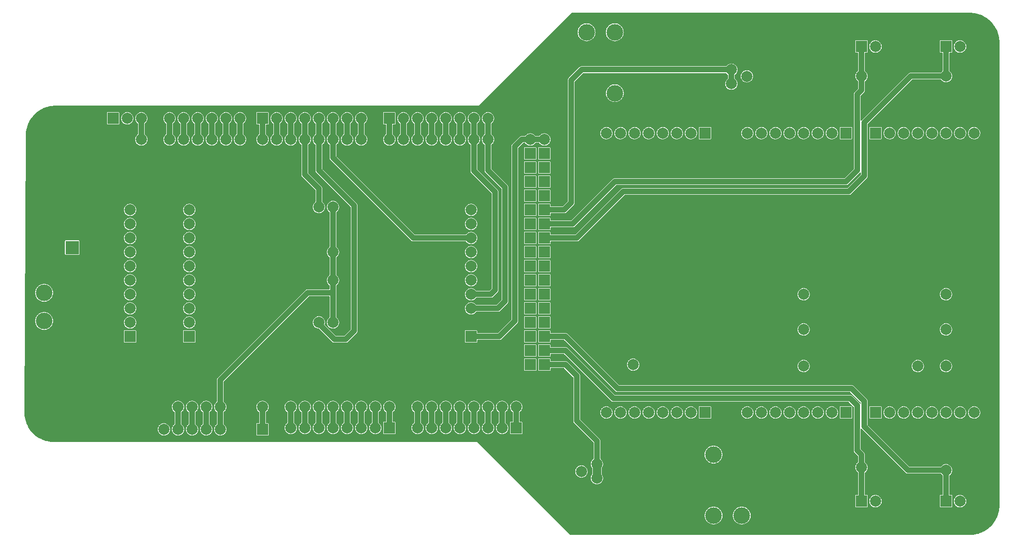
<source format=gtl>
G04 Layer: TopLayer*
G04 EasyEDA v6.4.17, 2021-03-24T16:23:22--3:00*
G04 5452c1f5e71c41299ba0e0f227da57fd,59636247558045d2802cba280e4ac9d9,10*
G04 Gerber Generator version 0.2*
G04 Scale: 100 percent, Rotated: No, Reflected: No *
G04 Dimensions in millimeters *
G04 leading zeros omitted , absolute positions ,4 integer and 5 decimal *
%FSLAX45Y45*%
%MOMM*%

%ADD11C,1.0160*%
%ADD12C,1.5240*%
%ADD13C,2.0000*%
%ADD14R,2.0000X2.0000*%
%ADD15C,3.0000*%
%ADD17R,2.4000X2.4000*%
%ADD18C,2.4000*%

%LPD*%
G36*
X16890492Y-7264196D02*
G01*
X9692233Y-7263892D01*
X9688322Y-7263130D01*
X9685070Y-7260945D01*
X8019389Y-5595315D01*
X8016544Y-5592826D01*
X8010144Y-5589320D01*
X8004809Y-5587847D01*
X8000593Y-5587492D01*
X381508Y-5587746D01*
X349707Y-5586831D01*
X318820Y-5584088D01*
X288137Y-5579567D01*
X257759Y-5573268D01*
X227838Y-5565241D01*
X198374Y-5555488D01*
X169570Y-5544007D01*
X141478Y-5530900D01*
X114198Y-5516168D01*
X87782Y-5499862D01*
X62382Y-5482082D01*
X38100Y-5462828D01*
X14935Y-5442204D01*
X-7010Y-5420258D01*
X-27584Y-5397042D01*
X-46786Y-5372709D01*
X-64566Y-5347309D01*
X-80873Y-5320893D01*
X-95554Y-5293614D01*
X-108661Y-5265470D01*
X-120091Y-5236667D01*
X-129794Y-5207203D01*
X-137820Y-5177282D01*
X-144068Y-5146903D01*
X-148539Y-5116220D01*
X-151231Y-5085283D01*
X-152146Y-5054142D01*
X-126746Y-51562D01*
X-125831Y-19761D01*
X-123088Y11176D01*
X-118567Y41808D01*
X-112268Y72186D01*
X-104241Y102158D01*
X-94488Y131572D01*
X-83007Y160375D01*
X-69900Y188518D01*
X-55168Y215798D01*
X-38862Y242163D01*
X-21082Y267563D01*
X-1828Y291896D01*
X18796Y315010D01*
X40741Y336956D01*
X63957Y357530D01*
X88290Y376783D01*
X113690Y394563D01*
X140106Y410819D01*
X167386Y425500D01*
X195529Y438607D01*
X224332Y450037D01*
X253796Y459790D01*
X283718Y467766D01*
X314096Y474065D01*
X344779Y478535D01*
X375716Y481228D01*
X406908Y482092D01*
X8025993Y482346D01*
X8029752Y482650D01*
X8036763Y484682D01*
X8041640Y487375D01*
X8044789Y490118D01*
X9710470Y2155748D01*
X9713722Y2157984D01*
X9717633Y2158746D01*
X16890492Y2158746D01*
X16922292Y2157831D01*
X16953179Y2155088D01*
X16983862Y2150567D01*
X17014240Y2144268D01*
X17044162Y2136241D01*
X17073626Y2126488D01*
X17102429Y2115007D01*
X17130522Y2101900D01*
X17157801Y2087168D01*
X17184217Y2070862D01*
X17209617Y2053082D01*
X17233900Y2033828D01*
X17257064Y2013204D01*
X17279010Y1991258D01*
X17299584Y1968042D01*
X17318786Y1943709D01*
X17336566Y1918309D01*
X17352873Y1891893D01*
X17367554Y1864614D01*
X17380661Y1836470D01*
X17392091Y1807667D01*
X17401794Y1778203D01*
X17409820Y1748282D01*
X17416068Y1717903D01*
X17420539Y1687220D01*
X17423231Y1656283D01*
X17424146Y1625092D01*
X17424146Y-6730542D01*
X17423231Y-6762343D01*
X17420488Y-6793230D01*
X17415967Y-6823913D01*
X17409668Y-6854291D01*
X17401641Y-6884263D01*
X17391888Y-6913676D01*
X17380407Y-6942480D01*
X17367300Y-6970572D01*
X17352568Y-6997903D01*
X17336262Y-7024268D01*
X17318482Y-7049668D01*
X17299228Y-7073950D01*
X17278604Y-7097115D01*
X17256658Y-7119061D01*
X17233442Y-7139635D01*
X17209109Y-7158888D01*
X17183709Y-7176617D01*
X17157293Y-7192924D01*
X17130014Y-7207605D01*
X17101870Y-7220712D01*
X17073067Y-7232142D01*
X17043603Y-7241895D01*
X17013682Y-7249871D01*
X16983303Y-7256119D01*
X16952620Y-7260590D01*
X16921683Y-7263282D01*
G37*

%LPC*%
G36*
X12261545Y-7073595D02*
G01*
X12278868Y-7073595D01*
X12296140Y-7071715D01*
X12313056Y-7068007D01*
X12329515Y-7062470D01*
X12345263Y-7055205D01*
X12360148Y-7046214D01*
X12373965Y-7035749D01*
X12386564Y-7023811D01*
X12397790Y-7010552D01*
X12407493Y-6996226D01*
X12415621Y-6980885D01*
X12422073Y-6964781D01*
X12426696Y-6948068D01*
X12429490Y-6930948D01*
X12430455Y-6913625D01*
X12429490Y-6896252D01*
X12426696Y-6879132D01*
X12422073Y-6862419D01*
X12415621Y-6846316D01*
X12407493Y-6830974D01*
X12397790Y-6816648D01*
X12386564Y-6803390D01*
X12373965Y-6791452D01*
X12360148Y-6780987D01*
X12345263Y-6772046D01*
X12329515Y-6764731D01*
X12313056Y-6759194D01*
X12296140Y-6755485D01*
X12278868Y-6753606D01*
X12261545Y-6753606D01*
X12244273Y-6755485D01*
X12227306Y-6759194D01*
X12210897Y-6764731D01*
X12195149Y-6772046D01*
X12180265Y-6780987D01*
X12166447Y-6791452D01*
X12153849Y-6803390D01*
X12142622Y-6816648D01*
X12132868Y-6830974D01*
X12124740Y-6846316D01*
X12118340Y-6862419D01*
X12113717Y-6879132D01*
X12110872Y-6896252D01*
X12109958Y-6913625D01*
X12110872Y-6930948D01*
X12113717Y-6948068D01*
X12118340Y-6964781D01*
X12124740Y-6980885D01*
X12132868Y-6996226D01*
X12142622Y-7010552D01*
X12153849Y-7023811D01*
X12166447Y-7035749D01*
X12180265Y-7046214D01*
X12195149Y-7055205D01*
X12210897Y-7062470D01*
X12227306Y-7068007D01*
X12244273Y-7071715D01*
G37*
G36*
X12769545Y-7073595D02*
G01*
X12786868Y-7073595D01*
X12804140Y-7071715D01*
X12821056Y-7068007D01*
X12837515Y-7062470D01*
X12853263Y-7055205D01*
X12868148Y-7046214D01*
X12881965Y-7035749D01*
X12894564Y-7023811D01*
X12905790Y-7010552D01*
X12915493Y-6996226D01*
X12923621Y-6980885D01*
X12930073Y-6964781D01*
X12934696Y-6948068D01*
X12937490Y-6930948D01*
X12938455Y-6913625D01*
X12937490Y-6896252D01*
X12934696Y-6879132D01*
X12930073Y-6862419D01*
X12923621Y-6846316D01*
X12915493Y-6830974D01*
X12905790Y-6816648D01*
X12894564Y-6803390D01*
X12881965Y-6791452D01*
X12868148Y-6780987D01*
X12853263Y-6772046D01*
X12837515Y-6764731D01*
X12821056Y-6759194D01*
X12804140Y-6755485D01*
X12786868Y-6753606D01*
X12769545Y-6753606D01*
X12752273Y-6755485D01*
X12735306Y-6759194D01*
X12718897Y-6764731D01*
X12703149Y-6772046D01*
X12688265Y-6780987D01*
X12674447Y-6791452D01*
X12661849Y-6803390D01*
X12650622Y-6816648D01*
X12640868Y-6830974D01*
X12632740Y-6846316D01*
X12626340Y-6862419D01*
X12621717Y-6879132D01*
X12618872Y-6896252D01*
X12617958Y-6913625D01*
X12618872Y-6930948D01*
X12621717Y-6948068D01*
X12626340Y-6964781D01*
X12632740Y-6980885D01*
X12640868Y-6996226D01*
X12650622Y-7010552D01*
X12661849Y-7023811D01*
X12674447Y-7035749D01*
X12688265Y-7046214D01*
X12703149Y-7055205D01*
X12718897Y-7062470D01*
X12735306Y-7068007D01*
X12752273Y-7071715D01*
G37*
G36*
X14834412Y-6766661D02*
G01*
X15035987Y-6766661D01*
X15039949Y-6766052D01*
X15042743Y-6764578D01*
X15044978Y-6762343D01*
X15046451Y-6759549D01*
X15047061Y-6755587D01*
X15047061Y-6554012D01*
X15046451Y-6550050D01*
X15044978Y-6547256D01*
X15042743Y-6545021D01*
X15039949Y-6543548D01*
X15035987Y-6542938D01*
X15006421Y-6542938D01*
X15002510Y-6542176D01*
X14999258Y-6539941D01*
X14997023Y-6536690D01*
X14996261Y-6532778D01*
X14996261Y-6142126D01*
X14996718Y-6139129D01*
X14998039Y-6136386D01*
X15000071Y-6134150D01*
X15009317Y-6126784D01*
X15019121Y-6116675D01*
X15027605Y-6105347D01*
X15034513Y-6093053D01*
X15039848Y-6079947D01*
X15043404Y-6066282D01*
X15045232Y-6052261D01*
X15045232Y-6038138D01*
X15043404Y-6024118D01*
X15039848Y-6010452D01*
X15034513Y-5997346D01*
X15027605Y-5985052D01*
X15019121Y-5973724D01*
X15009317Y-5963615D01*
X15000071Y-5956249D01*
X14998039Y-5954014D01*
X14996718Y-5951270D01*
X14996261Y-5948273D01*
X14996261Y-5816904D01*
X14995753Y-5808827D01*
X14995448Y-5806744D01*
X14993670Y-5798972D01*
X14989962Y-5789574D01*
X14984780Y-5780938D01*
X14978176Y-5773216D01*
X14923058Y-5718098D01*
X14920823Y-5714796D01*
X14920061Y-5710885D01*
X14920061Y-5352846D01*
X14920874Y-5348833D01*
X14923211Y-5345480D01*
X14926614Y-5343347D01*
X14930628Y-5342686D01*
X14934590Y-5343652D01*
X14937841Y-5346090D01*
X14943023Y-5351983D01*
X15730016Y-6138976D01*
X15737738Y-6145580D01*
X15746374Y-6150762D01*
X15755772Y-6154470D01*
X15763544Y-6156248D01*
X15765627Y-6156553D01*
X15773704Y-6157061D01*
X16362172Y-6157061D01*
X16365474Y-6157620D01*
X16368420Y-6159195D01*
X16380002Y-6172708D01*
X16390467Y-6182207D01*
X16393769Y-6184493D01*
X16396106Y-6186779D01*
X16397630Y-6189624D01*
X16398138Y-6192824D01*
X16398138Y-6532778D01*
X16397376Y-6536690D01*
X16395141Y-6539941D01*
X16391890Y-6542176D01*
X16387978Y-6542938D01*
X16358412Y-6542938D01*
X16354450Y-6543548D01*
X16351656Y-6545021D01*
X16349421Y-6547256D01*
X16347948Y-6550050D01*
X16347338Y-6554012D01*
X16347338Y-6755587D01*
X16347948Y-6759549D01*
X16349421Y-6762343D01*
X16351656Y-6764578D01*
X16354450Y-6766052D01*
X16358412Y-6766661D01*
X16559987Y-6766661D01*
X16563949Y-6766052D01*
X16566743Y-6764578D01*
X16568978Y-6762343D01*
X16570451Y-6759549D01*
X16571061Y-6755587D01*
X16571061Y-6554012D01*
X16570451Y-6550050D01*
X16568978Y-6547256D01*
X16566743Y-6545021D01*
X16563949Y-6543548D01*
X16559987Y-6542938D01*
X16530421Y-6542938D01*
X16526510Y-6542176D01*
X16523258Y-6539941D01*
X16521023Y-6536690D01*
X16520261Y-6532778D01*
X16520261Y-6192926D01*
X16520718Y-6189929D01*
X16522039Y-6187186D01*
X16524071Y-6184950D01*
X16533317Y-6177584D01*
X16543121Y-6167475D01*
X16551605Y-6156147D01*
X16558513Y-6143853D01*
X16563848Y-6130747D01*
X16567404Y-6117082D01*
X16569232Y-6103061D01*
X16569232Y-6088938D01*
X16567404Y-6074918D01*
X16563848Y-6061252D01*
X16558513Y-6048146D01*
X16551605Y-6035852D01*
X16543121Y-6024524D01*
X16533317Y-6014415D01*
X16522293Y-6005576D01*
X16510203Y-5998260D01*
X16497249Y-5992520D01*
X16483736Y-5988507D01*
X16469766Y-5986272D01*
X16455644Y-5985814D01*
X16441623Y-5987186D01*
X16427856Y-5990336D01*
X16414597Y-5995212D01*
X16402050Y-6001715D01*
X16390467Y-6009792D01*
X16380002Y-6019292D01*
X16368420Y-6032804D01*
X16365474Y-6034379D01*
X16362172Y-6034938D01*
X15802914Y-6034938D01*
X15799003Y-6034176D01*
X15795701Y-6031941D01*
X15050058Y-5286298D01*
X15047823Y-5282996D01*
X15047061Y-5279085D01*
X15047061Y-4851704D01*
X15046553Y-4843627D01*
X15046248Y-4841544D01*
X15044470Y-4833772D01*
X15040762Y-4824374D01*
X15035580Y-4815738D01*
X15028976Y-4808016D01*
X14800783Y-4579823D01*
X14793061Y-4573219D01*
X14784425Y-4568037D01*
X14775027Y-4564329D01*
X14767255Y-4562551D01*
X14765172Y-4562246D01*
X14757095Y-4561738D01*
X10570514Y-4561738D01*
X10566603Y-4560976D01*
X10563301Y-4558741D01*
X9644583Y-3640023D01*
X9636861Y-3633419D01*
X9628225Y-3628237D01*
X9618827Y-3624529D01*
X9611055Y-3622751D01*
X9608972Y-3622446D01*
X9600895Y-3621938D01*
X9340748Y-3621938D01*
X9336836Y-3621176D01*
X9333534Y-3618941D01*
X9331350Y-3615690D01*
X9330588Y-3611778D01*
X9330588Y-3583787D01*
X9329928Y-3579876D01*
X9328505Y-3577031D01*
X9326270Y-3574796D01*
X9323425Y-3573373D01*
X9319514Y-3572764D01*
X9121089Y-3572764D01*
X9117177Y-3573373D01*
X9114332Y-3574796D01*
X9112097Y-3577031D01*
X9110675Y-3579876D01*
X9110065Y-3583787D01*
X9110065Y-3782212D01*
X9110675Y-3786124D01*
X9112097Y-3788968D01*
X9114332Y-3791204D01*
X9117177Y-3792626D01*
X9121089Y-3793286D01*
X9319514Y-3793286D01*
X9323425Y-3792626D01*
X9326270Y-3791204D01*
X9328505Y-3788968D01*
X9329928Y-3786124D01*
X9330588Y-3782212D01*
X9330588Y-3754221D01*
X9331350Y-3750310D01*
X9333534Y-3747058D01*
X9336836Y-3744823D01*
X9340748Y-3744061D01*
X9571685Y-3744061D01*
X9575596Y-3744823D01*
X9578898Y-3747058D01*
X10497616Y-4665776D01*
X10505338Y-4672380D01*
X10513974Y-4677562D01*
X10523372Y-4681270D01*
X10531144Y-4683048D01*
X10533227Y-4683353D01*
X10541304Y-4683861D01*
X14727885Y-4683861D01*
X14731796Y-4684623D01*
X14735098Y-4686858D01*
X14921941Y-4873701D01*
X14924176Y-4877003D01*
X14924938Y-4880914D01*
X14924938Y-4883353D01*
X14924125Y-4887366D01*
X14921788Y-4890719D01*
X14918385Y-4892852D01*
X14914372Y-4893513D01*
X14910409Y-4892548D01*
X14907158Y-4890109D01*
X14901976Y-4884216D01*
X14775383Y-4757623D01*
X14767661Y-4751019D01*
X14759025Y-4745837D01*
X14749627Y-4742129D01*
X14741855Y-4740351D01*
X14739772Y-4740046D01*
X14731695Y-4739538D01*
X10494314Y-4739538D01*
X10490403Y-4738776D01*
X10487101Y-4736541D01*
X9644583Y-3894023D01*
X9636861Y-3887419D01*
X9628225Y-3882237D01*
X9618827Y-3878529D01*
X9611055Y-3876751D01*
X9608972Y-3876446D01*
X9600895Y-3875938D01*
X9340748Y-3875938D01*
X9336836Y-3875176D01*
X9333534Y-3872941D01*
X9331350Y-3869690D01*
X9330588Y-3865778D01*
X9330588Y-3837787D01*
X9329928Y-3833876D01*
X9328505Y-3831031D01*
X9326270Y-3828796D01*
X9323425Y-3827373D01*
X9319514Y-3826764D01*
X9121089Y-3826764D01*
X9117177Y-3827373D01*
X9114332Y-3828796D01*
X9112097Y-3831031D01*
X9110675Y-3833876D01*
X9110065Y-3837787D01*
X9110065Y-4036212D01*
X9110675Y-4040124D01*
X9112097Y-4042968D01*
X9114332Y-4045204D01*
X9117177Y-4046626D01*
X9121089Y-4047286D01*
X9319514Y-4047286D01*
X9323425Y-4046626D01*
X9326270Y-4045204D01*
X9328505Y-4042968D01*
X9329928Y-4040124D01*
X9330588Y-4036212D01*
X9330588Y-4008221D01*
X9331350Y-4004310D01*
X9333534Y-4001058D01*
X9336836Y-3998823D01*
X9340748Y-3998061D01*
X9571685Y-3998061D01*
X9575596Y-3998823D01*
X9578898Y-4001058D01*
X10421416Y-4843576D01*
X10429138Y-4850180D01*
X10437774Y-4855362D01*
X10447172Y-4859070D01*
X10454944Y-4860848D01*
X10457027Y-4861153D01*
X10465104Y-4861661D01*
X14702485Y-4861661D01*
X14706396Y-4862423D01*
X14709698Y-4864658D01*
X14794941Y-4949901D01*
X14797176Y-4953203D01*
X14797938Y-4957114D01*
X14797938Y-5740095D01*
X14798446Y-5748172D01*
X14798751Y-5750255D01*
X14800529Y-5758027D01*
X14804237Y-5767425D01*
X14809419Y-5776061D01*
X14816023Y-5783783D01*
X14871141Y-5838901D01*
X14873376Y-5842203D01*
X14874138Y-5846114D01*
X14874138Y-5948375D01*
X14873630Y-5951575D01*
X14872106Y-5954420D01*
X14869769Y-5956706D01*
X14866467Y-5958992D01*
X14856002Y-5968492D01*
X14846858Y-5979261D01*
X14839137Y-5991098D01*
X14833041Y-6003848D01*
X14828570Y-6017260D01*
X14825878Y-6031077D01*
X14824963Y-6045200D01*
X14825878Y-6059322D01*
X14828570Y-6073140D01*
X14833041Y-6086551D01*
X14839137Y-6099302D01*
X14846858Y-6111138D01*
X14856002Y-6121908D01*
X14866467Y-6131407D01*
X14869769Y-6133693D01*
X14872106Y-6135979D01*
X14873630Y-6138824D01*
X14874138Y-6142024D01*
X14874138Y-6532778D01*
X14873376Y-6536690D01*
X14871141Y-6539941D01*
X14867890Y-6542176D01*
X14863978Y-6542938D01*
X14834412Y-6542938D01*
X14830450Y-6543548D01*
X14827656Y-6545021D01*
X14825421Y-6547256D01*
X14823948Y-6550050D01*
X14823338Y-6554012D01*
X14823338Y-6755587D01*
X14823948Y-6759549D01*
X14825421Y-6762343D01*
X14827656Y-6764578D01*
X14830450Y-6766052D01*
G37*
G36*
X16716806Y-6766559D02*
G01*
X16731030Y-6765188D01*
X16745000Y-6762038D01*
X16758462Y-6757060D01*
X16771162Y-6750456D01*
X16782948Y-6742226D01*
X16793565Y-6732625D01*
X16802811Y-6721703D01*
X16810634Y-6709664D01*
X16816882Y-6696760D01*
X16821404Y-6683146D01*
X16824147Y-6669125D01*
X16825061Y-6654800D01*
X16824147Y-6640474D01*
X16821404Y-6626453D01*
X16816882Y-6612839D01*
X16810634Y-6599936D01*
X16802811Y-6587896D01*
X16793565Y-6576974D01*
X16782948Y-6567373D01*
X16771162Y-6559143D01*
X16758462Y-6552539D01*
X16745000Y-6547561D01*
X16731030Y-6544411D01*
X16716806Y-6543040D01*
X16702481Y-6543497D01*
X16688307Y-6545783D01*
X16674592Y-6549847D01*
X16661485Y-6555638D01*
X16649192Y-6563055D01*
X16638016Y-6571996D01*
X16628059Y-6582308D01*
X16619474Y-6593789D01*
X16612412Y-6606286D01*
X16607078Y-6619544D01*
X16603421Y-6633413D01*
X16601592Y-6647637D01*
X16601592Y-6661962D01*
X16603421Y-6676186D01*
X16607078Y-6690055D01*
X16612412Y-6703314D01*
X16619474Y-6715810D01*
X16628059Y-6727291D01*
X16638016Y-6737603D01*
X16649192Y-6746544D01*
X16661485Y-6753961D01*
X16674592Y-6759752D01*
X16688307Y-6763816D01*
X16702481Y-6766102D01*
G37*
G36*
X15192806Y-6766559D02*
G01*
X15207030Y-6765188D01*
X15221000Y-6762038D01*
X15234462Y-6757060D01*
X15247162Y-6750456D01*
X15258948Y-6742226D01*
X15269565Y-6732625D01*
X15278811Y-6721703D01*
X15286634Y-6709664D01*
X15292882Y-6696760D01*
X15297404Y-6683146D01*
X15300147Y-6669125D01*
X15301061Y-6654800D01*
X15300147Y-6640474D01*
X15297404Y-6626453D01*
X15292882Y-6612839D01*
X15286634Y-6599936D01*
X15278811Y-6587896D01*
X15269565Y-6576974D01*
X15258948Y-6567373D01*
X15247162Y-6559143D01*
X15234462Y-6552539D01*
X15221000Y-6547561D01*
X15207030Y-6544411D01*
X15192806Y-6543040D01*
X15178481Y-6543497D01*
X15164307Y-6545783D01*
X15150592Y-6549847D01*
X15137485Y-6555638D01*
X15125192Y-6563055D01*
X15114016Y-6571996D01*
X15104059Y-6582308D01*
X15095474Y-6593789D01*
X15088412Y-6606286D01*
X15083078Y-6619544D01*
X15079421Y-6633413D01*
X15077592Y-6647637D01*
X15077592Y-6661962D01*
X15079421Y-6676186D01*
X15083078Y-6690055D01*
X15088412Y-6703314D01*
X15095474Y-6715810D01*
X15104059Y-6727291D01*
X15114016Y-6737603D01*
X15125192Y-6746544D01*
X15137485Y-6753961D01*
X15150592Y-6759752D01*
X15164307Y-6763816D01*
X15178481Y-6766102D01*
G37*
G36*
X10171734Y-6347764D02*
G01*
X10185806Y-6346444D01*
X10199573Y-6343294D01*
X10212832Y-6338417D01*
X10225328Y-6331864D01*
X10236911Y-6323787D01*
X10247376Y-6314287D01*
X10256570Y-6303518D01*
X10264241Y-6291681D01*
X10270388Y-6278981D01*
X10274858Y-6265570D01*
X10277551Y-6251702D01*
X10278414Y-6237579D01*
X10277551Y-6223508D01*
X10274858Y-6209639D01*
X10270388Y-6196228D01*
X10264241Y-6183528D01*
X10256316Y-6171285D01*
X10255097Y-6168644D01*
X10254691Y-6165748D01*
X10254691Y-6055461D01*
X10255097Y-6052566D01*
X10256316Y-6049924D01*
X10264241Y-6037681D01*
X10270388Y-6024981D01*
X10274858Y-6011570D01*
X10277551Y-5997702D01*
X10278414Y-5983579D01*
X10277551Y-5969508D01*
X10274858Y-5955639D01*
X10270388Y-5942228D01*
X10264241Y-5929528D01*
X10256570Y-5917641D01*
X10247376Y-5906922D01*
X10236911Y-5897422D01*
X10233558Y-5895035D01*
X10231221Y-5892800D01*
X10229697Y-5889904D01*
X10229189Y-5886704D01*
X10229189Y-5571032D01*
X10228681Y-5562955D01*
X10228376Y-5560872D01*
X10226598Y-5553100D01*
X10222890Y-5543702D01*
X10217708Y-5535066D01*
X10211104Y-5527344D01*
X9868458Y-5184698D01*
X9866223Y-5181396D01*
X9865461Y-5177485D01*
X9865461Y-4394504D01*
X9864953Y-4386427D01*
X9864648Y-4384344D01*
X9862870Y-4376572D01*
X9859162Y-4367174D01*
X9853980Y-4358538D01*
X9847376Y-4350816D01*
X9644583Y-4148023D01*
X9636861Y-4141419D01*
X9628225Y-4136237D01*
X9618827Y-4132529D01*
X9611055Y-4130751D01*
X9608972Y-4130446D01*
X9600895Y-4129938D01*
X9340748Y-4129938D01*
X9336836Y-4129176D01*
X9333534Y-4126941D01*
X9331350Y-4123690D01*
X9330588Y-4119778D01*
X9330588Y-4091787D01*
X9329928Y-4087876D01*
X9328505Y-4085031D01*
X9326270Y-4082796D01*
X9323425Y-4081373D01*
X9319514Y-4080764D01*
X9121089Y-4080764D01*
X9117177Y-4081373D01*
X9114332Y-4082796D01*
X9112097Y-4085031D01*
X9110675Y-4087876D01*
X9110065Y-4091787D01*
X9110065Y-4290212D01*
X9110675Y-4294124D01*
X9112097Y-4296968D01*
X9114332Y-4299204D01*
X9117177Y-4300626D01*
X9121089Y-4301286D01*
X9319514Y-4301286D01*
X9323425Y-4300626D01*
X9326270Y-4299204D01*
X9328505Y-4296968D01*
X9329928Y-4294124D01*
X9330588Y-4290212D01*
X9330588Y-4262221D01*
X9331350Y-4258310D01*
X9333534Y-4255058D01*
X9336836Y-4252823D01*
X9340748Y-4252061D01*
X9571685Y-4252061D01*
X9575596Y-4252823D01*
X9578898Y-4255058D01*
X9740341Y-4416501D01*
X9742576Y-4419803D01*
X9743338Y-4423714D01*
X9743338Y-5206695D01*
X9743846Y-5214772D01*
X9744151Y-5216855D01*
X9745929Y-5224627D01*
X9749637Y-5234025D01*
X9754819Y-5242661D01*
X9761423Y-5250383D01*
X10104069Y-5593029D01*
X10106304Y-5596331D01*
X10107066Y-5600242D01*
X10107066Y-5886754D01*
X10106609Y-5889752D01*
X10105288Y-5892444D01*
X10103256Y-5894679D01*
X10094061Y-5901994D01*
X10084257Y-5912154D01*
X10075824Y-5923483D01*
X10068864Y-5935776D01*
X10063581Y-5948883D01*
X10059974Y-5962548D01*
X10058196Y-5976518D01*
X10058196Y-5990640D01*
X10059974Y-6004661D01*
X10063581Y-6018326D01*
X10068864Y-6031433D01*
X10075824Y-6043726D01*
X10079736Y-6049010D01*
X10081209Y-6051854D01*
X10081768Y-6055055D01*
X10081768Y-6166154D01*
X10081209Y-6169355D01*
X10079736Y-6172200D01*
X10075824Y-6177483D01*
X10068864Y-6189776D01*
X10063581Y-6202883D01*
X10059974Y-6216548D01*
X10058196Y-6230518D01*
X10058196Y-6244640D01*
X10059974Y-6258661D01*
X10063581Y-6272326D01*
X10068864Y-6285433D01*
X10075824Y-6297726D01*
X10084257Y-6309055D01*
X10094061Y-6319215D01*
X10105136Y-6328003D01*
X10117226Y-6335318D01*
X10130129Y-6341059D01*
X10143693Y-6345072D01*
X10157612Y-6347307D01*
G37*
G36*
X9891725Y-6228791D02*
G01*
X9905796Y-6227419D01*
X9919563Y-6224270D01*
X9932822Y-6219393D01*
X9945370Y-6212890D01*
X9956952Y-6204813D01*
X9967366Y-6195314D01*
X9976561Y-6184544D01*
X9984232Y-6172708D01*
X9990378Y-6159957D01*
X9994849Y-6146546D01*
X9997541Y-6132677D01*
X9998456Y-6118606D01*
X9997541Y-6104483D01*
X9994849Y-6090615D01*
X9990378Y-6077254D01*
X9984232Y-6064504D01*
X9976561Y-6052667D01*
X9967366Y-6041898D01*
X9956952Y-6032398D01*
X9945370Y-6024321D01*
X9932822Y-6017818D01*
X9919563Y-6012942D01*
X9905796Y-6009792D01*
X9891725Y-6008420D01*
X9877602Y-6008878D01*
X9863683Y-6011113D01*
X9850120Y-6015126D01*
X9837216Y-6020866D01*
X9825126Y-6028182D01*
X9814102Y-6036970D01*
X9804247Y-6047130D01*
X9795814Y-6058458D01*
X9788855Y-6070752D01*
X9783572Y-6083858D01*
X9780016Y-6097524D01*
X9778187Y-6111544D01*
X9778187Y-6125667D01*
X9780016Y-6139688D01*
X9783572Y-6153353D01*
X9788855Y-6166408D01*
X9795814Y-6178753D01*
X9804247Y-6190081D01*
X9814102Y-6200190D01*
X9825126Y-6209030D01*
X9837216Y-6216345D01*
X9850120Y-6222034D01*
X9863683Y-6226098D01*
X9877602Y-6228334D01*
G37*
G36*
X12259513Y-5973622D02*
G01*
X12276886Y-5973622D01*
X12294108Y-5971743D01*
X12311075Y-5967984D01*
X12327534Y-5962446D01*
X12343282Y-5955182D01*
X12358116Y-5946241D01*
X12371933Y-5935726D01*
X12384532Y-5923788D01*
X12395758Y-5910580D01*
X12405512Y-5896203D01*
X12413640Y-5880862D01*
X12420041Y-5864758D01*
X12424714Y-5848045D01*
X12427508Y-5830925D01*
X12428474Y-5813602D01*
X12427508Y-5796280D01*
X12424714Y-5779160D01*
X12420041Y-5762447D01*
X12413640Y-5746292D01*
X12405512Y-5731002D01*
X12395758Y-5716625D01*
X12384532Y-5703417D01*
X12371933Y-5691479D01*
X12358116Y-5680964D01*
X12343282Y-5672023D01*
X12327534Y-5664758D01*
X12311075Y-5659170D01*
X12294108Y-5655462D01*
X12276886Y-5653582D01*
X12259513Y-5653582D01*
X12242292Y-5655462D01*
X12225324Y-5659170D01*
X12208865Y-5664758D01*
X12193117Y-5672023D01*
X12178284Y-5680964D01*
X12164466Y-5691479D01*
X12151868Y-5703417D01*
X12140641Y-5716625D01*
X12130887Y-5731002D01*
X12122759Y-5746292D01*
X12116358Y-5762447D01*
X12111685Y-5779160D01*
X12108891Y-5796280D01*
X12107976Y-5813602D01*
X12108891Y-5830925D01*
X12111685Y-5848045D01*
X12116358Y-5864758D01*
X12122759Y-5880862D01*
X12130887Y-5896203D01*
X12140641Y-5910580D01*
X12151868Y-5923788D01*
X12164466Y-5935726D01*
X12178284Y-5946241D01*
X12193117Y-5955182D01*
X12208865Y-5962446D01*
X12225324Y-5967984D01*
X12242292Y-5971743D01*
G37*
G36*
X4040987Y-5469686D02*
G01*
X4239412Y-5469686D01*
X4243324Y-5469026D01*
X4246168Y-5467604D01*
X4248404Y-5465368D01*
X4249826Y-5462524D01*
X4250486Y-5458612D01*
X4250486Y-5260187D01*
X4249826Y-5256276D01*
X4248404Y-5253431D01*
X4246168Y-5251196D01*
X4243324Y-5249773D01*
X4239412Y-5249164D01*
X4211421Y-5249164D01*
X4207510Y-5248351D01*
X4204258Y-5246166D01*
X4202023Y-5242864D01*
X4201261Y-5239004D01*
X4201261Y-5049875D01*
X4201769Y-5046776D01*
X4203141Y-5043982D01*
X4205325Y-5041747D01*
X4211777Y-5036921D01*
X4221886Y-5027117D01*
X4230725Y-5016093D01*
X4238040Y-5004003D01*
X4243781Y-4991049D01*
X4247794Y-4977536D01*
X4250029Y-4963566D01*
X4250486Y-4949444D01*
X4249115Y-4935423D01*
X4245965Y-4921656D01*
X4241088Y-4908397D01*
X4234586Y-4895850D01*
X4226509Y-4884267D01*
X4217009Y-4873802D01*
X4206240Y-4864658D01*
X4194403Y-4856937D01*
X4181652Y-4850841D01*
X4168241Y-4846370D01*
X4154424Y-4843678D01*
X4140301Y-4842764D01*
X4126179Y-4843678D01*
X4112361Y-4846370D01*
X4098950Y-4850841D01*
X4086199Y-4856937D01*
X4074363Y-4864658D01*
X4063593Y-4873802D01*
X4054094Y-4884267D01*
X4046016Y-4895850D01*
X4039514Y-4908397D01*
X4034637Y-4921656D01*
X4031487Y-4935423D01*
X4030116Y-4949444D01*
X4030573Y-4963566D01*
X4032808Y-4977536D01*
X4036822Y-4991049D01*
X4042562Y-5004003D01*
X4049877Y-5016093D01*
X4058716Y-5027117D01*
X4068826Y-5036921D01*
X4075074Y-5041595D01*
X4077258Y-5043830D01*
X4078630Y-5046624D01*
X4079138Y-5049723D01*
X4079138Y-5239004D01*
X4078376Y-5242864D01*
X4076141Y-5246166D01*
X4072890Y-5248351D01*
X4068978Y-5249164D01*
X4040987Y-5249164D01*
X4037076Y-5249773D01*
X4034231Y-5251196D01*
X4031996Y-5253431D01*
X4030573Y-5256276D01*
X4029913Y-5260187D01*
X4029913Y-5458612D01*
X4030573Y-5462524D01*
X4031996Y-5465368D01*
X4034231Y-5467604D01*
X4037076Y-5469026D01*
G37*
G36*
X2358644Y-5469585D02*
G01*
X2372766Y-5469128D01*
X2386736Y-5466892D01*
X2400249Y-5462879D01*
X2413203Y-5457139D01*
X2425293Y-5449824D01*
X2436317Y-5440984D01*
X2446121Y-5430875D01*
X2454605Y-5419547D01*
X2461514Y-5407253D01*
X2466848Y-5394147D01*
X2470404Y-5380482D01*
X2472232Y-5366461D01*
X2472232Y-5352338D01*
X2470404Y-5338318D01*
X2466848Y-5324652D01*
X2461514Y-5311546D01*
X2454605Y-5299252D01*
X2446121Y-5287924D01*
X2436317Y-5277815D01*
X2425293Y-5268976D01*
X2413203Y-5261660D01*
X2400249Y-5255920D01*
X2386736Y-5251907D01*
X2372766Y-5249672D01*
X2358644Y-5249214D01*
X2344623Y-5250586D01*
X2330856Y-5253736D01*
X2317597Y-5258612D01*
X2305050Y-5265115D01*
X2293467Y-5273192D01*
X2283002Y-5282692D01*
X2273858Y-5293461D01*
X2266137Y-5305298D01*
X2260041Y-5318048D01*
X2255570Y-5331460D01*
X2252878Y-5345277D01*
X2251964Y-5359400D01*
X2252878Y-5373522D01*
X2255570Y-5387340D01*
X2260041Y-5400751D01*
X2266137Y-5413502D01*
X2273858Y-5425338D01*
X2283002Y-5436108D01*
X2293467Y-5445607D01*
X2305050Y-5453684D01*
X2317597Y-5460187D01*
X2330856Y-5465064D01*
X2344623Y-5468213D01*
G37*
G36*
X3120644Y-5469585D02*
G01*
X3134766Y-5469128D01*
X3148736Y-5466892D01*
X3162249Y-5462879D01*
X3175203Y-5457139D01*
X3187293Y-5449824D01*
X3198317Y-5440984D01*
X3208121Y-5430875D01*
X3216605Y-5419547D01*
X3223514Y-5407253D01*
X3228848Y-5394147D01*
X3232404Y-5380482D01*
X3234232Y-5366461D01*
X3234232Y-5352338D01*
X3232404Y-5338318D01*
X3228848Y-5324652D01*
X3223514Y-5311546D01*
X3216605Y-5299252D01*
X3208121Y-5287924D01*
X3198317Y-5277815D01*
X3189071Y-5270449D01*
X3187039Y-5268214D01*
X3185718Y-5265470D01*
X3185261Y-5262473D01*
X3185261Y-5049875D01*
X3185769Y-5046776D01*
X3187141Y-5043982D01*
X3189325Y-5041747D01*
X3195777Y-5036921D01*
X3205886Y-5027117D01*
X3214725Y-5016093D01*
X3222040Y-5004003D01*
X3227781Y-4991049D01*
X3231794Y-4977536D01*
X3234029Y-4963566D01*
X3234486Y-4949444D01*
X3233115Y-4935423D01*
X3229965Y-4921656D01*
X3225088Y-4908397D01*
X3218586Y-4895850D01*
X3210509Y-4884267D01*
X3201009Y-4873802D01*
X3190240Y-4864658D01*
X3178403Y-4856937D01*
X3165652Y-4850841D01*
X3152241Y-4846370D01*
X3138424Y-4843678D01*
X3124301Y-4842764D01*
X3110179Y-4843678D01*
X3096361Y-4846370D01*
X3082950Y-4850841D01*
X3070199Y-4856937D01*
X3058363Y-4864658D01*
X3047593Y-4873802D01*
X3038094Y-4884267D01*
X3030016Y-4895850D01*
X3023514Y-4908397D01*
X3018637Y-4921656D01*
X3015488Y-4935423D01*
X3014116Y-4949444D01*
X3014573Y-4963566D01*
X3016808Y-4977536D01*
X3020822Y-4991049D01*
X3026562Y-5004003D01*
X3033877Y-5016093D01*
X3042716Y-5027117D01*
X3052826Y-5036921D01*
X3059074Y-5041595D01*
X3061258Y-5043830D01*
X3062630Y-5046624D01*
X3063138Y-5049723D01*
X3063138Y-5262575D01*
X3062630Y-5265775D01*
X3061106Y-5268620D01*
X3058769Y-5270906D01*
X3055467Y-5273192D01*
X3045002Y-5282692D01*
X3035858Y-5293461D01*
X3028137Y-5305298D01*
X3022041Y-5318048D01*
X3017570Y-5331460D01*
X3014878Y-5345277D01*
X3013964Y-5359400D01*
X3014878Y-5373522D01*
X3017570Y-5387340D01*
X3022041Y-5400751D01*
X3028137Y-5413502D01*
X3035858Y-5425338D01*
X3045002Y-5436108D01*
X3055467Y-5445607D01*
X3067050Y-5453684D01*
X3079597Y-5460187D01*
X3092856Y-5465064D01*
X3106623Y-5468213D01*
G37*
G36*
X2866644Y-5469585D02*
G01*
X2880766Y-5469128D01*
X2894736Y-5466892D01*
X2908249Y-5462879D01*
X2921203Y-5457139D01*
X2933293Y-5449824D01*
X2944317Y-5440984D01*
X2954121Y-5430875D01*
X2962605Y-5419547D01*
X2969514Y-5407253D01*
X2974848Y-5394147D01*
X2978404Y-5380482D01*
X2980232Y-5366461D01*
X2980232Y-5352338D01*
X2978404Y-5338318D01*
X2974848Y-5324652D01*
X2969514Y-5311546D01*
X2962605Y-5299252D01*
X2954121Y-5287924D01*
X2944317Y-5277815D01*
X2935071Y-5270449D01*
X2933039Y-5268214D01*
X2931718Y-5265470D01*
X2931261Y-5262473D01*
X2931261Y-5049875D01*
X2931769Y-5046776D01*
X2933141Y-5043982D01*
X2935325Y-5041747D01*
X2941777Y-5036921D01*
X2951886Y-5027117D01*
X2960725Y-5016093D01*
X2968040Y-5004003D01*
X2973781Y-4991049D01*
X2977794Y-4977536D01*
X2980029Y-4963566D01*
X2980486Y-4949444D01*
X2979115Y-4935423D01*
X2975965Y-4921656D01*
X2971088Y-4908397D01*
X2964586Y-4895850D01*
X2956509Y-4884267D01*
X2947009Y-4873802D01*
X2936240Y-4864658D01*
X2924403Y-4856937D01*
X2911652Y-4850841D01*
X2898241Y-4846370D01*
X2884424Y-4843678D01*
X2870301Y-4842764D01*
X2856179Y-4843678D01*
X2842361Y-4846370D01*
X2828950Y-4850841D01*
X2816199Y-4856937D01*
X2804363Y-4864658D01*
X2793593Y-4873802D01*
X2784094Y-4884267D01*
X2776016Y-4895850D01*
X2769514Y-4908397D01*
X2764637Y-4921656D01*
X2761488Y-4935423D01*
X2760116Y-4949444D01*
X2760573Y-4963566D01*
X2762808Y-4977536D01*
X2766822Y-4991049D01*
X2772562Y-5004003D01*
X2779877Y-5016093D01*
X2788716Y-5027117D01*
X2798826Y-5036921D01*
X2805074Y-5041595D01*
X2807258Y-5043830D01*
X2808630Y-5046624D01*
X2809138Y-5049723D01*
X2809138Y-5262575D01*
X2808630Y-5265775D01*
X2807106Y-5268620D01*
X2804769Y-5270906D01*
X2801467Y-5273192D01*
X2791002Y-5282692D01*
X2781858Y-5293461D01*
X2774137Y-5305298D01*
X2768041Y-5318048D01*
X2763570Y-5331460D01*
X2760878Y-5345277D01*
X2759964Y-5359400D01*
X2760878Y-5373522D01*
X2763570Y-5387340D01*
X2768041Y-5400751D01*
X2774137Y-5413502D01*
X2781858Y-5425338D01*
X2791002Y-5436108D01*
X2801467Y-5445607D01*
X2813050Y-5453684D01*
X2825597Y-5460187D01*
X2838856Y-5465064D01*
X2852623Y-5468213D01*
G37*
G36*
X2612644Y-5469585D02*
G01*
X2626766Y-5469128D01*
X2640736Y-5466892D01*
X2654249Y-5462879D01*
X2667203Y-5457139D01*
X2679293Y-5449824D01*
X2690317Y-5440984D01*
X2700121Y-5430875D01*
X2708605Y-5419547D01*
X2715514Y-5407253D01*
X2720848Y-5394147D01*
X2724404Y-5380482D01*
X2726232Y-5366461D01*
X2726232Y-5352338D01*
X2724404Y-5338318D01*
X2720848Y-5324652D01*
X2715514Y-5311546D01*
X2708605Y-5299252D01*
X2700121Y-5287924D01*
X2690317Y-5277815D01*
X2681071Y-5270449D01*
X2679039Y-5268214D01*
X2677718Y-5265470D01*
X2677261Y-5262473D01*
X2677261Y-5049875D01*
X2677769Y-5046776D01*
X2679141Y-5043982D01*
X2681325Y-5041747D01*
X2687777Y-5036921D01*
X2697886Y-5027117D01*
X2706725Y-5016093D01*
X2714040Y-5004003D01*
X2719781Y-4991049D01*
X2723794Y-4977536D01*
X2726029Y-4963566D01*
X2726486Y-4949444D01*
X2725115Y-4935423D01*
X2721965Y-4921656D01*
X2717088Y-4908397D01*
X2710586Y-4895850D01*
X2702509Y-4884267D01*
X2693009Y-4873802D01*
X2682240Y-4864658D01*
X2670403Y-4856937D01*
X2657652Y-4850841D01*
X2644241Y-4846370D01*
X2630424Y-4843678D01*
X2616301Y-4842764D01*
X2602179Y-4843678D01*
X2588361Y-4846370D01*
X2574950Y-4850841D01*
X2562199Y-4856937D01*
X2550363Y-4864658D01*
X2539593Y-4873802D01*
X2530094Y-4884267D01*
X2522016Y-4895850D01*
X2515514Y-4908397D01*
X2510637Y-4921656D01*
X2507488Y-4935423D01*
X2506116Y-4949444D01*
X2506573Y-4963566D01*
X2508808Y-4977536D01*
X2512822Y-4991049D01*
X2518562Y-5004003D01*
X2525877Y-5016093D01*
X2534716Y-5027117D01*
X2544826Y-5036921D01*
X2551074Y-5041595D01*
X2553258Y-5043830D01*
X2554630Y-5046624D01*
X2555138Y-5049723D01*
X2555138Y-5262575D01*
X2554630Y-5265775D01*
X2553106Y-5268620D01*
X2550769Y-5270906D01*
X2547467Y-5273192D01*
X2537002Y-5282692D01*
X2527858Y-5293461D01*
X2520137Y-5305298D01*
X2514041Y-5318048D01*
X2509570Y-5331460D01*
X2506878Y-5345277D01*
X2505964Y-5359400D01*
X2506878Y-5373522D01*
X2509570Y-5387340D01*
X2514041Y-5400751D01*
X2520137Y-5413502D01*
X2527858Y-5425338D01*
X2537002Y-5436108D01*
X2547467Y-5445607D01*
X2559050Y-5453684D01*
X2571597Y-5460187D01*
X2584856Y-5465064D01*
X2598623Y-5468213D01*
G37*
G36*
X3374644Y-5469585D02*
G01*
X3388766Y-5469128D01*
X3402736Y-5466892D01*
X3416249Y-5462879D01*
X3429203Y-5457139D01*
X3441293Y-5449824D01*
X3452317Y-5440984D01*
X3462121Y-5430875D01*
X3470605Y-5419547D01*
X3477514Y-5407253D01*
X3482848Y-5394147D01*
X3486404Y-5380482D01*
X3488232Y-5366461D01*
X3488232Y-5352338D01*
X3486404Y-5338318D01*
X3482848Y-5324652D01*
X3477514Y-5311546D01*
X3470605Y-5299252D01*
X3462121Y-5287924D01*
X3452317Y-5277815D01*
X3443071Y-5270449D01*
X3441039Y-5268214D01*
X3439718Y-5265470D01*
X3439261Y-5262473D01*
X3439261Y-5049875D01*
X3439769Y-5046776D01*
X3441141Y-5043982D01*
X3443325Y-5041747D01*
X3449777Y-5036921D01*
X3459886Y-5027117D01*
X3468725Y-5016093D01*
X3476040Y-5004003D01*
X3481781Y-4991049D01*
X3485794Y-4977536D01*
X3488029Y-4963566D01*
X3488486Y-4949444D01*
X3487115Y-4935423D01*
X3483965Y-4921656D01*
X3479088Y-4908397D01*
X3472586Y-4895850D01*
X3464509Y-4884267D01*
X3455009Y-4873802D01*
X3441395Y-4862169D01*
X3439820Y-4859223D01*
X3439261Y-4855921D01*
X3439261Y-4499914D01*
X3440023Y-4496003D01*
X3442258Y-4492701D01*
X4977841Y-2957118D01*
X4981143Y-2954883D01*
X4985054Y-2954121D01*
X5338978Y-2954121D01*
X5342890Y-2954883D01*
X5346141Y-2957118D01*
X5348376Y-2960370D01*
X5349138Y-2964281D01*
X5349138Y-3332073D01*
X5348681Y-3335070D01*
X5347360Y-3337814D01*
X5345328Y-3340049D01*
X5336082Y-3347415D01*
X5326278Y-3357524D01*
X5317794Y-3368852D01*
X5310886Y-3381146D01*
X5305552Y-3394252D01*
X5301996Y-3407918D01*
X5300167Y-3421938D01*
X5300167Y-3436061D01*
X5301996Y-3450082D01*
X5305552Y-3463747D01*
X5310886Y-3476853D01*
X5317794Y-3489147D01*
X5326278Y-3500475D01*
X5336082Y-3510584D01*
X5347106Y-3519424D01*
X5359196Y-3526739D01*
X5372150Y-3532479D01*
X5385663Y-3536492D01*
X5399633Y-3538728D01*
X5413756Y-3539185D01*
X5427776Y-3537813D01*
X5441543Y-3534664D01*
X5454802Y-3529787D01*
X5467350Y-3523284D01*
X5478932Y-3515207D01*
X5489397Y-3505708D01*
X5498541Y-3494938D01*
X5506262Y-3483101D01*
X5512358Y-3470351D01*
X5516829Y-3456940D01*
X5519521Y-3443122D01*
X5520436Y-3429000D01*
X5519521Y-3414877D01*
X5516829Y-3401060D01*
X5512358Y-3387648D01*
X5506262Y-3374898D01*
X5498541Y-3363061D01*
X5489397Y-3352292D01*
X5478932Y-3342792D01*
X5475630Y-3340506D01*
X5473293Y-3338220D01*
X5471769Y-3335375D01*
X5471261Y-3332175D01*
X5471261Y-2763824D01*
X5471769Y-2760624D01*
X5473293Y-2757779D01*
X5475630Y-2755493D01*
X5478932Y-2753207D01*
X5489397Y-2743708D01*
X5498541Y-2732938D01*
X5506262Y-2721102D01*
X5512358Y-2708351D01*
X5516829Y-2694940D01*
X5519521Y-2681122D01*
X5520436Y-2667000D01*
X5519521Y-2652877D01*
X5516829Y-2639060D01*
X5512358Y-2625648D01*
X5506262Y-2612898D01*
X5498541Y-2601061D01*
X5489397Y-2590292D01*
X5478932Y-2580792D01*
X5475630Y-2578506D01*
X5473293Y-2576220D01*
X5471769Y-2573375D01*
X5471261Y-2570175D01*
X5471261Y-2255824D01*
X5471769Y-2252624D01*
X5473293Y-2249779D01*
X5475630Y-2247493D01*
X5478932Y-2245207D01*
X5489397Y-2235708D01*
X5498541Y-2224938D01*
X5506262Y-2213102D01*
X5512358Y-2200351D01*
X5516829Y-2186940D01*
X5519521Y-2173122D01*
X5520436Y-2159000D01*
X5519521Y-2144877D01*
X5516829Y-2131060D01*
X5512358Y-2117648D01*
X5506262Y-2104898D01*
X5498541Y-2093061D01*
X5489397Y-2082292D01*
X5478932Y-2072792D01*
X5475630Y-2070506D01*
X5473293Y-2068220D01*
X5471769Y-2065375D01*
X5471261Y-2062175D01*
X5471261Y-1443024D01*
X5471769Y-1439824D01*
X5473293Y-1436979D01*
X5475630Y-1434693D01*
X5478932Y-1432407D01*
X5489397Y-1422908D01*
X5498541Y-1412138D01*
X5506262Y-1400302D01*
X5512358Y-1387551D01*
X5516829Y-1374140D01*
X5519521Y-1360322D01*
X5520436Y-1346200D01*
X5519521Y-1332077D01*
X5516829Y-1318260D01*
X5512358Y-1304848D01*
X5506262Y-1292098D01*
X5498541Y-1280261D01*
X5489397Y-1269492D01*
X5478932Y-1259992D01*
X5467350Y-1251915D01*
X5454802Y-1245412D01*
X5441543Y-1240536D01*
X5427776Y-1237386D01*
X5413756Y-1236014D01*
X5399633Y-1236472D01*
X5385663Y-1238707D01*
X5372150Y-1242720D01*
X5359196Y-1248460D01*
X5347106Y-1255776D01*
X5336082Y-1264615D01*
X5326278Y-1274724D01*
X5317794Y-1286052D01*
X5310886Y-1298346D01*
X5305552Y-1311452D01*
X5301996Y-1325118D01*
X5300167Y-1339138D01*
X5300167Y-1353261D01*
X5301996Y-1367282D01*
X5305552Y-1380947D01*
X5310886Y-1394053D01*
X5317794Y-1406347D01*
X5326278Y-1417675D01*
X5336082Y-1427784D01*
X5345328Y-1435150D01*
X5347360Y-1437386D01*
X5348681Y-1440129D01*
X5349138Y-1443126D01*
X5349138Y-2062073D01*
X5348681Y-2065070D01*
X5347360Y-2067814D01*
X5345328Y-2070049D01*
X5336082Y-2077415D01*
X5326278Y-2087524D01*
X5317794Y-2098852D01*
X5310886Y-2111146D01*
X5305552Y-2124252D01*
X5301996Y-2137918D01*
X5300167Y-2151938D01*
X5300167Y-2166061D01*
X5301996Y-2180082D01*
X5305552Y-2193747D01*
X5310886Y-2206853D01*
X5317794Y-2219147D01*
X5326278Y-2230475D01*
X5336082Y-2240584D01*
X5345328Y-2247950D01*
X5347360Y-2250186D01*
X5348681Y-2252929D01*
X5349138Y-2255926D01*
X5349138Y-2570073D01*
X5348681Y-2573070D01*
X5347360Y-2575814D01*
X5345328Y-2578049D01*
X5336082Y-2585415D01*
X5326278Y-2595524D01*
X5317794Y-2606852D01*
X5310886Y-2619146D01*
X5305552Y-2632252D01*
X5301996Y-2645918D01*
X5300167Y-2659938D01*
X5300167Y-2674061D01*
X5301996Y-2688082D01*
X5305552Y-2701747D01*
X5310886Y-2714853D01*
X5317794Y-2727147D01*
X5326278Y-2738475D01*
X5336082Y-2748584D01*
X5345328Y-2755950D01*
X5347360Y-2758186D01*
X5348681Y-2760929D01*
X5349138Y-2763926D01*
X5349138Y-2821838D01*
X5348376Y-2825750D01*
X5346141Y-2829001D01*
X5342890Y-2831236D01*
X5338978Y-2831998D01*
X4955844Y-2831998D01*
X4947767Y-2832506D01*
X4945684Y-2832811D01*
X4937912Y-2834589D01*
X4928514Y-2838297D01*
X4919878Y-2843479D01*
X4912156Y-2850083D01*
X3335223Y-4427016D01*
X3328619Y-4434738D01*
X3323437Y-4443374D01*
X3319729Y-4452772D01*
X3317951Y-4460544D01*
X3317646Y-4462627D01*
X3317138Y-4470704D01*
X3317138Y-4856022D01*
X3316579Y-4859324D01*
X3315004Y-4862271D01*
X3301593Y-4873802D01*
X3292094Y-4884267D01*
X3284016Y-4895850D01*
X3277514Y-4908397D01*
X3272637Y-4921656D01*
X3269488Y-4935423D01*
X3268116Y-4949444D01*
X3268573Y-4963566D01*
X3270808Y-4977536D01*
X3274822Y-4991049D01*
X3280562Y-5004003D01*
X3287877Y-5016093D01*
X3296716Y-5027117D01*
X3306826Y-5036921D01*
X3313074Y-5041595D01*
X3315258Y-5043830D01*
X3316630Y-5046624D01*
X3317138Y-5049723D01*
X3317138Y-5262575D01*
X3316630Y-5265775D01*
X3315106Y-5268620D01*
X3312769Y-5270906D01*
X3309467Y-5273192D01*
X3299002Y-5282692D01*
X3289858Y-5293461D01*
X3282137Y-5305298D01*
X3276041Y-5318048D01*
X3271570Y-5331460D01*
X3268878Y-5345277D01*
X3267964Y-5359400D01*
X3268878Y-5373522D01*
X3271570Y-5387340D01*
X3276041Y-5400751D01*
X3282137Y-5413502D01*
X3289858Y-5425338D01*
X3299002Y-5436108D01*
X3309467Y-5445607D01*
X3321050Y-5453684D01*
X3333597Y-5460187D01*
X3346856Y-5465064D01*
X3360623Y-5468213D01*
G37*
G36*
X6326987Y-5444286D02*
G01*
X6525412Y-5444286D01*
X6529324Y-5443626D01*
X6532168Y-5442204D01*
X6534404Y-5439968D01*
X6535826Y-5437124D01*
X6536486Y-5433212D01*
X6536486Y-5234787D01*
X6535826Y-5230876D01*
X6534404Y-5228031D01*
X6532168Y-5225796D01*
X6529324Y-5224373D01*
X6525412Y-5223764D01*
X6497421Y-5223764D01*
X6493510Y-5222951D01*
X6490258Y-5220766D01*
X6488023Y-5217464D01*
X6487261Y-5213604D01*
X6487261Y-5049875D01*
X6487769Y-5046776D01*
X6489141Y-5043982D01*
X6491325Y-5041747D01*
X6497777Y-5036921D01*
X6507886Y-5027117D01*
X6516725Y-5016093D01*
X6524040Y-5004003D01*
X6529781Y-4991049D01*
X6533794Y-4977536D01*
X6536029Y-4963566D01*
X6536486Y-4949444D01*
X6535115Y-4935423D01*
X6531965Y-4921656D01*
X6527088Y-4908397D01*
X6520586Y-4895850D01*
X6512509Y-4884267D01*
X6503009Y-4873802D01*
X6492240Y-4864658D01*
X6480403Y-4856937D01*
X6467652Y-4850841D01*
X6454241Y-4846370D01*
X6440424Y-4843678D01*
X6426301Y-4842764D01*
X6412179Y-4843678D01*
X6398361Y-4846370D01*
X6384950Y-4850841D01*
X6372199Y-4856937D01*
X6360363Y-4864658D01*
X6349593Y-4873802D01*
X6340094Y-4884267D01*
X6332016Y-4895850D01*
X6325514Y-4908397D01*
X6320637Y-4921656D01*
X6317488Y-4935423D01*
X6316116Y-4949444D01*
X6316573Y-4963566D01*
X6318808Y-4977536D01*
X6322822Y-4991049D01*
X6328562Y-5004003D01*
X6335877Y-5016093D01*
X6344716Y-5027117D01*
X6354826Y-5036921D01*
X6361074Y-5041595D01*
X6363258Y-5043830D01*
X6364630Y-5046624D01*
X6365138Y-5049723D01*
X6365138Y-5213604D01*
X6364376Y-5217464D01*
X6362141Y-5220766D01*
X6358890Y-5222951D01*
X6354978Y-5223764D01*
X6326987Y-5223764D01*
X6323076Y-5224373D01*
X6320231Y-5225796D01*
X6317996Y-5228031D01*
X6316573Y-5230876D01*
X6315964Y-5234787D01*
X6315964Y-5433212D01*
X6316573Y-5437124D01*
X6317996Y-5439968D01*
X6320231Y-5442204D01*
X6323076Y-5443626D01*
G37*
G36*
X8612987Y-5444286D02*
G01*
X8811412Y-5444286D01*
X8815324Y-5443626D01*
X8818168Y-5442204D01*
X8820404Y-5439968D01*
X8821826Y-5437124D01*
X8822486Y-5433212D01*
X8822486Y-5234787D01*
X8821826Y-5230876D01*
X8820404Y-5228031D01*
X8818168Y-5225796D01*
X8815324Y-5224373D01*
X8811412Y-5223764D01*
X8783421Y-5223764D01*
X8779510Y-5222951D01*
X8776258Y-5220766D01*
X8774023Y-5217464D01*
X8773261Y-5213604D01*
X8773261Y-5049875D01*
X8773769Y-5046776D01*
X8775141Y-5043982D01*
X8777325Y-5041747D01*
X8783777Y-5036921D01*
X8793886Y-5027117D01*
X8802725Y-5016093D01*
X8810040Y-5004003D01*
X8815781Y-4991049D01*
X8819794Y-4977536D01*
X8822029Y-4963566D01*
X8822486Y-4949444D01*
X8821115Y-4935423D01*
X8817965Y-4921656D01*
X8813088Y-4908397D01*
X8806586Y-4895850D01*
X8798509Y-4884267D01*
X8789009Y-4873802D01*
X8778240Y-4864658D01*
X8766403Y-4856937D01*
X8753652Y-4850841D01*
X8740241Y-4846370D01*
X8726424Y-4843678D01*
X8712301Y-4842764D01*
X8698179Y-4843678D01*
X8684361Y-4846370D01*
X8670950Y-4850841D01*
X8658199Y-4856937D01*
X8646363Y-4864658D01*
X8635593Y-4873802D01*
X8626094Y-4884267D01*
X8618016Y-4895850D01*
X8611514Y-4908397D01*
X8606637Y-4921656D01*
X8603488Y-4935423D01*
X8602116Y-4949444D01*
X8602573Y-4963566D01*
X8604808Y-4977536D01*
X8608822Y-4991049D01*
X8614562Y-5004003D01*
X8621877Y-5016093D01*
X8630716Y-5027117D01*
X8640826Y-5036921D01*
X8647074Y-5041595D01*
X8649258Y-5043830D01*
X8650630Y-5046624D01*
X8651138Y-5049723D01*
X8651138Y-5213604D01*
X8650376Y-5217464D01*
X8648141Y-5220766D01*
X8644890Y-5222951D01*
X8640978Y-5223764D01*
X8612987Y-5223764D01*
X8609076Y-5224373D01*
X8606231Y-5225796D01*
X8603996Y-5228031D01*
X8602573Y-5230876D01*
X8601964Y-5234787D01*
X8601964Y-5433212D01*
X8602573Y-5437124D01*
X8603996Y-5439968D01*
X8606231Y-5442204D01*
X8609076Y-5443626D01*
G37*
G36*
X5914644Y-5444185D02*
G01*
X5928766Y-5443728D01*
X5942736Y-5441492D01*
X5956249Y-5437479D01*
X5969203Y-5431739D01*
X5981293Y-5424424D01*
X5992317Y-5415584D01*
X6002121Y-5405475D01*
X6010605Y-5394147D01*
X6017514Y-5381853D01*
X6022848Y-5368747D01*
X6026404Y-5355082D01*
X6028232Y-5341061D01*
X6028232Y-5326938D01*
X6026404Y-5312918D01*
X6022848Y-5299252D01*
X6017514Y-5286146D01*
X6010605Y-5273852D01*
X6002121Y-5262524D01*
X5992317Y-5252415D01*
X5983071Y-5245049D01*
X5981039Y-5242814D01*
X5979718Y-5240070D01*
X5979261Y-5237073D01*
X5979261Y-5049875D01*
X5979769Y-5046776D01*
X5981141Y-5043982D01*
X5983325Y-5041747D01*
X5989777Y-5036921D01*
X5999886Y-5027117D01*
X6008725Y-5016093D01*
X6016040Y-5004003D01*
X6021781Y-4991049D01*
X6025794Y-4977536D01*
X6028029Y-4963566D01*
X6028486Y-4949444D01*
X6027115Y-4935423D01*
X6023965Y-4921656D01*
X6019088Y-4908397D01*
X6012586Y-4895850D01*
X6004509Y-4884267D01*
X5995009Y-4873802D01*
X5984240Y-4864658D01*
X5972403Y-4856937D01*
X5959652Y-4850841D01*
X5946241Y-4846370D01*
X5932424Y-4843678D01*
X5918301Y-4842764D01*
X5904179Y-4843678D01*
X5890361Y-4846370D01*
X5876950Y-4850841D01*
X5864199Y-4856937D01*
X5852363Y-4864658D01*
X5841593Y-4873802D01*
X5832094Y-4884267D01*
X5824016Y-4895850D01*
X5817514Y-4908397D01*
X5812637Y-4921656D01*
X5809488Y-4935423D01*
X5808116Y-4949444D01*
X5808573Y-4963566D01*
X5810808Y-4977536D01*
X5814822Y-4991049D01*
X5820562Y-5004003D01*
X5827877Y-5016093D01*
X5836716Y-5027117D01*
X5846826Y-5036921D01*
X5853074Y-5041595D01*
X5855258Y-5043830D01*
X5856630Y-5046624D01*
X5857138Y-5049723D01*
X5857138Y-5237175D01*
X5856630Y-5240375D01*
X5855106Y-5243220D01*
X5852769Y-5245506D01*
X5849467Y-5247792D01*
X5839002Y-5257292D01*
X5829858Y-5268061D01*
X5822137Y-5279898D01*
X5816041Y-5292648D01*
X5811570Y-5306060D01*
X5808878Y-5319877D01*
X5807964Y-5334000D01*
X5808878Y-5348122D01*
X5811570Y-5361940D01*
X5816041Y-5375351D01*
X5822137Y-5388102D01*
X5829858Y-5399938D01*
X5839002Y-5410708D01*
X5849467Y-5420207D01*
X5861050Y-5428284D01*
X5873597Y-5434787D01*
X5886856Y-5439664D01*
X5900623Y-5442813D01*
G37*
G36*
X7184644Y-5444185D02*
G01*
X7198766Y-5443728D01*
X7212736Y-5441492D01*
X7226249Y-5437479D01*
X7239203Y-5431739D01*
X7251293Y-5424424D01*
X7262317Y-5415584D01*
X7272121Y-5405475D01*
X7280605Y-5394147D01*
X7287514Y-5381853D01*
X7292848Y-5368747D01*
X7296403Y-5355082D01*
X7298232Y-5341061D01*
X7298232Y-5326938D01*
X7296403Y-5312918D01*
X7292848Y-5299252D01*
X7287514Y-5286146D01*
X7280605Y-5273852D01*
X7272121Y-5262524D01*
X7262317Y-5252415D01*
X7253071Y-5245049D01*
X7251039Y-5242814D01*
X7249718Y-5240070D01*
X7249261Y-5237073D01*
X7249261Y-5049875D01*
X7249769Y-5046776D01*
X7251141Y-5043982D01*
X7253325Y-5041747D01*
X7259777Y-5036921D01*
X7269886Y-5027117D01*
X7278725Y-5016093D01*
X7286040Y-5004003D01*
X7291781Y-4991049D01*
X7295794Y-4977536D01*
X7298029Y-4963566D01*
X7298486Y-4949444D01*
X7297115Y-4935423D01*
X7293965Y-4921656D01*
X7289088Y-4908397D01*
X7282586Y-4895850D01*
X7274509Y-4884267D01*
X7265009Y-4873802D01*
X7254240Y-4864658D01*
X7242403Y-4856937D01*
X7229652Y-4850841D01*
X7216241Y-4846370D01*
X7202424Y-4843678D01*
X7188301Y-4842764D01*
X7174179Y-4843678D01*
X7160361Y-4846370D01*
X7146950Y-4850841D01*
X7134199Y-4856937D01*
X7122363Y-4864658D01*
X7111593Y-4873802D01*
X7102094Y-4884267D01*
X7094016Y-4895850D01*
X7087514Y-4908397D01*
X7082637Y-4921656D01*
X7079488Y-4935423D01*
X7078116Y-4949444D01*
X7078573Y-4963566D01*
X7080808Y-4977536D01*
X7084822Y-4991049D01*
X7090562Y-5004003D01*
X7097877Y-5016093D01*
X7106716Y-5027117D01*
X7116825Y-5036921D01*
X7123074Y-5041595D01*
X7125258Y-5043830D01*
X7126630Y-5046624D01*
X7127138Y-5049723D01*
X7127138Y-5237175D01*
X7126630Y-5240375D01*
X7125106Y-5243220D01*
X7122769Y-5245506D01*
X7119467Y-5247792D01*
X7109002Y-5257292D01*
X7099858Y-5268061D01*
X7092137Y-5279898D01*
X7086041Y-5292648D01*
X7081570Y-5306060D01*
X7078878Y-5319877D01*
X7077964Y-5334000D01*
X7078878Y-5348122D01*
X7081570Y-5361940D01*
X7086041Y-5375351D01*
X7092137Y-5388102D01*
X7099858Y-5399938D01*
X7109002Y-5410708D01*
X7119467Y-5420207D01*
X7131050Y-5428284D01*
X7143597Y-5434787D01*
X7156856Y-5439664D01*
X7170623Y-5442813D01*
G37*
G36*
X5660644Y-5444185D02*
G01*
X5674766Y-5443728D01*
X5688736Y-5441492D01*
X5702249Y-5437479D01*
X5715203Y-5431739D01*
X5727293Y-5424424D01*
X5738317Y-5415584D01*
X5748121Y-5405475D01*
X5756605Y-5394147D01*
X5763514Y-5381853D01*
X5768848Y-5368747D01*
X5772404Y-5355082D01*
X5774232Y-5341061D01*
X5774232Y-5326938D01*
X5772404Y-5312918D01*
X5768848Y-5299252D01*
X5763514Y-5286146D01*
X5756605Y-5273852D01*
X5748121Y-5262524D01*
X5738317Y-5252415D01*
X5729071Y-5245049D01*
X5727039Y-5242814D01*
X5725718Y-5240070D01*
X5725261Y-5237073D01*
X5725261Y-5049875D01*
X5725769Y-5046776D01*
X5727141Y-5043982D01*
X5729325Y-5041747D01*
X5735777Y-5036921D01*
X5745886Y-5027117D01*
X5754725Y-5016093D01*
X5762040Y-5004003D01*
X5767781Y-4991049D01*
X5771794Y-4977536D01*
X5774029Y-4963566D01*
X5774486Y-4949444D01*
X5773115Y-4935423D01*
X5769965Y-4921656D01*
X5765088Y-4908397D01*
X5758586Y-4895850D01*
X5750509Y-4884267D01*
X5741009Y-4873802D01*
X5730240Y-4864658D01*
X5718403Y-4856937D01*
X5705652Y-4850841D01*
X5692241Y-4846370D01*
X5678424Y-4843678D01*
X5664301Y-4842764D01*
X5650179Y-4843678D01*
X5636361Y-4846370D01*
X5622950Y-4850841D01*
X5610199Y-4856937D01*
X5598363Y-4864658D01*
X5587593Y-4873802D01*
X5578094Y-4884267D01*
X5570016Y-4895850D01*
X5563514Y-4908397D01*
X5558637Y-4921656D01*
X5555488Y-4935423D01*
X5554116Y-4949444D01*
X5554573Y-4963566D01*
X5556808Y-4977536D01*
X5560822Y-4991049D01*
X5566562Y-5004003D01*
X5573877Y-5016093D01*
X5582716Y-5027117D01*
X5592826Y-5036921D01*
X5599074Y-5041595D01*
X5601258Y-5043830D01*
X5602630Y-5046624D01*
X5603138Y-5049723D01*
X5603138Y-5237175D01*
X5602630Y-5240375D01*
X5601106Y-5243220D01*
X5598769Y-5245506D01*
X5595467Y-5247792D01*
X5585002Y-5257292D01*
X5575858Y-5268061D01*
X5568137Y-5279898D01*
X5562041Y-5292648D01*
X5557570Y-5306060D01*
X5554878Y-5319877D01*
X5553964Y-5334000D01*
X5554878Y-5348122D01*
X5557570Y-5361940D01*
X5562041Y-5375351D01*
X5568137Y-5388102D01*
X5575858Y-5399938D01*
X5585002Y-5410708D01*
X5595467Y-5420207D01*
X5607050Y-5428284D01*
X5619597Y-5434787D01*
X5632856Y-5439664D01*
X5646623Y-5442813D01*
G37*
G36*
X5406644Y-5444185D02*
G01*
X5420766Y-5443728D01*
X5434736Y-5441492D01*
X5448249Y-5437479D01*
X5461203Y-5431739D01*
X5473293Y-5424424D01*
X5484317Y-5415584D01*
X5494121Y-5405475D01*
X5502605Y-5394147D01*
X5509514Y-5381853D01*
X5514848Y-5368747D01*
X5518404Y-5355082D01*
X5520232Y-5341061D01*
X5520232Y-5326938D01*
X5518404Y-5312918D01*
X5514848Y-5299252D01*
X5509514Y-5286146D01*
X5502605Y-5273852D01*
X5494121Y-5262524D01*
X5484317Y-5252415D01*
X5475071Y-5245049D01*
X5473039Y-5242814D01*
X5471718Y-5240070D01*
X5471261Y-5237073D01*
X5471261Y-5049875D01*
X5471769Y-5046776D01*
X5473141Y-5043982D01*
X5475325Y-5041747D01*
X5481777Y-5036921D01*
X5491886Y-5027117D01*
X5500725Y-5016093D01*
X5508040Y-5004003D01*
X5513781Y-4991049D01*
X5517794Y-4977536D01*
X5520029Y-4963566D01*
X5520486Y-4949444D01*
X5519115Y-4935423D01*
X5515965Y-4921656D01*
X5511088Y-4908397D01*
X5504586Y-4895850D01*
X5496509Y-4884267D01*
X5487009Y-4873802D01*
X5476240Y-4864658D01*
X5464403Y-4856937D01*
X5451652Y-4850841D01*
X5438241Y-4846370D01*
X5424424Y-4843678D01*
X5410301Y-4842764D01*
X5396179Y-4843678D01*
X5382361Y-4846370D01*
X5368950Y-4850841D01*
X5356199Y-4856937D01*
X5344363Y-4864658D01*
X5333593Y-4873802D01*
X5324094Y-4884267D01*
X5316016Y-4895850D01*
X5309514Y-4908397D01*
X5304637Y-4921656D01*
X5301488Y-4935423D01*
X5300116Y-4949444D01*
X5300573Y-4963566D01*
X5302808Y-4977536D01*
X5306822Y-4991049D01*
X5312562Y-5004003D01*
X5319877Y-5016093D01*
X5328716Y-5027117D01*
X5338826Y-5036921D01*
X5345074Y-5041595D01*
X5347258Y-5043830D01*
X5348630Y-5046624D01*
X5349138Y-5049723D01*
X5349138Y-5237175D01*
X5348630Y-5240375D01*
X5347106Y-5243220D01*
X5344769Y-5245506D01*
X5341467Y-5247792D01*
X5331002Y-5257292D01*
X5321858Y-5268061D01*
X5314137Y-5279898D01*
X5308041Y-5292648D01*
X5303570Y-5306060D01*
X5300878Y-5319877D01*
X5299964Y-5334000D01*
X5300878Y-5348122D01*
X5303570Y-5361940D01*
X5308041Y-5375351D01*
X5314137Y-5388102D01*
X5321858Y-5399938D01*
X5331002Y-5410708D01*
X5341467Y-5420207D01*
X5353050Y-5428284D01*
X5365597Y-5434787D01*
X5378856Y-5439664D01*
X5392623Y-5442813D01*
G37*
G36*
X5152644Y-5444185D02*
G01*
X5166766Y-5443728D01*
X5180736Y-5441492D01*
X5194249Y-5437479D01*
X5207203Y-5431739D01*
X5219293Y-5424424D01*
X5230317Y-5415584D01*
X5240121Y-5405475D01*
X5248605Y-5394147D01*
X5255514Y-5381853D01*
X5260848Y-5368747D01*
X5264404Y-5355082D01*
X5266232Y-5341061D01*
X5266232Y-5326938D01*
X5264404Y-5312918D01*
X5260848Y-5299252D01*
X5255514Y-5286146D01*
X5248605Y-5273852D01*
X5240121Y-5262524D01*
X5230317Y-5252415D01*
X5221071Y-5245049D01*
X5219039Y-5242814D01*
X5217718Y-5240070D01*
X5217261Y-5237073D01*
X5217261Y-5049875D01*
X5217769Y-5046776D01*
X5219141Y-5043982D01*
X5221325Y-5041747D01*
X5227777Y-5036921D01*
X5237886Y-5027117D01*
X5246725Y-5016093D01*
X5254040Y-5004003D01*
X5259781Y-4991049D01*
X5263794Y-4977536D01*
X5266029Y-4963566D01*
X5266486Y-4949444D01*
X5265115Y-4935423D01*
X5261965Y-4921656D01*
X5257088Y-4908397D01*
X5250586Y-4895850D01*
X5242509Y-4884267D01*
X5233009Y-4873802D01*
X5222240Y-4864658D01*
X5210403Y-4856937D01*
X5197652Y-4850841D01*
X5184241Y-4846370D01*
X5170424Y-4843678D01*
X5156301Y-4842764D01*
X5142179Y-4843678D01*
X5128361Y-4846370D01*
X5114950Y-4850841D01*
X5102199Y-4856937D01*
X5090363Y-4864658D01*
X5079593Y-4873802D01*
X5070094Y-4884267D01*
X5062016Y-4895850D01*
X5055514Y-4908397D01*
X5050637Y-4921656D01*
X5047488Y-4935423D01*
X5046116Y-4949444D01*
X5046573Y-4963566D01*
X5048808Y-4977536D01*
X5052822Y-4991049D01*
X5058562Y-5004003D01*
X5065877Y-5016093D01*
X5074716Y-5027117D01*
X5084826Y-5036921D01*
X5091074Y-5041595D01*
X5093258Y-5043830D01*
X5094630Y-5046624D01*
X5095138Y-5049723D01*
X5095138Y-5237175D01*
X5094630Y-5240375D01*
X5093106Y-5243220D01*
X5090769Y-5245506D01*
X5087467Y-5247792D01*
X5077002Y-5257292D01*
X5067858Y-5268061D01*
X5060137Y-5279898D01*
X5054041Y-5292648D01*
X5049570Y-5306060D01*
X5046878Y-5319877D01*
X5045964Y-5334000D01*
X5046878Y-5348122D01*
X5049570Y-5361940D01*
X5054041Y-5375351D01*
X5060137Y-5388102D01*
X5067858Y-5399938D01*
X5077002Y-5410708D01*
X5087467Y-5420207D01*
X5099050Y-5428284D01*
X5111597Y-5434787D01*
X5124856Y-5439664D01*
X5138623Y-5442813D01*
G37*
G36*
X8200644Y-5444185D02*
G01*
X8214766Y-5443728D01*
X8228736Y-5441492D01*
X8242249Y-5437479D01*
X8255203Y-5431739D01*
X8267293Y-5424424D01*
X8278317Y-5415584D01*
X8288121Y-5405475D01*
X8296605Y-5394147D01*
X8303514Y-5381853D01*
X8308848Y-5368747D01*
X8312403Y-5355082D01*
X8314232Y-5341061D01*
X8314232Y-5326938D01*
X8312403Y-5312918D01*
X8308848Y-5299252D01*
X8303514Y-5286146D01*
X8296605Y-5273852D01*
X8288121Y-5262524D01*
X8278317Y-5252415D01*
X8269071Y-5245049D01*
X8267039Y-5242814D01*
X8265718Y-5240070D01*
X8265261Y-5237073D01*
X8265261Y-5049875D01*
X8265769Y-5046776D01*
X8267141Y-5043982D01*
X8269325Y-5041747D01*
X8275777Y-5036921D01*
X8285886Y-5027117D01*
X8294725Y-5016093D01*
X8302040Y-5004003D01*
X8307781Y-4991049D01*
X8311794Y-4977536D01*
X8314029Y-4963566D01*
X8314486Y-4949444D01*
X8313115Y-4935423D01*
X8309965Y-4921656D01*
X8305088Y-4908397D01*
X8298586Y-4895850D01*
X8290509Y-4884267D01*
X8281009Y-4873802D01*
X8270240Y-4864658D01*
X8258403Y-4856937D01*
X8245652Y-4850841D01*
X8232241Y-4846370D01*
X8218424Y-4843678D01*
X8204301Y-4842764D01*
X8190179Y-4843678D01*
X8176361Y-4846370D01*
X8162950Y-4850841D01*
X8150199Y-4856937D01*
X8138363Y-4864658D01*
X8127593Y-4873802D01*
X8118094Y-4884267D01*
X8110016Y-4895850D01*
X8103514Y-4908397D01*
X8098637Y-4921656D01*
X8095488Y-4935423D01*
X8094116Y-4949444D01*
X8094573Y-4963566D01*
X8096808Y-4977536D01*
X8100822Y-4991049D01*
X8106562Y-5004003D01*
X8113877Y-5016093D01*
X8122716Y-5027117D01*
X8132825Y-5036921D01*
X8139074Y-5041595D01*
X8141258Y-5043830D01*
X8142630Y-5046624D01*
X8143138Y-5049723D01*
X8143138Y-5237175D01*
X8142630Y-5240375D01*
X8141106Y-5243220D01*
X8138769Y-5245506D01*
X8135467Y-5247792D01*
X8125002Y-5257292D01*
X8115858Y-5268061D01*
X8108137Y-5279898D01*
X8102041Y-5292648D01*
X8097570Y-5306060D01*
X8094878Y-5319877D01*
X8093964Y-5334000D01*
X8094878Y-5348122D01*
X8097570Y-5361940D01*
X8102041Y-5375351D01*
X8108137Y-5388102D01*
X8115858Y-5399938D01*
X8125002Y-5410708D01*
X8135467Y-5420207D01*
X8147050Y-5428284D01*
X8159597Y-5434787D01*
X8172856Y-5439664D01*
X8186623Y-5442813D01*
G37*
G36*
X8454644Y-5444185D02*
G01*
X8468766Y-5443728D01*
X8482736Y-5441492D01*
X8496249Y-5437479D01*
X8509203Y-5431739D01*
X8521293Y-5424424D01*
X8532317Y-5415584D01*
X8542121Y-5405475D01*
X8550605Y-5394147D01*
X8557514Y-5381853D01*
X8562848Y-5368747D01*
X8566404Y-5355082D01*
X8568232Y-5341061D01*
X8568232Y-5326938D01*
X8566404Y-5312918D01*
X8562848Y-5299252D01*
X8557514Y-5286146D01*
X8550605Y-5273852D01*
X8542121Y-5262524D01*
X8532317Y-5252415D01*
X8523071Y-5245049D01*
X8521039Y-5242814D01*
X8519718Y-5240070D01*
X8519261Y-5237073D01*
X8519261Y-5049875D01*
X8519769Y-5046776D01*
X8521141Y-5043982D01*
X8523325Y-5041747D01*
X8529777Y-5036921D01*
X8539886Y-5027117D01*
X8548725Y-5016093D01*
X8556040Y-5004003D01*
X8561781Y-4991049D01*
X8565794Y-4977536D01*
X8568029Y-4963566D01*
X8568486Y-4949444D01*
X8567115Y-4935423D01*
X8563965Y-4921656D01*
X8559088Y-4908397D01*
X8552586Y-4895850D01*
X8544509Y-4884267D01*
X8535009Y-4873802D01*
X8524240Y-4864658D01*
X8512403Y-4856937D01*
X8499652Y-4850841D01*
X8486241Y-4846370D01*
X8472424Y-4843678D01*
X8458301Y-4842764D01*
X8444179Y-4843678D01*
X8430361Y-4846370D01*
X8416950Y-4850841D01*
X8404199Y-4856937D01*
X8392363Y-4864658D01*
X8381593Y-4873802D01*
X8372094Y-4884267D01*
X8364016Y-4895850D01*
X8357514Y-4908397D01*
X8352637Y-4921656D01*
X8349488Y-4935423D01*
X8348116Y-4949444D01*
X8348573Y-4963566D01*
X8350808Y-4977536D01*
X8354822Y-4991049D01*
X8360562Y-5004003D01*
X8367877Y-5016093D01*
X8376716Y-5027117D01*
X8386825Y-5036921D01*
X8393074Y-5041595D01*
X8395258Y-5043830D01*
X8396630Y-5046624D01*
X8397138Y-5049723D01*
X8397138Y-5237175D01*
X8396630Y-5240375D01*
X8395106Y-5243220D01*
X8392769Y-5245506D01*
X8389467Y-5247792D01*
X8379002Y-5257292D01*
X8369858Y-5268061D01*
X8362137Y-5279898D01*
X8356041Y-5292648D01*
X8351570Y-5306060D01*
X8348878Y-5319877D01*
X8347964Y-5334000D01*
X8348878Y-5348122D01*
X8351570Y-5361940D01*
X8356041Y-5375351D01*
X8362137Y-5388102D01*
X8369858Y-5399938D01*
X8379002Y-5410708D01*
X8389467Y-5420207D01*
X8401050Y-5428284D01*
X8413597Y-5434787D01*
X8426856Y-5439664D01*
X8440623Y-5442813D01*
G37*
G36*
X7438644Y-5444185D02*
G01*
X7452766Y-5443728D01*
X7466736Y-5441492D01*
X7480249Y-5437479D01*
X7493203Y-5431739D01*
X7505293Y-5424424D01*
X7516317Y-5415584D01*
X7526121Y-5405475D01*
X7534605Y-5394147D01*
X7541514Y-5381853D01*
X7546848Y-5368747D01*
X7550403Y-5355082D01*
X7552232Y-5341061D01*
X7552232Y-5326938D01*
X7550403Y-5312918D01*
X7546848Y-5299252D01*
X7541514Y-5286146D01*
X7534605Y-5273852D01*
X7526121Y-5262524D01*
X7516317Y-5252415D01*
X7507071Y-5245049D01*
X7505039Y-5242814D01*
X7503718Y-5240070D01*
X7503261Y-5237073D01*
X7503261Y-5049875D01*
X7503769Y-5046776D01*
X7505141Y-5043982D01*
X7507325Y-5041747D01*
X7513777Y-5036921D01*
X7523886Y-5027117D01*
X7532725Y-5016093D01*
X7540040Y-5004003D01*
X7545781Y-4991049D01*
X7549794Y-4977536D01*
X7552029Y-4963566D01*
X7552486Y-4949444D01*
X7551115Y-4935423D01*
X7547965Y-4921656D01*
X7543088Y-4908397D01*
X7536586Y-4895850D01*
X7528509Y-4884267D01*
X7519009Y-4873802D01*
X7508240Y-4864658D01*
X7496403Y-4856937D01*
X7483652Y-4850841D01*
X7470241Y-4846370D01*
X7456424Y-4843678D01*
X7442301Y-4842764D01*
X7428179Y-4843678D01*
X7414361Y-4846370D01*
X7400950Y-4850841D01*
X7388199Y-4856937D01*
X7376363Y-4864658D01*
X7365593Y-4873802D01*
X7356094Y-4884267D01*
X7348016Y-4895850D01*
X7341514Y-4908397D01*
X7336637Y-4921656D01*
X7333488Y-4935423D01*
X7332116Y-4949444D01*
X7332573Y-4963566D01*
X7334808Y-4977536D01*
X7338822Y-4991049D01*
X7344562Y-5004003D01*
X7351877Y-5016093D01*
X7360716Y-5027117D01*
X7370825Y-5036921D01*
X7377074Y-5041595D01*
X7379258Y-5043830D01*
X7380630Y-5046624D01*
X7381138Y-5049723D01*
X7381138Y-5237175D01*
X7380630Y-5240375D01*
X7379106Y-5243220D01*
X7376769Y-5245506D01*
X7373467Y-5247792D01*
X7363002Y-5257292D01*
X7353858Y-5268061D01*
X7346137Y-5279898D01*
X7340041Y-5292648D01*
X7335570Y-5306060D01*
X7332878Y-5319877D01*
X7331964Y-5334000D01*
X7332878Y-5348122D01*
X7335570Y-5361940D01*
X7340041Y-5375351D01*
X7346137Y-5388102D01*
X7353858Y-5399938D01*
X7363002Y-5410708D01*
X7373467Y-5420207D01*
X7385050Y-5428284D01*
X7397597Y-5434787D01*
X7410856Y-5439664D01*
X7424623Y-5442813D01*
G37*
G36*
X6930644Y-5444185D02*
G01*
X6944766Y-5443728D01*
X6958736Y-5441492D01*
X6972249Y-5437479D01*
X6985203Y-5431739D01*
X6997293Y-5424424D01*
X7008317Y-5415584D01*
X7018121Y-5405475D01*
X7026605Y-5394147D01*
X7033514Y-5381853D01*
X7038848Y-5368747D01*
X7042403Y-5355082D01*
X7044232Y-5341061D01*
X7044232Y-5326938D01*
X7042403Y-5312918D01*
X7038848Y-5299252D01*
X7033514Y-5286146D01*
X7026605Y-5273852D01*
X7018121Y-5262524D01*
X7008317Y-5252415D01*
X6999071Y-5245049D01*
X6997039Y-5242814D01*
X6995718Y-5240070D01*
X6995261Y-5237073D01*
X6995261Y-5049875D01*
X6995769Y-5046776D01*
X6997141Y-5043982D01*
X6999325Y-5041747D01*
X7005777Y-5036921D01*
X7015886Y-5027117D01*
X7024725Y-5016093D01*
X7032040Y-5004003D01*
X7037781Y-4991049D01*
X7041794Y-4977536D01*
X7044029Y-4963566D01*
X7044486Y-4949444D01*
X7043115Y-4935423D01*
X7039965Y-4921656D01*
X7035088Y-4908397D01*
X7028586Y-4895850D01*
X7020509Y-4884267D01*
X7011009Y-4873802D01*
X7000240Y-4864658D01*
X6988403Y-4856937D01*
X6975652Y-4850841D01*
X6962241Y-4846370D01*
X6948424Y-4843678D01*
X6934301Y-4842764D01*
X6920179Y-4843678D01*
X6906361Y-4846370D01*
X6892950Y-4850841D01*
X6880199Y-4856937D01*
X6868363Y-4864658D01*
X6857593Y-4873802D01*
X6848094Y-4884267D01*
X6840016Y-4895850D01*
X6833514Y-4908397D01*
X6828637Y-4921656D01*
X6825488Y-4935423D01*
X6824116Y-4949444D01*
X6824573Y-4963566D01*
X6826808Y-4977536D01*
X6830822Y-4991049D01*
X6836562Y-5004003D01*
X6843877Y-5016093D01*
X6852716Y-5027117D01*
X6862825Y-5036921D01*
X6869074Y-5041595D01*
X6871258Y-5043830D01*
X6872630Y-5046624D01*
X6873138Y-5049723D01*
X6873138Y-5237175D01*
X6872630Y-5240375D01*
X6871106Y-5243220D01*
X6868769Y-5245506D01*
X6865467Y-5247792D01*
X6855002Y-5257292D01*
X6845858Y-5268061D01*
X6838137Y-5279898D01*
X6832041Y-5292648D01*
X6827570Y-5306060D01*
X6824878Y-5319877D01*
X6823964Y-5334000D01*
X6824878Y-5348122D01*
X6827570Y-5361940D01*
X6832041Y-5375351D01*
X6838137Y-5388102D01*
X6845858Y-5399938D01*
X6855002Y-5410708D01*
X6865467Y-5420207D01*
X6877050Y-5428284D01*
X6889597Y-5434787D01*
X6902856Y-5439664D01*
X6916623Y-5442813D01*
G37*
G36*
X7946644Y-5444185D02*
G01*
X7960766Y-5443728D01*
X7974736Y-5441492D01*
X7988249Y-5437479D01*
X8001203Y-5431739D01*
X8013293Y-5424424D01*
X8024317Y-5415584D01*
X8034121Y-5405475D01*
X8042605Y-5394147D01*
X8049514Y-5381853D01*
X8054848Y-5368747D01*
X8058403Y-5355082D01*
X8060232Y-5341061D01*
X8060232Y-5326938D01*
X8058403Y-5312918D01*
X8054848Y-5299252D01*
X8049514Y-5286146D01*
X8042605Y-5273852D01*
X8034121Y-5262524D01*
X8024317Y-5252415D01*
X8015071Y-5245049D01*
X8013039Y-5242814D01*
X8011718Y-5240070D01*
X8011261Y-5237073D01*
X8011261Y-5049875D01*
X8011769Y-5046776D01*
X8013141Y-5043982D01*
X8015325Y-5041747D01*
X8021777Y-5036921D01*
X8031886Y-5027117D01*
X8040725Y-5016093D01*
X8048040Y-5004003D01*
X8053781Y-4991049D01*
X8057794Y-4977536D01*
X8060029Y-4963566D01*
X8060486Y-4949444D01*
X8059115Y-4935423D01*
X8055965Y-4921656D01*
X8051088Y-4908397D01*
X8044586Y-4895850D01*
X8036509Y-4884267D01*
X8027009Y-4873802D01*
X8016240Y-4864658D01*
X8004403Y-4856937D01*
X7991652Y-4850841D01*
X7978241Y-4846370D01*
X7964424Y-4843678D01*
X7950301Y-4842764D01*
X7936179Y-4843678D01*
X7922361Y-4846370D01*
X7908950Y-4850841D01*
X7896199Y-4856937D01*
X7884363Y-4864658D01*
X7873593Y-4873802D01*
X7864094Y-4884267D01*
X7856016Y-4895850D01*
X7849514Y-4908397D01*
X7844637Y-4921656D01*
X7841488Y-4935423D01*
X7840116Y-4949444D01*
X7840573Y-4963566D01*
X7842808Y-4977536D01*
X7846822Y-4991049D01*
X7852562Y-5004003D01*
X7859877Y-5016093D01*
X7868716Y-5027117D01*
X7878825Y-5036921D01*
X7885074Y-5041595D01*
X7887258Y-5043830D01*
X7888630Y-5046624D01*
X7889138Y-5049723D01*
X7889138Y-5237175D01*
X7888630Y-5240375D01*
X7887106Y-5243220D01*
X7884769Y-5245506D01*
X7881467Y-5247792D01*
X7871002Y-5257292D01*
X7861858Y-5268061D01*
X7854137Y-5279898D01*
X7848041Y-5292648D01*
X7843570Y-5306060D01*
X7840878Y-5319877D01*
X7839964Y-5334000D01*
X7840878Y-5348122D01*
X7843570Y-5361940D01*
X7848041Y-5375351D01*
X7854137Y-5388102D01*
X7861858Y-5399938D01*
X7871002Y-5410708D01*
X7881467Y-5420207D01*
X7893050Y-5428284D01*
X7905597Y-5434787D01*
X7918856Y-5439664D01*
X7932623Y-5442813D01*
G37*
G36*
X6168644Y-5444185D02*
G01*
X6182766Y-5443728D01*
X6196736Y-5441492D01*
X6210249Y-5437479D01*
X6223203Y-5431739D01*
X6235293Y-5424424D01*
X6246317Y-5415584D01*
X6256121Y-5405475D01*
X6264605Y-5394147D01*
X6271514Y-5381853D01*
X6276848Y-5368747D01*
X6280404Y-5355082D01*
X6282232Y-5341061D01*
X6282232Y-5326938D01*
X6280404Y-5312918D01*
X6276848Y-5299252D01*
X6271514Y-5286146D01*
X6264605Y-5273852D01*
X6256121Y-5262524D01*
X6246317Y-5252415D01*
X6237071Y-5245049D01*
X6235039Y-5242814D01*
X6233718Y-5240070D01*
X6233261Y-5237073D01*
X6233261Y-5049875D01*
X6233769Y-5046776D01*
X6235141Y-5043982D01*
X6237325Y-5041747D01*
X6243777Y-5036921D01*
X6253886Y-5027117D01*
X6262725Y-5016093D01*
X6270040Y-5004003D01*
X6275781Y-4991049D01*
X6279794Y-4977536D01*
X6282029Y-4963566D01*
X6282486Y-4949444D01*
X6281115Y-4935423D01*
X6277965Y-4921656D01*
X6273088Y-4908397D01*
X6266586Y-4895850D01*
X6258509Y-4884267D01*
X6249009Y-4873802D01*
X6238240Y-4864658D01*
X6226403Y-4856937D01*
X6213652Y-4850841D01*
X6200241Y-4846370D01*
X6186424Y-4843678D01*
X6172301Y-4842764D01*
X6158179Y-4843678D01*
X6144361Y-4846370D01*
X6130950Y-4850841D01*
X6118199Y-4856937D01*
X6106363Y-4864658D01*
X6095593Y-4873802D01*
X6086094Y-4884267D01*
X6078016Y-4895850D01*
X6071514Y-4908397D01*
X6066637Y-4921656D01*
X6063488Y-4935423D01*
X6062116Y-4949444D01*
X6062573Y-4963566D01*
X6064808Y-4977536D01*
X6068822Y-4991049D01*
X6074562Y-5004003D01*
X6081877Y-5016093D01*
X6090716Y-5027117D01*
X6100826Y-5036921D01*
X6107074Y-5041595D01*
X6109258Y-5043830D01*
X6110630Y-5046624D01*
X6111138Y-5049723D01*
X6111138Y-5237175D01*
X6110630Y-5240375D01*
X6109106Y-5243220D01*
X6106769Y-5245506D01*
X6103467Y-5247792D01*
X6093002Y-5257292D01*
X6083858Y-5268061D01*
X6076137Y-5279898D01*
X6070041Y-5292648D01*
X6065570Y-5306060D01*
X6062878Y-5319877D01*
X6061964Y-5334000D01*
X6062878Y-5348122D01*
X6065570Y-5361940D01*
X6070041Y-5375351D01*
X6076137Y-5388102D01*
X6083858Y-5399938D01*
X6093002Y-5410708D01*
X6103467Y-5420207D01*
X6115050Y-5428284D01*
X6127597Y-5434787D01*
X6140856Y-5439664D01*
X6154623Y-5442813D01*
G37*
G36*
X7692644Y-5444185D02*
G01*
X7706766Y-5443728D01*
X7720736Y-5441492D01*
X7734249Y-5437479D01*
X7747203Y-5431739D01*
X7759293Y-5424424D01*
X7770317Y-5415584D01*
X7780121Y-5405475D01*
X7788605Y-5394147D01*
X7795514Y-5381853D01*
X7800848Y-5368747D01*
X7804403Y-5355082D01*
X7806232Y-5341061D01*
X7806232Y-5326938D01*
X7804403Y-5312918D01*
X7800848Y-5299252D01*
X7795514Y-5286146D01*
X7788605Y-5273852D01*
X7780121Y-5262524D01*
X7770317Y-5252415D01*
X7761071Y-5245049D01*
X7759039Y-5242814D01*
X7757718Y-5240070D01*
X7757261Y-5237073D01*
X7757261Y-5049875D01*
X7757769Y-5046776D01*
X7759141Y-5043982D01*
X7761325Y-5041747D01*
X7767777Y-5036921D01*
X7777886Y-5027117D01*
X7786725Y-5016093D01*
X7794040Y-5004003D01*
X7799781Y-4991049D01*
X7803794Y-4977536D01*
X7806029Y-4963566D01*
X7806486Y-4949444D01*
X7805115Y-4935423D01*
X7801965Y-4921656D01*
X7797088Y-4908397D01*
X7790586Y-4895850D01*
X7782509Y-4884267D01*
X7773009Y-4873802D01*
X7762240Y-4864658D01*
X7750403Y-4856937D01*
X7737652Y-4850841D01*
X7724241Y-4846370D01*
X7710424Y-4843678D01*
X7696301Y-4842764D01*
X7682179Y-4843678D01*
X7668361Y-4846370D01*
X7654950Y-4850841D01*
X7642199Y-4856937D01*
X7630363Y-4864658D01*
X7619593Y-4873802D01*
X7610094Y-4884267D01*
X7602016Y-4895850D01*
X7595514Y-4908397D01*
X7590637Y-4921656D01*
X7587488Y-4935423D01*
X7586116Y-4949444D01*
X7586573Y-4963566D01*
X7588808Y-4977536D01*
X7592822Y-4991049D01*
X7598562Y-5004003D01*
X7605877Y-5016093D01*
X7614716Y-5027117D01*
X7624825Y-5036921D01*
X7631074Y-5041595D01*
X7633258Y-5043830D01*
X7634630Y-5046624D01*
X7635138Y-5049723D01*
X7635138Y-5237175D01*
X7634630Y-5240375D01*
X7633106Y-5243220D01*
X7630769Y-5245506D01*
X7627467Y-5247792D01*
X7617002Y-5257292D01*
X7607858Y-5268061D01*
X7600137Y-5279898D01*
X7594041Y-5292648D01*
X7589570Y-5306060D01*
X7586878Y-5319877D01*
X7585964Y-5334000D01*
X7586878Y-5348122D01*
X7589570Y-5361940D01*
X7594041Y-5375351D01*
X7600137Y-5388102D01*
X7607858Y-5399938D01*
X7617002Y-5410708D01*
X7627467Y-5420207D01*
X7639050Y-5428284D01*
X7651597Y-5434787D01*
X7664856Y-5439664D01*
X7678623Y-5442813D01*
G37*
G36*
X4898644Y-5444185D02*
G01*
X4912766Y-5443728D01*
X4926736Y-5441492D01*
X4940249Y-5437479D01*
X4953203Y-5431739D01*
X4965293Y-5424424D01*
X4976317Y-5415584D01*
X4986121Y-5405475D01*
X4994605Y-5394147D01*
X5001514Y-5381853D01*
X5006848Y-5368747D01*
X5010404Y-5355082D01*
X5012232Y-5341061D01*
X5012232Y-5326938D01*
X5010404Y-5312918D01*
X5006848Y-5299252D01*
X5001514Y-5286146D01*
X4994605Y-5273852D01*
X4986121Y-5262524D01*
X4976317Y-5252415D01*
X4967071Y-5245049D01*
X4965039Y-5242814D01*
X4963718Y-5240070D01*
X4963261Y-5237073D01*
X4963261Y-5049875D01*
X4963769Y-5046776D01*
X4965141Y-5043982D01*
X4967325Y-5041747D01*
X4973777Y-5036921D01*
X4983886Y-5027117D01*
X4992725Y-5016093D01*
X5000040Y-5004003D01*
X5005781Y-4991049D01*
X5009794Y-4977536D01*
X5012029Y-4963566D01*
X5012486Y-4949444D01*
X5011115Y-4935423D01*
X5007965Y-4921656D01*
X5003088Y-4908397D01*
X4996586Y-4895850D01*
X4988509Y-4884267D01*
X4979009Y-4873802D01*
X4968240Y-4864658D01*
X4956403Y-4856937D01*
X4943652Y-4850841D01*
X4930241Y-4846370D01*
X4916424Y-4843678D01*
X4902301Y-4842764D01*
X4888179Y-4843678D01*
X4874361Y-4846370D01*
X4860950Y-4850841D01*
X4848199Y-4856937D01*
X4836363Y-4864658D01*
X4825593Y-4873802D01*
X4816094Y-4884267D01*
X4808016Y-4895850D01*
X4801514Y-4908397D01*
X4796637Y-4921656D01*
X4793488Y-4935423D01*
X4792116Y-4949444D01*
X4792573Y-4963566D01*
X4794808Y-4977536D01*
X4798822Y-4991049D01*
X4804562Y-5004003D01*
X4811877Y-5016093D01*
X4820716Y-5027117D01*
X4830826Y-5036921D01*
X4837074Y-5041595D01*
X4839258Y-5043830D01*
X4840630Y-5046624D01*
X4841138Y-5049723D01*
X4841138Y-5237175D01*
X4840630Y-5240375D01*
X4839106Y-5243220D01*
X4836769Y-5245506D01*
X4833467Y-5247792D01*
X4823002Y-5257292D01*
X4813858Y-5268061D01*
X4806137Y-5279898D01*
X4800041Y-5292648D01*
X4795570Y-5306060D01*
X4792878Y-5319877D01*
X4791964Y-5334000D01*
X4792878Y-5348122D01*
X4795570Y-5361940D01*
X4800041Y-5375351D01*
X4806137Y-5388102D01*
X4813858Y-5399938D01*
X4823002Y-5410708D01*
X4833467Y-5420207D01*
X4845050Y-5428284D01*
X4857597Y-5434787D01*
X4870856Y-5439664D01*
X4884623Y-5442813D01*
G37*
G36*
X4644644Y-5444185D02*
G01*
X4658766Y-5443728D01*
X4672736Y-5441492D01*
X4686249Y-5437479D01*
X4699203Y-5431739D01*
X4711293Y-5424424D01*
X4722317Y-5415584D01*
X4732121Y-5405475D01*
X4740605Y-5394147D01*
X4747514Y-5381853D01*
X4752848Y-5368747D01*
X4756404Y-5355082D01*
X4758232Y-5341061D01*
X4758232Y-5326938D01*
X4756404Y-5312918D01*
X4752848Y-5299252D01*
X4747514Y-5286146D01*
X4740605Y-5273852D01*
X4732121Y-5262524D01*
X4722317Y-5252415D01*
X4713071Y-5245049D01*
X4711039Y-5242814D01*
X4709718Y-5240070D01*
X4709261Y-5237073D01*
X4709261Y-5049875D01*
X4709769Y-5046776D01*
X4711141Y-5043982D01*
X4713325Y-5041747D01*
X4719777Y-5036921D01*
X4729886Y-5027117D01*
X4738725Y-5016093D01*
X4746040Y-5004003D01*
X4751781Y-4991049D01*
X4755794Y-4977536D01*
X4758029Y-4963566D01*
X4758486Y-4949444D01*
X4757115Y-4935423D01*
X4753965Y-4921656D01*
X4749088Y-4908397D01*
X4742586Y-4895850D01*
X4734509Y-4884267D01*
X4725009Y-4873802D01*
X4714240Y-4864658D01*
X4702403Y-4856937D01*
X4689652Y-4850841D01*
X4676241Y-4846370D01*
X4662424Y-4843678D01*
X4648301Y-4842764D01*
X4634179Y-4843678D01*
X4620361Y-4846370D01*
X4606950Y-4850841D01*
X4594199Y-4856937D01*
X4582363Y-4864658D01*
X4571593Y-4873802D01*
X4562094Y-4884267D01*
X4554016Y-4895850D01*
X4547514Y-4908397D01*
X4542637Y-4921656D01*
X4539488Y-4935423D01*
X4538116Y-4949444D01*
X4538573Y-4963566D01*
X4540808Y-4977536D01*
X4544822Y-4991049D01*
X4550562Y-5004003D01*
X4557877Y-5016093D01*
X4566716Y-5027117D01*
X4576826Y-5036921D01*
X4583074Y-5041595D01*
X4585258Y-5043830D01*
X4586630Y-5046624D01*
X4587138Y-5049723D01*
X4587138Y-5237175D01*
X4586630Y-5240375D01*
X4585106Y-5243220D01*
X4582769Y-5245506D01*
X4579467Y-5247792D01*
X4569002Y-5257292D01*
X4559858Y-5268061D01*
X4552137Y-5279898D01*
X4546041Y-5292648D01*
X4541570Y-5306060D01*
X4538878Y-5319877D01*
X4537964Y-5334000D01*
X4538878Y-5348122D01*
X4541570Y-5361940D01*
X4546041Y-5375351D01*
X4552137Y-5388102D01*
X4559858Y-5399938D01*
X4569002Y-5410708D01*
X4579467Y-5420207D01*
X4591050Y-5428284D01*
X4603597Y-5434787D01*
X4616856Y-5439664D01*
X4630623Y-5442813D01*
G37*
G36*
X14556486Y-5164886D02*
G01*
X14754910Y-5164886D01*
X14758822Y-5164226D01*
X14761667Y-5162804D01*
X14763902Y-5160568D01*
X14765324Y-5157724D01*
X14765985Y-5153812D01*
X14765985Y-4955387D01*
X14765324Y-4951476D01*
X14763902Y-4948631D01*
X14761667Y-4946396D01*
X14758822Y-4944973D01*
X14754910Y-4944364D01*
X14556486Y-4944364D01*
X14552574Y-4944973D01*
X14549729Y-4946396D01*
X14547494Y-4948631D01*
X14546072Y-4951476D01*
X14545462Y-4955387D01*
X14545462Y-5153812D01*
X14546072Y-5157724D01*
X14547494Y-5160568D01*
X14549729Y-5162804D01*
X14552574Y-5164226D01*
G37*
G36*
X12016587Y-5164886D02*
G01*
X12215012Y-5164886D01*
X12218924Y-5164226D01*
X12221768Y-5162804D01*
X12224004Y-5160568D01*
X12225426Y-5157724D01*
X12226086Y-5153812D01*
X12226086Y-4955387D01*
X12225426Y-4951476D01*
X12224004Y-4948631D01*
X12221768Y-4946396D01*
X12218924Y-4944973D01*
X12215012Y-4944364D01*
X12016587Y-4944364D01*
X12012676Y-4944973D01*
X12009831Y-4946396D01*
X12007596Y-4948631D01*
X12006173Y-4951476D01*
X12005564Y-4955387D01*
X12005564Y-5153812D01*
X12006173Y-5157724D01*
X12007596Y-5160568D01*
X12009831Y-5162804D01*
X12012676Y-5164226D01*
G37*
G36*
X15089886Y-5164886D02*
G01*
X15288310Y-5164886D01*
X15292222Y-5164226D01*
X15295067Y-5162804D01*
X15297302Y-5160568D01*
X15298724Y-5157724D01*
X15299385Y-5153812D01*
X15299385Y-4955387D01*
X15298724Y-4951476D01*
X15297302Y-4948631D01*
X15295067Y-4946396D01*
X15292222Y-4944973D01*
X15288310Y-4944364D01*
X15089886Y-4944364D01*
X15085974Y-4944973D01*
X15083129Y-4946396D01*
X15080894Y-4948631D01*
X15079472Y-4951476D01*
X15078862Y-4955387D01*
X15078862Y-5153812D01*
X15079472Y-5157724D01*
X15080894Y-5160568D01*
X15083129Y-5162804D01*
X15085974Y-5164226D01*
G37*
G36*
X11604244Y-5164785D02*
G01*
X11618366Y-5164328D01*
X11632336Y-5162092D01*
X11645849Y-5158079D01*
X11658803Y-5152339D01*
X11670893Y-5145024D01*
X11681917Y-5136184D01*
X11691721Y-5126075D01*
X11700205Y-5114747D01*
X11707114Y-5102453D01*
X11712448Y-5089347D01*
X11716004Y-5075682D01*
X11717832Y-5061661D01*
X11717832Y-5047538D01*
X11716004Y-5033518D01*
X11712448Y-5019852D01*
X11707114Y-5006746D01*
X11700205Y-4994452D01*
X11691721Y-4983124D01*
X11681917Y-4973015D01*
X11670893Y-4964176D01*
X11658803Y-4956860D01*
X11645849Y-4951120D01*
X11632336Y-4947107D01*
X11618366Y-4944872D01*
X11604244Y-4944414D01*
X11590223Y-4945786D01*
X11576456Y-4948936D01*
X11563197Y-4953812D01*
X11550650Y-4960315D01*
X11539067Y-4968392D01*
X11528602Y-4977892D01*
X11519458Y-4988661D01*
X11511737Y-5000498D01*
X11505641Y-5013248D01*
X11501170Y-5026660D01*
X11498478Y-5040477D01*
X11497564Y-5054600D01*
X11498478Y-5068722D01*
X11501170Y-5082540D01*
X11505641Y-5095951D01*
X11511737Y-5108702D01*
X11519458Y-5120538D01*
X11528602Y-5131308D01*
X11539067Y-5140807D01*
X11550650Y-5148884D01*
X11563197Y-5155387D01*
X11576456Y-5160264D01*
X11590223Y-5163413D01*
G37*
G36*
X13128193Y-5164785D02*
G01*
X13142315Y-5164328D01*
X13156234Y-5162092D01*
X13169798Y-5158079D01*
X13182701Y-5152339D01*
X13194792Y-5145024D01*
X13205815Y-5136184D01*
X13215670Y-5126075D01*
X13224103Y-5114747D01*
X13231012Y-5102453D01*
X13236346Y-5089347D01*
X13239902Y-5075682D01*
X13241731Y-5061661D01*
X13241731Y-5047538D01*
X13239902Y-5033518D01*
X13236346Y-5019852D01*
X13231012Y-5006746D01*
X13224103Y-4994452D01*
X13215670Y-4983124D01*
X13205815Y-4973015D01*
X13194792Y-4964176D01*
X13182701Y-4956860D01*
X13169798Y-4951120D01*
X13156234Y-4947107D01*
X13142315Y-4944872D01*
X13128193Y-4944414D01*
X13114121Y-4945786D01*
X13100354Y-4948936D01*
X13087096Y-4953812D01*
X13074548Y-4960315D01*
X13062965Y-4968392D01*
X13052501Y-4977892D01*
X13043357Y-4988661D01*
X13035635Y-5000498D01*
X13029539Y-5013248D01*
X13025069Y-5026660D01*
X13022376Y-5040477D01*
X13021462Y-5054600D01*
X13022376Y-5068722D01*
X13025069Y-5082540D01*
X13029539Y-5095951D01*
X13035635Y-5108702D01*
X13043357Y-5120538D01*
X13052501Y-5131308D01*
X13062965Y-5140807D01*
X13074548Y-5148884D01*
X13087096Y-5155387D01*
X13100354Y-5160264D01*
X13114121Y-5163413D01*
G37*
G36*
X13636193Y-5164785D02*
G01*
X13650315Y-5164328D01*
X13664234Y-5162092D01*
X13677798Y-5158079D01*
X13690701Y-5152339D01*
X13702792Y-5145024D01*
X13713815Y-5136184D01*
X13723670Y-5126075D01*
X13732103Y-5114747D01*
X13739012Y-5102453D01*
X13744346Y-5089347D01*
X13747902Y-5075682D01*
X13749731Y-5061661D01*
X13749731Y-5047538D01*
X13747902Y-5033518D01*
X13744346Y-5019852D01*
X13739012Y-5006746D01*
X13732103Y-4994452D01*
X13723670Y-4983124D01*
X13713815Y-4973015D01*
X13702792Y-4964176D01*
X13690701Y-4956860D01*
X13677798Y-4951120D01*
X13664234Y-4947107D01*
X13650315Y-4944872D01*
X13636193Y-4944414D01*
X13622121Y-4945786D01*
X13608354Y-4948936D01*
X13595096Y-4953812D01*
X13582548Y-4960315D01*
X13570966Y-4968392D01*
X13560501Y-4977892D01*
X13551357Y-4988661D01*
X13543635Y-5000498D01*
X13537539Y-5013248D01*
X13533069Y-5026660D01*
X13530376Y-5040477D01*
X13529462Y-5054600D01*
X13530376Y-5068722D01*
X13533069Y-5082540D01*
X13537539Y-5095951D01*
X13543635Y-5108702D01*
X13551357Y-5120538D01*
X13560501Y-5131308D01*
X13570966Y-5140807D01*
X13582548Y-5148884D01*
X13595096Y-5155387D01*
X13608354Y-5160264D01*
X13622121Y-5163413D01*
G37*
G36*
X16462654Y-5164785D02*
G01*
X16476726Y-5163413D01*
X16490492Y-5160264D01*
X16503751Y-5155387D01*
X16516248Y-5148884D01*
X16527830Y-5140807D01*
X16538295Y-5131308D01*
X16547439Y-5120538D01*
X16555161Y-5108702D01*
X16561307Y-5095951D01*
X16565727Y-5082540D01*
X16568470Y-5068722D01*
X16569334Y-5054600D01*
X16568470Y-5040477D01*
X16565727Y-5026660D01*
X16561307Y-5013248D01*
X16555161Y-5000498D01*
X16547439Y-4988661D01*
X16538295Y-4977892D01*
X16527830Y-4968392D01*
X16516248Y-4960315D01*
X16503751Y-4953812D01*
X16490492Y-4948936D01*
X16476726Y-4945786D01*
X16462654Y-4944414D01*
X16448532Y-4944872D01*
X16434562Y-4947107D01*
X16421049Y-4951120D01*
X16408146Y-4956860D01*
X16396055Y-4964176D01*
X16384981Y-4973015D01*
X16375176Y-4983124D01*
X16366744Y-4994452D01*
X16359784Y-5006746D01*
X16354501Y-5019852D01*
X16350894Y-5033518D01*
X16349116Y-5047538D01*
X16349116Y-5061661D01*
X16350894Y-5075682D01*
X16354501Y-5089347D01*
X16359784Y-5102453D01*
X16366744Y-5114747D01*
X16375176Y-5126075D01*
X16384981Y-5136184D01*
X16396055Y-5145024D01*
X16408146Y-5152339D01*
X16421049Y-5158079D01*
X16434562Y-5162092D01*
X16448532Y-5164328D01*
G37*
G36*
X15700654Y-5164785D02*
G01*
X15714726Y-5163413D01*
X15728492Y-5160264D01*
X15741751Y-5155387D01*
X15754248Y-5148884D01*
X15765830Y-5140807D01*
X15776295Y-5131308D01*
X15785439Y-5120538D01*
X15793161Y-5108702D01*
X15799307Y-5095951D01*
X15803727Y-5082540D01*
X15806470Y-5068722D01*
X15807334Y-5054600D01*
X15806470Y-5040477D01*
X15803727Y-5026660D01*
X15799307Y-5013248D01*
X15793161Y-5000498D01*
X15785439Y-4988661D01*
X15776295Y-4977892D01*
X15765830Y-4968392D01*
X15754248Y-4960315D01*
X15741751Y-4953812D01*
X15728492Y-4948936D01*
X15714726Y-4945786D01*
X15700654Y-4944414D01*
X15686532Y-4944872D01*
X15672562Y-4947107D01*
X15659049Y-4951120D01*
X15646146Y-4956860D01*
X15634055Y-4964176D01*
X15622981Y-4973015D01*
X15613176Y-4983124D01*
X15604744Y-4994452D01*
X15597784Y-5006746D01*
X15592501Y-5019852D01*
X15588894Y-5033518D01*
X15587116Y-5047538D01*
X15587116Y-5061661D01*
X15588894Y-5075682D01*
X15592501Y-5089347D01*
X15597784Y-5102453D01*
X15604744Y-5114747D01*
X15613176Y-5126075D01*
X15622981Y-5136184D01*
X15634055Y-5145024D01*
X15646146Y-5152339D01*
X15659049Y-5158079D01*
X15672562Y-5162092D01*
X15686532Y-5164328D01*
G37*
G36*
X10588244Y-5164785D02*
G01*
X10602366Y-5164328D01*
X10616336Y-5162092D01*
X10629849Y-5158079D01*
X10642803Y-5152339D01*
X10654893Y-5145024D01*
X10665917Y-5136184D01*
X10675721Y-5126075D01*
X10684205Y-5114747D01*
X10691114Y-5102453D01*
X10696448Y-5089347D01*
X10700004Y-5075682D01*
X10701832Y-5061661D01*
X10701832Y-5047538D01*
X10700004Y-5033518D01*
X10696448Y-5019852D01*
X10691114Y-5006746D01*
X10684205Y-4994452D01*
X10675721Y-4983124D01*
X10665917Y-4973015D01*
X10654893Y-4964176D01*
X10642803Y-4956860D01*
X10629849Y-4951120D01*
X10616336Y-4947107D01*
X10602366Y-4944872D01*
X10588244Y-4944414D01*
X10574223Y-4945786D01*
X10560456Y-4948936D01*
X10547197Y-4953812D01*
X10534650Y-4960315D01*
X10523067Y-4968392D01*
X10512602Y-4977892D01*
X10503458Y-4988661D01*
X10495737Y-5000498D01*
X10489641Y-5013248D01*
X10485170Y-5026660D01*
X10482478Y-5040477D01*
X10481564Y-5054600D01*
X10482478Y-5068722D01*
X10485170Y-5082540D01*
X10489641Y-5095951D01*
X10495737Y-5108702D01*
X10503458Y-5120538D01*
X10512602Y-5131308D01*
X10523067Y-5140807D01*
X10534650Y-5148884D01*
X10547197Y-5155387D01*
X10560456Y-5160264D01*
X10574223Y-5163413D01*
G37*
G36*
X12874193Y-5164785D02*
G01*
X12888315Y-5164328D01*
X12902234Y-5162092D01*
X12915798Y-5158079D01*
X12928701Y-5152339D01*
X12940792Y-5145024D01*
X12951815Y-5136184D01*
X12961670Y-5126075D01*
X12970103Y-5114747D01*
X12977012Y-5102453D01*
X12982346Y-5089347D01*
X12985902Y-5075682D01*
X12987731Y-5061661D01*
X12987731Y-5047538D01*
X12985902Y-5033518D01*
X12982346Y-5019852D01*
X12977012Y-5006746D01*
X12970103Y-4994452D01*
X12961670Y-4983124D01*
X12951815Y-4973015D01*
X12940792Y-4964176D01*
X12928701Y-4956860D01*
X12915798Y-4951120D01*
X12902234Y-4947107D01*
X12888315Y-4944872D01*
X12874193Y-4944414D01*
X12860121Y-4945786D01*
X12846354Y-4948936D01*
X12833096Y-4953812D01*
X12820548Y-4960315D01*
X12808966Y-4968392D01*
X12798501Y-4977892D01*
X12789357Y-4988661D01*
X12781635Y-5000498D01*
X12775539Y-5013248D01*
X12771069Y-5026660D01*
X12768376Y-5040477D01*
X12767462Y-5054600D01*
X12768376Y-5068722D01*
X12771069Y-5082540D01*
X12775539Y-5095951D01*
X12781635Y-5108702D01*
X12789357Y-5120538D01*
X12798501Y-5131308D01*
X12808966Y-5140807D01*
X12820548Y-5148884D01*
X12833096Y-5155387D01*
X12846354Y-5160264D01*
X12860121Y-5163413D01*
G37*
G36*
X10842244Y-5164785D02*
G01*
X10856366Y-5164328D01*
X10870336Y-5162092D01*
X10883849Y-5158079D01*
X10896803Y-5152339D01*
X10908893Y-5145024D01*
X10919917Y-5136184D01*
X10929721Y-5126075D01*
X10938205Y-5114747D01*
X10945114Y-5102453D01*
X10950448Y-5089347D01*
X10954004Y-5075682D01*
X10955832Y-5061661D01*
X10955832Y-5047538D01*
X10954004Y-5033518D01*
X10950448Y-5019852D01*
X10945114Y-5006746D01*
X10938205Y-4994452D01*
X10929721Y-4983124D01*
X10919917Y-4973015D01*
X10908893Y-4964176D01*
X10896803Y-4956860D01*
X10883849Y-4951120D01*
X10870336Y-4947107D01*
X10856366Y-4944872D01*
X10842244Y-4944414D01*
X10828223Y-4945786D01*
X10814456Y-4948936D01*
X10801197Y-4953812D01*
X10788650Y-4960315D01*
X10777067Y-4968392D01*
X10766602Y-4977892D01*
X10757458Y-4988661D01*
X10749737Y-5000498D01*
X10743641Y-5013248D01*
X10739170Y-5026660D01*
X10736478Y-5040477D01*
X10735564Y-5054600D01*
X10736478Y-5068722D01*
X10739170Y-5082540D01*
X10743641Y-5095951D01*
X10749737Y-5108702D01*
X10757458Y-5120538D01*
X10766602Y-5131308D01*
X10777067Y-5140807D01*
X10788650Y-5148884D01*
X10801197Y-5155387D01*
X10814456Y-5160264D01*
X10828223Y-5163413D01*
G37*
G36*
X11858244Y-5164785D02*
G01*
X11872366Y-5164328D01*
X11886336Y-5162092D01*
X11899849Y-5158079D01*
X11912803Y-5152339D01*
X11924893Y-5145024D01*
X11935917Y-5136184D01*
X11945721Y-5126075D01*
X11954205Y-5114747D01*
X11961114Y-5102453D01*
X11966448Y-5089347D01*
X11970004Y-5075682D01*
X11971832Y-5061661D01*
X11971832Y-5047538D01*
X11970004Y-5033518D01*
X11966448Y-5019852D01*
X11961114Y-5006746D01*
X11954205Y-4994452D01*
X11945721Y-4983124D01*
X11935917Y-4973015D01*
X11924893Y-4964176D01*
X11912803Y-4956860D01*
X11899849Y-4951120D01*
X11886336Y-4947107D01*
X11872366Y-4944872D01*
X11858244Y-4944414D01*
X11844223Y-4945786D01*
X11830456Y-4948936D01*
X11817197Y-4953812D01*
X11804650Y-4960315D01*
X11793067Y-4968392D01*
X11782602Y-4977892D01*
X11773458Y-4988661D01*
X11765737Y-5000498D01*
X11759641Y-5013248D01*
X11755170Y-5026660D01*
X11752478Y-5040477D01*
X11751564Y-5054600D01*
X11752478Y-5068722D01*
X11755170Y-5082540D01*
X11759641Y-5095951D01*
X11765737Y-5108702D01*
X11773458Y-5120538D01*
X11782602Y-5131308D01*
X11793067Y-5140807D01*
X11804650Y-5148884D01*
X11817197Y-5155387D01*
X11830456Y-5160264D01*
X11844223Y-5163413D01*
G37*
G36*
X15954654Y-5164785D02*
G01*
X15968726Y-5163413D01*
X15982492Y-5160264D01*
X15995751Y-5155387D01*
X16008248Y-5148884D01*
X16019830Y-5140807D01*
X16030295Y-5131308D01*
X16039439Y-5120538D01*
X16047161Y-5108702D01*
X16053307Y-5095951D01*
X16057727Y-5082540D01*
X16060470Y-5068722D01*
X16061334Y-5054600D01*
X16060470Y-5040477D01*
X16057727Y-5026660D01*
X16053307Y-5013248D01*
X16047161Y-5000498D01*
X16039439Y-4988661D01*
X16030295Y-4977892D01*
X16019830Y-4968392D01*
X16008248Y-4960315D01*
X15995751Y-4953812D01*
X15982492Y-4948936D01*
X15968726Y-4945786D01*
X15954654Y-4944414D01*
X15940532Y-4944872D01*
X15926562Y-4947107D01*
X15913049Y-4951120D01*
X15900146Y-4956860D01*
X15888055Y-4964176D01*
X15876981Y-4973015D01*
X15867176Y-4983124D01*
X15858744Y-4994452D01*
X15851784Y-5006746D01*
X15846501Y-5019852D01*
X15842894Y-5033518D01*
X15841116Y-5047538D01*
X15841116Y-5061661D01*
X15842894Y-5075682D01*
X15846501Y-5089347D01*
X15851784Y-5102453D01*
X15858744Y-5114747D01*
X15867176Y-5126075D01*
X15876981Y-5136184D01*
X15888055Y-5145024D01*
X15900146Y-5152339D01*
X15913049Y-5158079D01*
X15926562Y-5162092D01*
X15940532Y-5164328D01*
G37*
G36*
X16208654Y-5164785D02*
G01*
X16222726Y-5163413D01*
X16236492Y-5160264D01*
X16249751Y-5155387D01*
X16262248Y-5148884D01*
X16273830Y-5140807D01*
X16284295Y-5131308D01*
X16293439Y-5120538D01*
X16301161Y-5108702D01*
X16307307Y-5095951D01*
X16311727Y-5082540D01*
X16314470Y-5068722D01*
X16315334Y-5054600D01*
X16314470Y-5040477D01*
X16311727Y-5026660D01*
X16307307Y-5013248D01*
X16301161Y-5000498D01*
X16293439Y-4988661D01*
X16284295Y-4977892D01*
X16273830Y-4968392D01*
X16262248Y-4960315D01*
X16249751Y-4953812D01*
X16236492Y-4948936D01*
X16222726Y-4945786D01*
X16208654Y-4944414D01*
X16194532Y-4944872D01*
X16180562Y-4947107D01*
X16167049Y-4951120D01*
X16154146Y-4956860D01*
X16142055Y-4964176D01*
X16130981Y-4973015D01*
X16121176Y-4983124D01*
X16112744Y-4994452D01*
X16105784Y-5006746D01*
X16100501Y-5019852D01*
X16096894Y-5033518D01*
X16095116Y-5047538D01*
X16095116Y-5061661D01*
X16096894Y-5075682D01*
X16100501Y-5089347D01*
X16105784Y-5102453D01*
X16112744Y-5114747D01*
X16121176Y-5126075D01*
X16130981Y-5136184D01*
X16142055Y-5145024D01*
X16154146Y-5152339D01*
X16167049Y-5158079D01*
X16180562Y-5162092D01*
X16194532Y-5164328D01*
G37*
G36*
X11096244Y-5164785D02*
G01*
X11110366Y-5164328D01*
X11124336Y-5162092D01*
X11137849Y-5158079D01*
X11150803Y-5152339D01*
X11162893Y-5145024D01*
X11173917Y-5136184D01*
X11183721Y-5126075D01*
X11192205Y-5114747D01*
X11199114Y-5102453D01*
X11204448Y-5089347D01*
X11208004Y-5075682D01*
X11209832Y-5061661D01*
X11209832Y-5047538D01*
X11208004Y-5033518D01*
X11204448Y-5019852D01*
X11199114Y-5006746D01*
X11192205Y-4994452D01*
X11183721Y-4983124D01*
X11173917Y-4973015D01*
X11162893Y-4964176D01*
X11150803Y-4956860D01*
X11137849Y-4951120D01*
X11124336Y-4947107D01*
X11110366Y-4944872D01*
X11096244Y-4944414D01*
X11082223Y-4945786D01*
X11068456Y-4948936D01*
X11055197Y-4953812D01*
X11042650Y-4960315D01*
X11031067Y-4968392D01*
X11020602Y-4977892D01*
X11011458Y-4988661D01*
X11003737Y-5000498D01*
X10997641Y-5013248D01*
X10993170Y-5026660D01*
X10990478Y-5040477D01*
X10989564Y-5054600D01*
X10990478Y-5068722D01*
X10993170Y-5082540D01*
X10997641Y-5095951D01*
X11003737Y-5108702D01*
X11011458Y-5120538D01*
X11020602Y-5131308D01*
X11031067Y-5140807D01*
X11042650Y-5148884D01*
X11055197Y-5155387D01*
X11068456Y-5160264D01*
X11082223Y-5163413D01*
G37*
G36*
X10334244Y-5164785D02*
G01*
X10348366Y-5164328D01*
X10362336Y-5162092D01*
X10375849Y-5158079D01*
X10388803Y-5152339D01*
X10400893Y-5145024D01*
X10411917Y-5136184D01*
X10421721Y-5126075D01*
X10430205Y-5114747D01*
X10437114Y-5102453D01*
X10442448Y-5089347D01*
X10446004Y-5075682D01*
X10447832Y-5061661D01*
X10447832Y-5047538D01*
X10446004Y-5033518D01*
X10442448Y-5019852D01*
X10437114Y-5006746D01*
X10430205Y-4994452D01*
X10421721Y-4983124D01*
X10411917Y-4973015D01*
X10400893Y-4964176D01*
X10388803Y-4956860D01*
X10375849Y-4951120D01*
X10362336Y-4947107D01*
X10348366Y-4944872D01*
X10334244Y-4944414D01*
X10320223Y-4945786D01*
X10306456Y-4948936D01*
X10293197Y-4953812D01*
X10280650Y-4960315D01*
X10269067Y-4968392D01*
X10258602Y-4977892D01*
X10249458Y-4988661D01*
X10241737Y-5000498D01*
X10235641Y-5013248D01*
X10231170Y-5026660D01*
X10228478Y-5040477D01*
X10227564Y-5054600D01*
X10228478Y-5068722D01*
X10231170Y-5082540D01*
X10235641Y-5095951D01*
X10241737Y-5108702D01*
X10249458Y-5120538D01*
X10258602Y-5131308D01*
X10269067Y-5140807D01*
X10280650Y-5148884D01*
X10293197Y-5155387D01*
X10306456Y-5160264D01*
X10320223Y-5163413D01*
G37*
G36*
X13382193Y-5164785D02*
G01*
X13396315Y-5164328D01*
X13410234Y-5162092D01*
X13423798Y-5158079D01*
X13436701Y-5152339D01*
X13448792Y-5145024D01*
X13459815Y-5136184D01*
X13469670Y-5126075D01*
X13478103Y-5114747D01*
X13485012Y-5102453D01*
X13490346Y-5089347D01*
X13493902Y-5075682D01*
X13495731Y-5061661D01*
X13495731Y-5047538D01*
X13493902Y-5033518D01*
X13490346Y-5019852D01*
X13485012Y-5006746D01*
X13478103Y-4994452D01*
X13469670Y-4983124D01*
X13459815Y-4973015D01*
X13448792Y-4964176D01*
X13436701Y-4956860D01*
X13423798Y-4951120D01*
X13410234Y-4947107D01*
X13396315Y-4944872D01*
X13382193Y-4944414D01*
X13368121Y-4945786D01*
X13354354Y-4948936D01*
X13341096Y-4953812D01*
X13328548Y-4960315D01*
X13316966Y-4968392D01*
X13306501Y-4977892D01*
X13297357Y-4988661D01*
X13289635Y-5000498D01*
X13283539Y-5013248D01*
X13279069Y-5026660D01*
X13276376Y-5040477D01*
X13275462Y-5054600D01*
X13276376Y-5068722D01*
X13279069Y-5082540D01*
X13283539Y-5095951D01*
X13289635Y-5108702D01*
X13297357Y-5120538D01*
X13306501Y-5131308D01*
X13316966Y-5140807D01*
X13328548Y-5148884D01*
X13341096Y-5155387D01*
X13354354Y-5160264D01*
X13368121Y-5163413D01*
G37*
G36*
X11350244Y-5164785D02*
G01*
X11364366Y-5164328D01*
X11378336Y-5162092D01*
X11391849Y-5158079D01*
X11404803Y-5152339D01*
X11416893Y-5145024D01*
X11427917Y-5136184D01*
X11437721Y-5126075D01*
X11446205Y-5114747D01*
X11453114Y-5102453D01*
X11458448Y-5089347D01*
X11462004Y-5075682D01*
X11463832Y-5061661D01*
X11463832Y-5047538D01*
X11462004Y-5033518D01*
X11458448Y-5019852D01*
X11453114Y-5006746D01*
X11446205Y-4994452D01*
X11437721Y-4983124D01*
X11427917Y-4973015D01*
X11416893Y-4964176D01*
X11404803Y-4956860D01*
X11391849Y-4951120D01*
X11378336Y-4947107D01*
X11364366Y-4944872D01*
X11350244Y-4944414D01*
X11336223Y-4945786D01*
X11322456Y-4948936D01*
X11309197Y-4953812D01*
X11296650Y-4960315D01*
X11285067Y-4968392D01*
X11274602Y-4977892D01*
X11265458Y-4988661D01*
X11257737Y-5000498D01*
X11251641Y-5013248D01*
X11247170Y-5026660D01*
X11244478Y-5040477D01*
X11243564Y-5054600D01*
X11244478Y-5068722D01*
X11247170Y-5082540D01*
X11251641Y-5095951D01*
X11257737Y-5108702D01*
X11265458Y-5120538D01*
X11274602Y-5131308D01*
X11285067Y-5140807D01*
X11296650Y-5148884D01*
X11309197Y-5155387D01*
X11322456Y-5160264D01*
X11336223Y-5163413D01*
G37*
G36*
X15446654Y-5164785D02*
G01*
X15460726Y-5163413D01*
X15474492Y-5160264D01*
X15487751Y-5155387D01*
X15500248Y-5148884D01*
X15511830Y-5140807D01*
X15522295Y-5131308D01*
X15531439Y-5120538D01*
X15539161Y-5108702D01*
X15545307Y-5095951D01*
X15549727Y-5082540D01*
X15552470Y-5068722D01*
X15553334Y-5054600D01*
X15552470Y-5040477D01*
X15549727Y-5026660D01*
X15545307Y-5013248D01*
X15539161Y-5000498D01*
X15531439Y-4988661D01*
X15522295Y-4977892D01*
X15511830Y-4968392D01*
X15500248Y-4960315D01*
X15487751Y-4953812D01*
X15474492Y-4948936D01*
X15460726Y-4945786D01*
X15446654Y-4944414D01*
X15432532Y-4944872D01*
X15418562Y-4947107D01*
X15405049Y-4951120D01*
X15392146Y-4956860D01*
X15380055Y-4964176D01*
X15368981Y-4973015D01*
X15359176Y-4983124D01*
X15350744Y-4994452D01*
X15343784Y-5006746D01*
X15338501Y-5019852D01*
X15334894Y-5033518D01*
X15333116Y-5047538D01*
X15333116Y-5061661D01*
X15334894Y-5075682D01*
X15338501Y-5089347D01*
X15343784Y-5102453D01*
X15350744Y-5114747D01*
X15359176Y-5126075D01*
X15368981Y-5136184D01*
X15380055Y-5145024D01*
X15392146Y-5152339D01*
X15405049Y-5158079D01*
X15418562Y-5162092D01*
X15432532Y-5164328D01*
G37*
G36*
X14144193Y-5164785D02*
G01*
X14158315Y-5164328D01*
X14172234Y-5162092D01*
X14185798Y-5158079D01*
X14198701Y-5152339D01*
X14210792Y-5145024D01*
X14221815Y-5136184D01*
X14231670Y-5126075D01*
X14240103Y-5114747D01*
X14247012Y-5102453D01*
X14252346Y-5089347D01*
X14255902Y-5075682D01*
X14257731Y-5061661D01*
X14257731Y-5047538D01*
X14255902Y-5033518D01*
X14252346Y-5019852D01*
X14247012Y-5006746D01*
X14240103Y-4994452D01*
X14231670Y-4983124D01*
X14221815Y-4973015D01*
X14210792Y-4964176D01*
X14198701Y-4956860D01*
X14185798Y-4951120D01*
X14172234Y-4947107D01*
X14158315Y-4944872D01*
X14144193Y-4944414D01*
X14130121Y-4945786D01*
X14116354Y-4948936D01*
X14103096Y-4953812D01*
X14090548Y-4960315D01*
X14078966Y-4968392D01*
X14068501Y-4977892D01*
X14059357Y-4988661D01*
X14051635Y-5000498D01*
X14045539Y-5013248D01*
X14041069Y-5026660D01*
X14038376Y-5040477D01*
X14037462Y-5054600D01*
X14038376Y-5068722D01*
X14041069Y-5082540D01*
X14045539Y-5095951D01*
X14051635Y-5108702D01*
X14059357Y-5120538D01*
X14068501Y-5131308D01*
X14078966Y-5140807D01*
X14090548Y-5148884D01*
X14103096Y-5155387D01*
X14116354Y-5160264D01*
X14130121Y-5163413D01*
G37*
G36*
X13890193Y-5164785D02*
G01*
X13904315Y-5164328D01*
X13918234Y-5162092D01*
X13931798Y-5158079D01*
X13944701Y-5152339D01*
X13956792Y-5145024D01*
X13967815Y-5136184D01*
X13977670Y-5126075D01*
X13986103Y-5114747D01*
X13993012Y-5102453D01*
X13998346Y-5089347D01*
X14001902Y-5075682D01*
X14003731Y-5061661D01*
X14003731Y-5047538D01*
X14001902Y-5033518D01*
X13998346Y-5019852D01*
X13993012Y-5006746D01*
X13986103Y-4994452D01*
X13977670Y-4983124D01*
X13967815Y-4973015D01*
X13956792Y-4964176D01*
X13944701Y-4956860D01*
X13931798Y-4951120D01*
X13918234Y-4947107D01*
X13904315Y-4944872D01*
X13890193Y-4944414D01*
X13876121Y-4945786D01*
X13862354Y-4948936D01*
X13849096Y-4953812D01*
X13836548Y-4960315D01*
X13824966Y-4968392D01*
X13814501Y-4977892D01*
X13805357Y-4988661D01*
X13797635Y-5000498D01*
X13791539Y-5013248D01*
X13787069Y-5026660D01*
X13784376Y-5040477D01*
X13783462Y-5054600D01*
X13784376Y-5068722D01*
X13787069Y-5082540D01*
X13791539Y-5095951D01*
X13797635Y-5108702D01*
X13805357Y-5120538D01*
X13814501Y-5131308D01*
X13824966Y-5140807D01*
X13836548Y-5148884D01*
X13849096Y-5155387D01*
X13862354Y-5160264D01*
X13876121Y-5163413D01*
G37*
G36*
X16716654Y-5164785D02*
G01*
X16730726Y-5163413D01*
X16744492Y-5160264D01*
X16757751Y-5155387D01*
X16770248Y-5148884D01*
X16781830Y-5140807D01*
X16792295Y-5131308D01*
X16801439Y-5120538D01*
X16809161Y-5108702D01*
X16815308Y-5095951D01*
X16819727Y-5082540D01*
X16822470Y-5068722D01*
X16823334Y-5054600D01*
X16822470Y-5040477D01*
X16819727Y-5026660D01*
X16815308Y-5013248D01*
X16809161Y-5000498D01*
X16801439Y-4988661D01*
X16792295Y-4977892D01*
X16781830Y-4968392D01*
X16770248Y-4960315D01*
X16757751Y-4953812D01*
X16744492Y-4948936D01*
X16730726Y-4945786D01*
X16716654Y-4944414D01*
X16702532Y-4944872D01*
X16688562Y-4947107D01*
X16675049Y-4951120D01*
X16662146Y-4956860D01*
X16650055Y-4964176D01*
X16638981Y-4973015D01*
X16629176Y-4983124D01*
X16620744Y-4994452D01*
X16613784Y-5006746D01*
X16608501Y-5019852D01*
X16604894Y-5033518D01*
X16603116Y-5047538D01*
X16603116Y-5061661D01*
X16604894Y-5075682D01*
X16608501Y-5089347D01*
X16613784Y-5102453D01*
X16620744Y-5114747D01*
X16629176Y-5126075D01*
X16638981Y-5136184D01*
X16650055Y-5145024D01*
X16662146Y-5152339D01*
X16675049Y-5158079D01*
X16688562Y-5162092D01*
X16702532Y-5164328D01*
G37*
G36*
X14398193Y-5164785D02*
G01*
X14412315Y-5164328D01*
X14426234Y-5162092D01*
X14439798Y-5158079D01*
X14452701Y-5152339D01*
X14464792Y-5145024D01*
X14475815Y-5136184D01*
X14485670Y-5126075D01*
X14494103Y-5114747D01*
X14501012Y-5102453D01*
X14506346Y-5089347D01*
X14509902Y-5075682D01*
X14511731Y-5061661D01*
X14511731Y-5047538D01*
X14509902Y-5033518D01*
X14506346Y-5019852D01*
X14501012Y-5006746D01*
X14494103Y-4994452D01*
X14485670Y-4983124D01*
X14475815Y-4973015D01*
X14464792Y-4964176D01*
X14452701Y-4956860D01*
X14439798Y-4951120D01*
X14426234Y-4947107D01*
X14412315Y-4944872D01*
X14398193Y-4944414D01*
X14384121Y-4945786D01*
X14370354Y-4948936D01*
X14357096Y-4953812D01*
X14344548Y-4960315D01*
X14332966Y-4968392D01*
X14322501Y-4977892D01*
X14313357Y-4988661D01*
X14305635Y-5000498D01*
X14299539Y-5013248D01*
X14295069Y-5026660D01*
X14292376Y-5040477D01*
X14291462Y-5054600D01*
X14292376Y-5068722D01*
X14295069Y-5082540D01*
X14299539Y-5095951D01*
X14305635Y-5108702D01*
X14313357Y-5120538D01*
X14322501Y-5131308D01*
X14332966Y-5140807D01*
X14344548Y-5148884D01*
X14357096Y-5155387D01*
X14370354Y-5160264D01*
X14384121Y-5163413D01*
G37*
G36*
X16970654Y-5164785D02*
G01*
X16984726Y-5163413D01*
X16998492Y-5160264D01*
X17011751Y-5155387D01*
X17024248Y-5148884D01*
X17035830Y-5140807D01*
X17046295Y-5131308D01*
X17055439Y-5120538D01*
X17063161Y-5108702D01*
X17069308Y-5095951D01*
X17073727Y-5082540D01*
X17076470Y-5068722D01*
X17077334Y-5054600D01*
X17076470Y-5040477D01*
X17073727Y-5026660D01*
X17069308Y-5013248D01*
X17063161Y-5000498D01*
X17055439Y-4988661D01*
X17046295Y-4977892D01*
X17035830Y-4968392D01*
X17024248Y-4960315D01*
X17011751Y-4953812D01*
X16998492Y-4948936D01*
X16984726Y-4945786D01*
X16970654Y-4944414D01*
X16956532Y-4944872D01*
X16942562Y-4947107D01*
X16929049Y-4951120D01*
X16916146Y-4956860D01*
X16904055Y-4964176D01*
X16892981Y-4973015D01*
X16883176Y-4983124D01*
X16874744Y-4994452D01*
X16867784Y-5006746D01*
X16862501Y-5019852D01*
X16858894Y-5033518D01*
X16857116Y-5047538D01*
X16857116Y-5061661D01*
X16858894Y-5075682D01*
X16862501Y-5089347D01*
X16867784Y-5102453D01*
X16874744Y-5114747D01*
X16883176Y-5126075D01*
X16892981Y-5136184D01*
X16904055Y-5145024D01*
X16916146Y-5152339D01*
X16929049Y-5158079D01*
X16942562Y-5162092D01*
X16956532Y-5164328D01*
G37*
G36*
X16462756Y-4326585D02*
G01*
X16476776Y-4325213D01*
X16490543Y-4322064D01*
X16503802Y-4317187D01*
X16516350Y-4310684D01*
X16527932Y-4302607D01*
X16538397Y-4293108D01*
X16547541Y-4282338D01*
X16555262Y-4270502D01*
X16561358Y-4257751D01*
X16565829Y-4244340D01*
X16568521Y-4230522D01*
X16569436Y-4216400D01*
X16568521Y-4202277D01*
X16565829Y-4188460D01*
X16561358Y-4175048D01*
X16555262Y-4162298D01*
X16547541Y-4150461D01*
X16538397Y-4139692D01*
X16527932Y-4130192D01*
X16516350Y-4122115D01*
X16503802Y-4115612D01*
X16490543Y-4110736D01*
X16476776Y-4107586D01*
X16462756Y-4106214D01*
X16448633Y-4106672D01*
X16434663Y-4108907D01*
X16421150Y-4112920D01*
X16408196Y-4118660D01*
X16396106Y-4125976D01*
X16385082Y-4134815D01*
X16375278Y-4144924D01*
X16366794Y-4156252D01*
X16359886Y-4168546D01*
X16354551Y-4181652D01*
X16350996Y-4195318D01*
X16349167Y-4209338D01*
X16349167Y-4223461D01*
X16350996Y-4237482D01*
X16354551Y-4251147D01*
X16359886Y-4264253D01*
X16366794Y-4276547D01*
X16375278Y-4287875D01*
X16385082Y-4297984D01*
X16396106Y-4306824D01*
X16408196Y-4314139D01*
X16421150Y-4319879D01*
X16434663Y-4323892D01*
X16448633Y-4326128D01*
G37*
G36*
X13897356Y-4326585D02*
G01*
X13911376Y-4325213D01*
X13925143Y-4322064D01*
X13938402Y-4317187D01*
X13950950Y-4310684D01*
X13962532Y-4302607D01*
X13972997Y-4293108D01*
X13982141Y-4282338D01*
X13989862Y-4270502D01*
X13995958Y-4257751D01*
X14000429Y-4244340D01*
X14003121Y-4230522D01*
X14004036Y-4216400D01*
X14003121Y-4202277D01*
X14000429Y-4188460D01*
X13995958Y-4175048D01*
X13989862Y-4162298D01*
X13982141Y-4150461D01*
X13972997Y-4139692D01*
X13962532Y-4130192D01*
X13950950Y-4122115D01*
X13938402Y-4115612D01*
X13925143Y-4110736D01*
X13911376Y-4107586D01*
X13897356Y-4106214D01*
X13883233Y-4106672D01*
X13869263Y-4108907D01*
X13855750Y-4112920D01*
X13842796Y-4118660D01*
X13830706Y-4125976D01*
X13819682Y-4134815D01*
X13809878Y-4144924D01*
X13801394Y-4156252D01*
X13794486Y-4168546D01*
X13789151Y-4181652D01*
X13785596Y-4195318D01*
X13783767Y-4209338D01*
X13783767Y-4223461D01*
X13785596Y-4237482D01*
X13789151Y-4251147D01*
X13794486Y-4264253D01*
X13801394Y-4276547D01*
X13809878Y-4287875D01*
X13819682Y-4297984D01*
X13830706Y-4306824D01*
X13842796Y-4314139D01*
X13855750Y-4319879D01*
X13869263Y-4323892D01*
X13883233Y-4326128D01*
G37*
G36*
X15954756Y-4326585D02*
G01*
X15968776Y-4325213D01*
X15982543Y-4322064D01*
X15995802Y-4317187D01*
X16008350Y-4310684D01*
X16019932Y-4302607D01*
X16030397Y-4293108D01*
X16039541Y-4282338D01*
X16047262Y-4270502D01*
X16053358Y-4257751D01*
X16057829Y-4244340D01*
X16060521Y-4230522D01*
X16061436Y-4216400D01*
X16060521Y-4202277D01*
X16057829Y-4188460D01*
X16053358Y-4175048D01*
X16047262Y-4162298D01*
X16039541Y-4150461D01*
X16030397Y-4139692D01*
X16019932Y-4130192D01*
X16008350Y-4122115D01*
X15995802Y-4115612D01*
X15982543Y-4110736D01*
X15968776Y-4107586D01*
X15954756Y-4106214D01*
X15940633Y-4106672D01*
X15926663Y-4108907D01*
X15913150Y-4112920D01*
X15900196Y-4118660D01*
X15888106Y-4125976D01*
X15877082Y-4134815D01*
X15867278Y-4144924D01*
X15858794Y-4156252D01*
X15851886Y-4168546D01*
X15846551Y-4181652D01*
X15842996Y-4195318D01*
X15841167Y-4209338D01*
X15841167Y-4223461D01*
X15842996Y-4237482D01*
X15846551Y-4251147D01*
X15851886Y-4264253D01*
X15858794Y-4276547D01*
X15867278Y-4287875D01*
X15877082Y-4297984D01*
X15888106Y-4306824D01*
X15900196Y-4314139D01*
X15913150Y-4319879D01*
X15926663Y-4323892D01*
X15940633Y-4326128D01*
G37*
G36*
X8867089Y-4301286D02*
G01*
X9065514Y-4301286D01*
X9069425Y-4300626D01*
X9072270Y-4299204D01*
X9074505Y-4296968D01*
X9075928Y-4294124D01*
X9076588Y-4290212D01*
X9076588Y-4091787D01*
X9075928Y-4087876D01*
X9074505Y-4085031D01*
X9072270Y-4082796D01*
X9069425Y-4081373D01*
X9065514Y-4080764D01*
X8867089Y-4080764D01*
X8863177Y-4081373D01*
X8860332Y-4082796D01*
X8858097Y-4085031D01*
X8856675Y-4087876D01*
X8856065Y-4091787D01*
X8856065Y-4290212D01*
X8856675Y-4294124D01*
X8858097Y-4296968D01*
X8860332Y-4299204D01*
X8863177Y-4300626D01*
G37*
G36*
X10816844Y-4301185D02*
G01*
X10830966Y-4300728D01*
X10844936Y-4298492D01*
X10858449Y-4294479D01*
X10871403Y-4288739D01*
X10883493Y-4281424D01*
X10894517Y-4272584D01*
X10904321Y-4262475D01*
X10912805Y-4251147D01*
X10919714Y-4238853D01*
X10925048Y-4225747D01*
X10928604Y-4212082D01*
X10930432Y-4198061D01*
X10930432Y-4183938D01*
X10928604Y-4169918D01*
X10925048Y-4156252D01*
X10919714Y-4143146D01*
X10912805Y-4130852D01*
X10904321Y-4119524D01*
X10894517Y-4109415D01*
X10883493Y-4100576D01*
X10871403Y-4093260D01*
X10858449Y-4087520D01*
X10844936Y-4083507D01*
X10830966Y-4081272D01*
X10816844Y-4080814D01*
X10802823Y-4082186D01*
X10789056Y-4085336D01*
X10775797Y-4090212D01*
X10763250Y-4096715D01*
X10751667Y-4104792D01*
X10741202Y-4114292D01*
X10732058Y-4125061D01*
X10724337Y-4136898D01*
X10718241Y-4149648D01*
X10713770Y-4163060D01*
X10711078Y-4176877D01*
X10710164Y-4191000D01*
X10711078Y-4205122D01*
X10713770Y-4218940D01*
X10718241Y-4232351D01*
X10724337Y-4245102D01*
X10732058Y-4256938D01*
X10741202Y-4267708D01*
X10751667Y-4277207D01*
X10763250Y-4285284D01*
X10775797Y-4291787D01*
X10789056Y-4296664D01*
X10802823Y-4299813D01*
G37*
G36*
X8867089Y-4047286D02*
G01*
X9065514Y-4047286D01*
X9069425Y-4046626D01*
X9072270Y-4045204D01*
X9074505Y-4042968D01*
X9075928Y-4040124D01*
X9076588Y-4036212D01*
X9076588Y-3837787D01*
X9075928Y-3833876D01*
X9074505Y-3831031D01*
X9072270Y-3828796D01*
X9069425Y-3827373D01*
X9065514Y-3826764D01*
X8867089Y-3826764D01*
X8863177Y-3827373D01*
X8860332Y-3828796D01*
X8858097Y-3831031D01*
X8856675Y-3833876D01*
X8856065Y-3837787D01*
X8856065Y-4036212D01*
X8856675Y-4040124D01*
X8858097Y-4042968D01*
X8860332Y-4045204D01*
X8863177Y-4046626D01*
G37*
G36*
X5435904Y-3794861D02*
G01*
X5638495Y-3794861D01*
X5646572Y-3794353D01*
X5648655Y-3794048D01*
X5656427Y-3792270D01*
X5665825Y-3788562D01*
X5674461Y-3783380D01*
X5682183Y-3776776D01*
X5834176Y-3624783D01*
X5840780Y-3617061D01*
X5845962Y-3608425D01*
X5849670Y-3599027D01*
X5851448Y-3591255D01*
X5851753Y-3589172D01*
X5852261Y-3581095D01*
X5852261Y-1321104D01*
X5851753Y-1313027D01*
X5851448Y-1310944D01*
X5849670Y-1303172D01*
X5845962Y-1293774D01*
X5840780Y-1285138D01*
X5834176Y-1277416D01*
X5220258Y-663498D01*
X5218023Y-660196D01*
X5217261Y-656285D01*
X5217261Y-223875D01*
X5217769Y-220776D01*
X5219141Y-217982D01*
X5221325Y-215747D01*
X5227777Y-210921D01*
X5237886Y-201117D01*
X5246725Y-190093D01*
X5254040Y-178003D01*
X5259781Y-165049D01*
X5263794Y-151536D01*
X5266029Y-137566D01*
X5266486Y-123444D01*
X5265115Y-109423D01*
X5261965Y-95656D01*
X5257088Y-82397D01*
X5250586Y-69850D01*
X5242509Y-58267D01*
X5233009Y-47802D01*
X5219395Y-36169D01*
X5217820Y-33223D01*
X5217261Y-29921D01*
X5217261Y157175D01*
X5217769Y160375D01*
X5219293Y163220D01*
X5221630Y165506D01*
X5224932Y167792D01*
X5235397Y177292D01*
X5244541Y188061D01*
X5252262Y199898D01*
X5258358Y212648D01*
X5262829Y226060D01*
X5265521Y239877D01*
X5266436Y254000D01*
X5265521Y268122D01*
X5262829Y281940D01*
X5258358Y295351D01*
X5252262Y308102D01*
X5244541Y319938D01*
X5235397Y330708D01*
X5224932Y340207D01*
X5213350Y348284D01*
X5200802Y354787D01*
X5187543Y359664D01*
X5173776Y362813D01*
X5159756Y364185D01*
X5145633Y363728D01*
X5131663Y361492D01*
X5118150Y357479D01*
X5105196Y351739D01*
X5093106Y344424D01*
X5082082Y335584D01*
X5072278Y325475D01*
X5063794Y314147D01*
X5056886Y301853D01*
X5051552Y288747D01*
X5047996Y275082D01*
X5046167Y261061D01*
X5046167Y246938D01*
X5047996Y232917D01*
X5051552Y219252D01*
X5056886Y206146D01*
X5063794Y193852D01*
X5072278Y182524D01*
X5082082Y172415D01*
X5091328Y165049D01*
X5093360Y162814D01*
X5094681Y160070D01*
X5095138Y157073D01*
X5095138Y-30022D01*
X5094579Y-33324D01*
X5093004Y-36271D01*
X5079593Y-47802D01*
X5070094Y-58267D01*
X5062016Y-69850D01*
X5055514Y-82397D01*
X5050637Y-95656D01*
X5047488Y-109423D01*
X5046116Y-123444D01*
X5046573Y-137566D01*
X5048808Y-151536D01*
X5052822Y-165049D01*
X5058562Y-178003D01*
X5065877Y-190093D01*
X5074716Y-201117D01*
X5084826Y-210921D01*
X5091074Y-215595D01*
X5093258Y-217830D01*
X5094630Y-220624D01*
X5095138Y-223723D01*
X5095138Y-685495D01*
X5095646Y-693572D01*
X5095951Y-695655D01*
X5097729Y-703427D01*
X5101437Y-712825D01*
X5106619Y-721461D01*
X5113223Y-729183D01*
X5727141Y-1343101D01*
X5729376Y-1346403D01*
X5730138Y-1350314D01*
X5730138Y-3551885D01*
X5729376Y-3555796D01*
X5727141Y-3559098D01*
X5616498Y-3669741D01*
X5613196Y-3671976D01*
X5609285Y-3672738D01*
X5465114Y-3672738D01*
X5461203Y-3671976D01*
X5457901Y-3669741D01*
X5262829Y-3474720D01*
X5260746Y-3471621D01*
X5259882Y-3468014D01*
X5260390Y-3464306D01*
X5262829Y-3456940D01*
X5265521Y-3443122D01*
X5266436Y-3429000D01*
X5265521Y-3414877D01*
X5262829Y-3401060D01*
X5258358Y-3387648D01*
X5252262Y-3374898D01*
X5244541Y-3363061D01*
X5235397Y-3352292D01*
X5224932Y-3342792D01*
X5213350Y-3334715D01*
X5200802Y-3328212D01*
X5187543Y-3323336D01*
X5173776Y-3320186D01*
X5159756Y-3318814D01*
X5145633Y-3319272D01*
X5131663Y-3321507D01*
X5118150Y-3325520D01*
X5105196Y-3331260D01*
X5093106Y-3338576D01*
X5082082Y-3347415D01*
X5072278Y-3357524D01*
X5063794Y-3368852D01*
X5056886Y-3381146D01*
X5051552Y-3394252D01*
X5047996Y-3407918D01*
X5046167Y-3421938D01*
X5046167Y-3436061D01*
X5047996Y-3450082D01*
X5051552Y-3463747D01*
X5056886Y-3476853D01*
X5063794Y-3489147D01*
X5072278Y-3500475D01*
X5082082Y-3510584D01*
X5093106Y-3519424D01*
X5105196Y-3526739D01*
X5118150Y-3532479D01*
X5131663Y-3536492D01*
X5145633Y-3538728D01*
X5150459Y-3538880D01*
X5154168Y-3539693D01*
X5157317Y-3541877D01*
X5392216Y-3776776D01*
X5399938Y-3783380D01*
X5408574Y-3788562D01*
X5417972Y-3792270D01*
X5425744Y-3794048D01*
X5427827Y-3794353D01*
G37*
G36*
X1653387Y-3793286D02*
G01*
X1851812Y-3793286D01*
X1855724Y-3792626D01*
X1858568Y-3791204D01*
X1860804Y-3788968D01*
X1862226Y-3786124D01*
X1862886Y-3782212D01*
X1862886Y-3583787D01*
X1862226Y-3579876D01*
X1860804Y-3577031D01*
X1858568Y-3574796D01*
X1855724Y-3573373D01*
X1851812Y-3572764D01*
X1653387Y-3572764D01*
X1649475Y-3573373D01*
X1646631Y-3574796D01*
X1644396Y-3577031D01*
X1642973Y-3579876D01*
X1642364Y-3583787D01*
X1642364Y-3782212D01*
X1642973Y-3786124D01*
X1644396Y-3788968D01*
X1646631Y-3791204D01*
X1649475Y-3792626D01*
G37*
G36*
X2720187Y-3793286D02*
G01*
X2918612Y-3793286D01*
X2922524Y-3792626D01*
X2925368Y-3791204D01*
X2927604Y-3788968D01*
X2929026Y-3786124D01*
X2929686Y-3782212D01*
X2929686Y-3583787D01*
X2929026Y-3579876D01*
X2927604Y-3577031D01*
X2925368Y-3574796D01*
X2922524Y-3573373D01*
X2918612Y-3572764D01*
X2720187Y-3572764D01*
X2716276Y-3573373D01*
X2713431Y-3574796D01*
X2711196Y-3577031D01*
X2709773Y-3579876D01*
X2709113Y-3583787D01*
X2709113Y-3782212D01*
X2709773Y-3786124D01*
X2711196Y-3788968D01*
X2713431Y-3791204D01*
X2716276Y-3792626D01*
G37*
G36*
X8867089Y-3793286D02*
G01*
X9065514Y-3793286D01*
X9069425Y-3792626D01*
X9072270Y-3791204D01*
X9074505Y-3788968D01*
X9075928Y-3786124D01*
X9076588Y-3782212D01*
X9076588Y-3583787D01*
X9075928Y-3579876D01*
X9074505Y-3577031D01*
X9072270Y-3574796D01*
X9069425Y-3573373D01*
X9065514Y-3572764D01*
X8867089Y-3572764D01*
X8863177Y-3573373D01*
X8860332Y-3574796D01*
X8858097Y-3577031D01*
X8856675Y-3579876D01*
X8856065Y-3583787D01*
X8856065Y-3782212D01*
X8856675Y-3786124D01*
X8858097Y-3788968D01*
X8860332Y-3791204D01*
X8863177Y-3792626D01*
G37*
G36*
X7800187Y-3793286D02*
G01*
X7998612Y-3793286D01*
X8002524Y-3792626D01*
X8005368Y-3791204D01*
X8007603Y-3788968D01*
X8009026Y-3786124D01*
X8009686Y-3782212D01*
X8009686Y-3754221D01*
X8010448Y-3750310D01*
X8012633Y-3747058D01*
X8015935Y-3744823D01*
X8019846Y-3744061D01*
X8407095Y-3744061D01*
X8415172Y-3743553D01*
X8417255Y-3743248D01*
X8425027Y-3741470D01*
X8434425Y-3737762D01*
X8443061Y-3732580D01*
X8450783Y-3725976D01*
X8729776Y-3446983D01*
X8736380Y-3439261D01*
X8741562Y-3430625D01*
X8745270Y-3421227D01*
X8747048Y-3413455D01*
X8747353Y-3411372D01*
X8747861Y-3403295D01*
X8747861Y-283514D01*
X8748623Y-279603D01*
X8750858Y-276301D01*
X8836101Y-191058D01*
X8839403Y-188823D01*
X8843314Y-188061D01*
X8869375Y-188061D01*
X8872372Y-188518D01*
X8875115Y-189839D01*
X8877350Y-191871D01*
X8884716Y-201117D01*
X8894826Y-210921D01*
X8906154Y-219405D01*
X8918448Y-226314D01*
X8931554Y-231648D01*
X8945219Y-235204D01*
X8959240Y-237032D01*
X8973362Y-237032D01*
X8987383Y-235204D01*
X9001048Y-231648D01*
X9014155Y-226314D01*
X9026448Y-219405D01*
X9037777Y-210921D01*
X9047886Y-201117D01*
X9055252Y-191871D01*
X9057487Y-189839D01*
X9060230Y-188518D01*
X9063228Y-188061D01*
X9123375Y-188061D01*
X9126372Y-188518D01*
X9129115Y-189839D01*
X9131350Y-191871D01*
X9138716Y-201117D01*
X9148826Y-210921D01*
X9160154Y-219405D01*
X9172448Y-226314D01*
X9185554Y-231648D01*
X9199219Y-235204D01*
X9213240Y-237032D01*
X9227362Y-237032D01*
X9241383Y-235204D01*
X9255048Y-231648D01*
X9268155Y-226314D01*
X9280448Y-219405D01*
X9291777Y-210921D01*
X9301886Y-201117D01*
X9310725Y-190093D01*
X9318040Y-178003D01*
X9323781Y-165049D01*
X9327794Y-151536D01*
X9330029Y-137566D01*
X9330486Y-123444D01*
X9329115Y-109423D01*
X9325965Y-95656D01*
X9321088Y-82397D01*
X9314586Y-69850D01*
X9306509Y-58267D01*
X9297009Y-47802D01*
X9286240Y-38658D01*
X9274403Y-30937D01*
X9261652Y-24841D01*
X9248241Y-20370D01*
X9234424Y-17678D01*
X9220301Y-16764D01*
X9206179Y-17678D01*
X9192361Y-20370D01*
X9178950Y-24841D01*
X9166199Y-30937D01*
X9154363Y-38658D01*
X9143593Y-47802D01*
X9134094Y-58267D01*
X9131808Y-61569D01*
X9129522Y-63906D01*
X9126677Y-65430D01*
X9123476Y-65938D01*
X9063126Y-65938D01*
X9059926Y-65430D01*
X9057081Y-63906D01*
X9054795Y-61569D01*
X9052509Y-58267D01*
X9043009Y-47802D01*
X9032240Y-38658D01*
X9020403Y-30937D01*
X9007652Y-24841D01*
X8994241Y-20370D01*
X8980424Y-17678D01*
X8966301Y-16764D01*
X8952179Y-17678D01*
X8938361Y-20370D01*
X8924950Y-24841D01*
X8912199Y-30937D01*
X8900363Y-38658D01*
X8889593Y-47802D01*
X8880094Y-58267D01*
X8877808Y-61569D01*
X8875522Y-63906D01*
X8872677Y-65430D01*
X8869476Y-65938D01*
X8814104Y-65938D01*
X8806027Y-66446D01*
X8803944Y-66751D01*
X8796172Y-68529D01*
X8786774Y-72237D01*
X8778138Y-77419D01*
X8770416Y-84023D01*
X8643823Y-210616D01*
X8637219Y-218338D01*
X8632037Y-226974D01*
X8628329Y-236372D01*
X8626551Y-244144D01*
X8626246Y-246227D01*
X8625738Y-254304D01*
X8625738Y-3374085D01*
X8624976Y-3377996D01*
X8622741Y-3381298D01*
X8385098Y-3618941D01*
X8381796Y-3621176D01*
X8377885Y-3621938D01*
X8019846Y-3621938D01*
X8015935Y-3621176D01*
X8012633Y-3618941D01*
X8010448Y-3615690D01*
X8009686Y-3611778D01*
X8009686Y-3583787D01*
X8009026Y-3579876D01*
X8007603Y-3577031D01*
X8005368Y-3574796D01*
X8002524Y-3573373D01*
X7998612Y-3572764D01*
X7800187Y-3572764D01*
X7796275Y-3573373D01*
X7793431Y-3574796D01*
X7791196Y-3577031D01*
X7789773Y-3579876D01*
X7789164Y-3583787D01*
X7789164Y-3782212D01*
X7789773Y-3786124D01*
X7791196Y-3788968D01*
X7793431Y-3791204D01*
X7796275Y-3792626D01*
G37*
G36*
X13897356Y-3666185D02*
G01*
X13911376Y-3664813D01*
X13925143Y-3661664D01*
X13938402Y-3656787D01*
X13950950Y-3650284D01*
X13962532Y-3642207D01*
X13972997Y-3632708D01*
X13982141Y-3621938D01*
X13989862Y-3610101D01*
X13995958Y-3597351D01*
X14000429Y-3583940D01*
X14003121Y-3570122D01*
X14004036Y-3556000D01*
X14003121Y-3541877D01*
X14000429Y-3528060D01*
X13995958Y-3514648D01*
X13989862Y-3501898D01*
X13982141Y-3490061D01*
X13972997Y-3479292D01*
X13962532Y-3469792D01*
X13950950Y-3461715D01*
X13938402Y-3455212D01*
X13925143Y-3450336D01*
X13911376Y-3447186D01*
X13897356Y-3445814D01*
X13883233Y-3446272D01*
X13869263Y-3448507D01*
X13855750Y-3452520D01*
X13842796Y-3458260D01*
X13830706Y-3465576D01*
X13819682Y-3474415D01*
X13809878Y-3484524D01*
X13801394Y-3495852D01*
X13794486Y-3508146D01*
X13789151Y-3521252D01*
X13785596Y-3534918D01*
X13783767Y-3548938D01*
X13783767Y-3563061D01*
X13785596Y-3577082D01*
X13789151Y-3590747D01*
X13794486Y-3603853D01*
X13801394Y-3616147D01*
X13809878Y-3627475D01*
X13819682Y-3637584D01*
X13830706Y-3646424D01*
X13842796Y-3653739D01*
X13855750Y-3659479D01*
X13869263Y-3663492D01*
X13883233Y-3665728D01*
G37*
G36*
X16462756Y-3666185D02*
G01*
X16476776Y-3664813D01*
X16490543Y-3661664D01*
X16503802Y-3656787D01*
X16516350Y-3650284D01*
X16527932Y-3642207D01*
X16538397Y-3632708D01*
X16547541Y-3621938D01*
X16555262Y-3610101D01*
X16561358Y-3597351D01*
X16565829Y-3583940D01*
X16568521Y-3570122D01*
X16569436Y-3556000D01*
X16568521Y-3541877D01*
X16565829Y-3528060D01*
X16561358Y-3514648D01*
X16555262Y-3501898D01*
X16547541Y-3490061D01*
X16538397Y-3479292D01*
X16527932Y-3469792D01*
X16516350Y-3461715D01*
X16503802Y-3455212D01*
X16490543Y-3450336D01*
X16476776Y-3447186D01*
X16462756Y-3445814D01*
X16448633Y-3446272D01*
X16434663Y-3448507D01*
X16421150Y-3452520D01*
X16408196Y-3458260D01*
X16396106Y-3465576D01*
X16385082Y-3474415D01*
X16375278Y-3484524D01*
X16366794Y-3495852D01*
X16359886Y-3508146D01*
X16354551Y-3521252D01*
X16350996Y-3534918D01*
X16349167Y-3548938D01*
X16349167Y-3563061D01*
X16350996Y-3577082D01*
X16354551Y-3590747D01*
X16359886Y-3603853D01*
X16366794Y-3616147D01*
X16375278Y-3627475D01*
X16385082Y-3637584D01*
X16396106Y-3646424D01*
X16408196Y-3653739D01*
X16421150Y-3659479D01*
X16434663Y-3663492D01*
X16448633Y-3665728D01*
G37*
G36*
X203200Y-3563823D02*
G01*
X220522Y-3562908D01*
X237642Y-3560114D01*
X254355Y-3555441D01*
X270510Y-3549040D01*
X285800Y-3540912D01*
X300177Y-3531158D01*
X313385Y-3519932D01*
X325323Y-3507333D01*
X335838Y-3493515D01*
X344779Y-3478682D01*
X352044Y-3462934D01*
X357581Y-3446475D01*
X361340Y-3429508D01*
X363220Y-3412286D01*
X363220Y-3394913D01*
X361340Y-3377692D01*
X357581Y-3360724D01*
X352044Y-3344265D01*
X344779Y-3328517D01*
X335838Y-3313684D01*
X325323Y-3299866D01*
X313385Y-3287268D01*
X300177Y-3276041D01*
X285800Y-3266287D01*
X270510Y-3258159D01*
X254355Y-3251758D01*
X237642Y-3247085D01*
X220522Y-3244291D01*
X203200Y-3243376D01*
X185877Y-3244291D01*
X168757Y-3247085D01*
X152044Y-3251758D01*
X135890Y-3258159D01*
X120599Y-3266287D01*
X106222Y-3276041D01*
X93014Y-3287268D01*
X81076Y-3299866D01*
X70561Y-3313684D01*
X61620Y-3328517D01*
X54356Y-3344265D01*
X48818Y-3360724D01*
X45059Y-3377692D01*
X43180Y-3394913D01*
X43180Y-3412286D01*
X45059Y-3429508D01*
X48818Y-3446475D01*
X54356Y-3462934D01*
X61620Y-3478682D01*
X70561Y-3493515D01*
X81076Y-3507333D01*
X93014Y-3519932D01*
X106222Y-3531158D01*
X120599Y-3540912D01*
X135890Y-3549040D01*
X152044Y-3555441D01*
X168757Y-3560114D01*
X185877Y-3562908D01*
G37*
G36*
X8867089Y-3539286D02*
G01*
X9065514Y-3539286D01*
X9069425Y-3538626D01*
X9072270Y-3537204D01*
X9074505Y-3534968D01*
X9075928Y-3532124D01*
X9076588Y-3528212D01*
X9076588Y-3329787D01*
X9075928Y-3325876D01*
X9074505Y-3323031D01*
X9072270Y-3320796D01*
X9069425Y-3319373D01*
X9065514Y-3318764D01*
X8867089Y-3318764D01*
X8863177Y-3319373D01*
X8860332Y-3320796D01*
X8858097Y-3323031D01*
X8856675Y-3325876D01*
X8856065Y-3329787D01*
X8856065Y-3528212D01*
X8856675Y-3532124D01*
X8858097Y-3534968D01*
X8860332Y-3537204D01*
X8863177Y-3538626D01*
G37*
G36*
X9121089Y-3539286D02*
G01*
X9319514Y-3539286D01*
X9323425Y-3538626D01*
X9326270Y-3537204D01*
X9328505Y-3534968D01*
X9329928Y-3532124D01*
X9330588Y-3528212D01*
X9330588Y-3329787D01*
X9329928Y-3325876D01*
X9328505Y-3323031D01*
X9326270Y-3320796D01*
X9323425Y-3319373D01*
X9319514Y-3318764D01*
X9121089Y-3318764D01*
X9117177Y-3319373D01*
X9114332Y-3320796D01*
X9112097Y-3323031D01*
X9110675Y-3325876D01*
X9110065Y-3329787D01*
X9110065Y-3528212D01*
X9110675Y-3532124D01*
X9112097Y-3534968D01*
X9114332Y-3537204D01*
X9117177Y-3538626D01*
G37*
G36*
X2812338Y-3539032D02*
G01*
X2826461Y-3539032D01*
X2840482Y-3537204D01*
X2854147Y-3533648D01*
X2867253Y-3528314D01*
X2879547Y-3521405D01*
X2890875Y-3512921D01*
X2900984Y-3503117D01*
X2909824Y-3492093D01*
X2917139Y-3480003D01*
X2922879Y-3467049D01*
X2926892Y-3453536D01*
X2929128Y-3439566D01*
X2929585Y-3425444D01*
X2928213Y-3411423D01*
X2925064Y-3397656D01*
X2920187Y-3384397D01*
X2913684Y-3371850D01*
X2905607Y-3360267D01*
X2896108Y-3349802D01*
X2885338Y-3340658D01*
X2873502Y-3332937D01*
X2860751Y-3326841D01*
X2847340Y-3322370D01*
X2833522Y-3319678D01*
X2819400Y-3318764D01*
X2805277Y-3319678D01*
X2791460Y-3322370D01*
X2778048Y-3326841D01*
X2765298Y-3332937D01*
X2753461Y-3340658D01*
X2742692Y-3349802D01*
X2733192Y-3360267D01*
X2725115Y-3371850D01*
X2718612Y-3384397D01*
X2713736Y-3397656D01*
X2710586Y-3411423D01*
X2709214Y-3425444D01*
X2709672Y-3439566D01*
X2711907Y-3453536D01*
X2715920Y-3467049D01*
X2721660Y-3480003D01*
X2728976Y-3492093D01*
X2737815Y-3503117D01*
X2747924Y-3512921D01*
X2759252Y-3521405D01*
X2771546Y-3528314D01*
X2784652Y-3533648D01*
X2798318Y-3537204D01*
G37*
G36*
X1745538Y-3539032D02*
G01*
X1759661Y-3539032D01*
X1773682Y-3537204D01*
X1787347Y-3533648D01*
X1800453Y-3528314D01*
X1812747Y-3521405D01*
X1824075Y-3512921D01*
X1834184Y-3503117D01*
X1843024Y-3492093D01*
X1850339Y-3480003D01*
X1856079Y-3467049D01*
X1860092Y-3453536D01*
X1862328Y-3439566D01*
X1862785Y-3425444D01*
X1861413Y-3411423D01*
X1858264Y-3397656D01*
X1853387Y-3384397D01*
X1846884Y-3371850D01*
X1838807Y-3360267D01*
X1829307Y-3349802D01*
X1818538Y-3340658D01*
X1806702Y-3332937D01*
X1793951Y-3326841D01*
X1780539Y-3322370D01*
X1766722Y-3319678D01*
X1752600Y-3318764D01*
X1738477Y-3319678D01*
X1724660Y-3322370D01*
X1711248Y-3326841D01*
X1698498Y-3332937D01*
X1686661Y-3340658D01*
X1675892Y-3349802D01*
X1666392Y-3360267D01*
X1658315Y-3371850D01*
X1651812Y-3384397D01*
X1646936Y-3397656D01*
X1643786Y-3411423D01*
X1642414Y-3425444D01*
X1642872Y-3439566D01*
X1645107Y-3453536D01*
X1649120Y-3467049D01*
X1654860Y-3480003D01*
X1662175Y-3492093D01*
X1671015Y-3503117D01*
X1681124Y-3512921D01*
X1692452Y-3521405D01*
X1704746Y-3528314D01*
X1717852Y-3533648D01*
X1731518Y-3537204D01*
G37*
G36*
X8867089Y-3285286D02*
G01*
X9065514Y-3285286D01*
X9069425Y-3284626D01*
X9072270Y-3283204D01*
X9074505Y-3280968D01*
X9075928Y-3278124D01*
X9076588Y-3274212D01*
X9076588Y-3075787D01*
X9075928Y-3071876D01*
X9074505Y-3069031D01*
X9072270Y-3066796D01*
X9069425Y-3065373D01*
X9065514Y-3064764D01*
X8867089Y-3064764D01*
X8863177Y-3065373D01*
X8860332Y-3066796D01*
X8858097Y-3069031D01*
X8856675Y-3071876D01*
X8856065Y-3075787D01*
X8856065Y-3274212D01*
X8856675Y-3278124D01*
X8858097Y-3280968D01*
X8860332Y-3283204D01*
X8863177Y-3284626D01*
G37*
G36*
X9121089Y-3285286D02*
G01*
X9319514Y-3285286D01*
X9323425Y-3284626D01*
X9326270Y-3283204D01*
X9328505Y-3280968D01*
X9329928Y-3278124D01*
X9330588Y-3274212D01*
X9330588Y-3075787D01*
X9329928Y-3071876D01*
X9328505Y-3069031D01*
X9326270Y-3066796D01*
X9323425Y-3065373D01*
X9319514Y-3064764D01*
X9121089Y-3064764D01*
X9117177Y-3065373D01*
X9114332Y-3066796D01*
X9112097Y-3069031D01*
X9110675Y-3071876D01*
X9110065Y-3075787D01*
X9110065Y-3274212D01*
X9110675Y-3278124D01*
X9112097Y-3280968D01*
X9114332Y-3283204D01*
X9117177Y-3284626D01*
G37*
G36*
X2812338Y-3285032D02*
G01*
X2826461Y-3285032D01*
X2840482Y-3283204D01*
X2854147Y-3279648D01*
X2867253Y-3274314D01*
X2879547Y-3267405D01*
X2890875Y-3258921D01*
X2900984Y-3249117D01*
X2909824Y-3238093D01*
X2917139Y-3226003D01*
X2922879Y-3213049D01*
X2926892Y-3199536D01*
X2929128Y-3185566D01*
X2929585Y-3171444D01*
X2928213Y-3157423D01*
X2925064Y-3143656D01*
X2920187Y-3130397D01*
X2913684Y-3117850D01*
X2905607Y-3106267D01*
X2896108Y-3095802D01*
X2885338Y-3086658D01*
X2873502Y-3078937D01*
X2860751Y-3072841D01*
X2847340Y-3068370D01*
X2833522Y-3065678D01*
X2819400Y-3064764D01*
X2805277Y-3065678D01*
X2791460Y-3068370D01*
X2778048Y-3072841D01*
X2765298Y-3078937D01*
X2753461Y-3086658D01*
X2742692Y-3095802D01*
X2733192Y-3106267D01*
X2725115Y-3117850D01*
X2718612Y-3130397D01*
X2713736Y-3143656D01*
X2710586Y-3157423D01*
X2709214Y-3171444D01*
X2709672Y-3185566D01*
X2711907Y-3199536D01*
X2715920Y-3213049D01*
X2721660Y-3226003D01*
X2728976Y-3238093D01*
X2737815Y-3249117D01*
X2747924Y-3258921D01*
X2759252Y-3267405D01*
X2771546Y-3274314D01*
X2784652Y-3279648D01*
X2798318Y-3283204D01*
G37*
G36*
X1745538Y-3285032D02*
G01*
X1759661Y-3285032D01*
X1773682Y-3283204D01*
X1787347Y-3279648D01*
X1800453Y-3274314D01*
X1812747Y-3267405D01*
X1824075Y-3258921D01*
X1834184Y-3249117D01*
X1843024Y-3238093D01*
X1850339Y-3226003D01*
X1856079Y-3213049D01*
X1860092Y-3199536D01*
X1862328Y-3185566D01*
X1862785Y-3171444D01*
X1861413Y-3157423D01*
X1858264Y-3143656D01*
X1853387Y-3130397D01*
X1846884Y-3117850D01*
X1838807Y-3106267D01*
X1829307Y-3095802D01*
X1818538Y-3086658D01*
X1806702Y-3078937D01*
X1793951Y-3072841D01*
X1780539Y-3068370D01*
X1766722Y-3065678D01*
X1752600Y-3064764D01*
X1738477Y-3065678D01*
X1724660Y-3068370D01*
X1711248Y-3072841D01*
X1698498Y-3078937D01*
X1686661Y-3086658D01*
X1675892Y-3095802D01*
X1666392Y-3106267D01*
X1658315Y-3117850D01*
X1651812Y-3130397D01*
X1646936Y-3143656D01*
X1643786Y-3157423D01*
X1642414Y-3171444D01*
X1642872Y-3185566D01*
X1645107Y-3199536D01*
X1649120Y-3213049D01*
X1654860Y-3226003D01*
X1662175Y-3238093D01*
X1671015Y-3249117D01*
X1681124Y-3258921D01*
X1692452Y-3267405D01*
X1704746Y-3274314D01*
X1717852Y-3279648D01*
X1731518Y-3283204D01*
G37*
G36*
X7892338Y-3285032D02*
G01*
X7906461Y-3285032D01*
X7920481Y-3283204D01*
X7934147Y-3279648D01*
X7947253Y-3274314D01*
X7959547Y-3267405D01*
X7970875Y-3258921D01*
X7980984Y-3249117D01*
X7988350Y-3239871D01*
X7990586Y-3237839D01*
X7993329Y-3236518D01*
X7996326Y-3236061D01*
X8381695Y-3236061D01*
X8389772Y-3235553D01*
X8391855Y-3235248D01*
X8399627Y-3233470D01*
X8409025Y-3229762D01*
X8417661Y-3224580D01*
X8425383Y-3217976D01*
X8551976Y-3091383D01*
X8558580Y-3083661D01*
X8563762Y-3075025D01*
X8567470Y-3065627D01*
X8569248Y-3057855D01*
X8569553Y-3055772D01*
X8570061Y-3047695D01*
X8570061Y-990904D01*
X8569553Y-982827D01*
X8569248Y-980744D01*
X8567470Y-972972D01*
X8563762Y-963574D01*
X8558580Y-954938D01*
X8551976Y-947216D01*
X8268258Y-663498D01*
X8266023Y-660196D01*
X8265261Y-656285D01*
X8265261Y-223875D01*
X8265769Y-220776D01*
X8267141Y-217982D01*
X8269325Y-215747D01*
X8275777Y-210921D01*
X8285886Y-201117D01*
X8294725Y-190093D01*
X8302040Y-178003D01*
X8307781Y-165049D01*
X8311794Y-151536D01*
X8314029Y-137566D01*
X8314486Y-123444D01*
X8313115Y-109423D01*
X8309965Y-95656D01*
X8305088Y-82397D01*
X8298586Y-69850D01*
X8290509Y-58267D01*
X8281009Y-47802D01*
X8267395Y-36169D01*
X8265820Y-33223D01*
X8265261Y-29921D01*
X8265261Y157175D01*
X8265769Y160375D01*
X8267293Y163220D01*
X8269630Y165506D01*
X8272932Y167792D01*
X8283397Y177292D01*
X8292541Y188061D01*
X8300262Y199898D01*
X8306358Y212648D01*
X8310829Y226060D01*
X8313521Y239877D01*
X8314436Y254000D01*
X8313521Y268122D01*
X8310829Y281940D01*
X8306358Y295351D01*
X8300262Y308102D01*
X8292541Y319938D01*
X8283397Y330708D01*
X8272932Y340207D01*
X8261350Y348284D01*
X8248802Y354787D01*
X8235543Y359664D01*
X8221776Y362813D01*
X8207756Y364185D01*
X8193633Y363728D01*
X8179663Y361492D01*
X8166150Y357479D01*
X8153196Y351739D01*
X8141106Y344424D01*
X8130082Y335584D01*
X8120278Y325475D01*
X8111794Y314147D01*
X8104886Y301853D01*
X8099552Y288747D01*
X8095996Y275082D01*
X8094167Y261061D01*
X8094167Y246938D01*
X8095996Y232917D01*
X8099552Y219252D01*
X8104886Y206146D01*
X8111794Y193852D01*
X8120278Y182524D01*
X8130082Y172415D01*
X8139328Y165049D01*
X8141360Y162814D01*
X8142681Y160070D01*
X8143138Y157073D01*
X8143138Y-30022D01*
X8142579Y-33324D01*
X8141004Y-36271D01*
X8127593Y-47802D01*
X8118094Y-58267D01*
X8110016Y-69850D01*
X8103514Y-82397D01*
X8098637Y-95656D01*
X8095488Y-109423D01*
X8094116Y-123444D01*
X8094573Y-137566D01*
X8096808Y-151536D01*
X8100822Y-165049D01*
X8106562Y-178003D01*
X8113877Y-190093D01*
X8122716Y-201117D01*
X8132825Y-210921D01*
X8139074Y-215595D01*
X8141258Y-217830D01*
X8142630Y-220624D01*
X8143138Y-223723D01*
X8143138Y-685495D01*
X8143646Y-693572D01*
X8143951Y-695655D01*
X8145729Y-703427D01*
X8149437Y-712825D01*
X8154619Y-721461D01*
X8161223Y-729183D01*
X8444941Y-1012901D01*
X8447176Y-1016203D01*
X8447938Y-1020114D01*
X8447938Y-3018485D01*
X8447176Y-3022396D01*
X8444941Y-3025698D01*
X8359698Y-3110941D01*
X8356396Y-3113176D01*
X8352485Y-3113938D01*
X7996224Y-3113938D01*
X7993024Y-3113430D01*
X7990179Y-3111906D01*
X7987893Y-3109569D01*
X7985607Y-3106267D01*
X7976108Y-3095802D01*
X7965338Y-3086658D01*
X7953502Y-3078937D01*
X7940751Y-3072841D01*
X7927340Y-3068370D01*
X7913522Y-3065678D01*
X7899400Y-3064764D01*
X7885277Y-3065678D01*
X7871459Y-3068370D01*
X7858048Y-3072841D01*
X7845298Y-3078937D01*
X7833461Y-3086658D01*
X7822692Y-3095802D01*
X7813192Y-3106267D01*
X7805115Y-3117850D01*
X7798612Y-3130397D01*
X7793736Y-3143656D01*
X7790586Y-3157423D01*
X7789214Y-3171444D01*
X7789672Y-3185566D01*
X7791907Y-3199536D01*
X7795920Y-3213049D01*
X7801660Y-3226003D01*
X7808975Y-3238093D01*
X7817815Y-3249117D01*
X7827924Y-3258921D01*
X7839252Y-3267405D01*
X7851546Y-3274314D01*
X7864652Y-3279648D01*
X7878318Y-3283204D01*
G37*
G36*
X203200Y-3055823D02*
G01*
X220522Y-3054908D01*
X237642Y-3052114D01*
X254355Y-3047441D01*
X270510Y-3041040D01*
X285800Y-3032912D01*
X300177Y-3023158D01*
X313385Y-3011932D01*
X325323Y-2999333D01*
X335838Y-2985516D01*
X344779Y-2970682D01*
X352044Y-2954934D01*
X357581Y-2938475D01*
X361340Y-2921508D01*
X363220Y-2904286D01*
X363220Y-2886913D01*
X361340Y-2869692D01*
X357581Y-2852724D01*
X352044Y-2836265D01*
X344779Y-2820517D01*
X335838Y-2805684D01*
X325323Y-2791866D01*
X313385Y-2779268D01*
X300177Y-2768041D01*
X285800Y-2758287D01*
X270510Y-2750159D01*
X254355Y-2743758D01*
X237642Y-2739085D01*
X220522Y-2736291D01*
X203200Y-2735376D01*
X185877Y-2736291D01*
X168757Y-2739085D01*
X152044Y-2743758D01*
X135890Y-2750159D01*
X120599Y-2758287D01*
X106222Y-2768041D01*
X93014Y-2779268D01*
X81076Y-2791866D01*
X70561Y-2805684D01*
X61620Y-2820517D01*
X54356Y-2836265D01*
X48818Y-2852724D01*
X45059Y-2869692D01*
X43180Y-2886913D01*
X43180Y-2904286D01*
X45059Y-2921508D01*
X48818Y-2938475D01*
X54356Y-2954934D01*
X61620Y-2970682D01*
X70561Y-2985516D01*
X81076Y-2999333D01*
X93014Y-3011932D01*
X106222Y-3023158D01*
X120599Y-3032912D01*
X135890Y-3041040D01*
X152044Y-3047441D01*
X168757Y-3052114D01*
X185877Y-3054908D01*
G37*
G36*
X8867089Y-3031286D02*
G01*
X9065514Y-3031286D01*
X9069425Y-3030626D01*
X9072270Y-3029204D01*
X9074505Y-3026968D01*
X9075928Y-3024124D01*
X9076588Y-3020212D01*
X9076588Y-2821787D01*
X9075928Y-2817876D01*
X9074505Y-2815031D01*
X9072270Y-2812796D01*
X9069425Y-2811373D01*
X9065514Y-2810764D01*
X8867089Y-2810764D01*
X8863177Y-2811373D01*
X8860332Y-2812796D01*
X8858097Y-2815031D01*
X8856675Y-2817876D01*
X8856065Y-2821787D01*
X8856065Y-3020212D01*
X8856675Y-3024124D01*
X8858097Y-3026968D01*
X8860332Y-3029204D01*
X8863177Y-3030626D01*
G37*
G36*
X9121089Y-3031286D02*
G01*
X9319514Y-3031286D01*
X9323425Y-3030626D01*
X9326270Y-3029204D01*
X9328505Y-3026968D01*
X9329928Y-3024124D01*
X9330588Y-3020212D01*
X9330588Y-2821787D01*
X9329928Y-2817876D01*
X9328505Y-2815031D01*
X9326270Y-2812796D01*
X9323425Y-2811373D01*
X9319514Y-2810764D01*
X9121089Y-2810764D01*
X9117177Y-2811373D01*
X9114332Y-2812796D01*
X9112097Y-2815031D01*
X9110675Y-2817876D01*
X9110065Y-2821787D01*
X9110065Y-3020212D01*
X9110675Y-3024124D01*
X9112097Y-3026968D01*
X9114332Y-3029204D01*
X9117177Y-3030626D01*
G37*
G36*
X13897356Y-3031185D02*
G01*
X13911376Y-3029813D01*
X13925143Y-3026664D01*
X13938402Y-3021787D01*
X13950950Y-3015284D01*
X13962532Y-3007207D01*
X13972997Y-2997708D01*
X13982141Y-2986938D01*
X13989862Y-2975102D01*
X13995958Y-2962351D01*
X14000429Y-2948940D01*
X14003121Y-2935122D01*
X14004036Y-2921000D01*
X14003121Y-2906877D01*
X14000429Y-2893060D01*
X13995958Y-2879648D01*
X13989862Y-2866898D01*
X13982141Y-2855061D01*
X13972997Y-2844292D01*
X13962532Y-2834792D01*
X13950950Y-2826715D01*
X13938402Y-2820212D01*
X13925143Y-2815336D01*
X13911376Y-2812186D01*
X13897356Y-2810814D01*
X13883233Y-2811272D01*
X13869263Y-2813507D01*
X13855750Y-2817520D01*
X13842796Y-2823260D01*
X13830706Y-2830576D01*
X13819682Y-2839415D01*
X13809878Y-2849524D01*
X13801394Y-2860852D01*
X13794486Y-2873146D01*
X13789151Y-2886252D01*
X13785596Y-2899918D01*
X13783767Y-2913938D01*
X13783767Y-2928061D01*
X13785596Y-2942082D01*
X13789151Y-2955747D01*
X13794486Y-2968853D01*
X13801394Y-2981147D01*
X13809878Y-2992475D01*
X13819682Y-3002584D01*
X13830706Y-3011424D01*
X13842796Y-3018739D01*
X13855750Y-3024479D01*
X13869263Y-3028492D01*
X13883233Y-3030728D01*
G37*
G36*
X16462756Y-3031185D02*
G01*
X16476776Y-3029813D01*
X16490543Y-3026664D01*
X16503802Y-3021787D01*
X16516350Y-3015284D01*
X16527932Y-3007207D01*
X16538397Y-2997708D01*
X16547541Y-2986938D01*
X16555262Y-2975102D01*
X16561358Y-2962351D01*
X16565829Y-2948940D01*
X16568521Y-2935122D01*
X16569436Y-2921000D01*
X16568521Y-2906877D01*
X16565829Y-2893060D01*
X16561358Y-2879648D01*
X16555262Y-2866898D01*
X16547541Y-2855061D01*
X16538397Y-2844292D01*
X16527932Y-2834792D01*
X16516350Y-2826715D01*
X16503802Y-2820212D01*
X16490543Y-2815336D01*
X16476776Y-2812186D01*
X16462756Y-2810814D01*
X16448633Y-2811272D01*
X16434663Y-2813507D01*
X16421150Y-2817520D01*
X16408196Y-2823260D01*
X16396106Y-2830576D01*
X16385082Y-2839415D01*
X16375278Y-2849524D01*
X16366794Y-2860852D01*
X16359886Y-2873146D01*
X16354551Y-2886252D01*
X16350996Y-2899918D01*
X16349167Y-2913938D01*
X16349167Y-2928061D01*
X16350996Y-2942082D01*
X16354551Y-2955747D01*
X16359886Y-2968853D01*
X16366794Y-2981147D01*
X16375278Y-2992475D01*
X16385082Y-3002584D01*
X16396106Y-3011424D01*
X16408196Y-3018739D01*
X16421150Y-3024479D01*
X16434663Y-3028492D01*
X16448633Y-3030728D01*
G37*
G36*
X2812338Y-3031032D02*
G01*
X2826461Y-3031032D01*
X2840482Y-3029204D01*
X2854147Y-3025648D01*
X2867253Y-3020314D01*
X2879547Y-3013405D01*
X2890875Y-3004921D01*
X2900984Y-2995117D01*
X2909824Y-2984093D01*
X2917139Y-2972003D01*
X2922879Y-2959049D01*
X2926892Y-2945536D01*
X2929128Y-2931566D01*
X2929585Y-2917444D01*
X2928213Y-2903423D01*
X2925064Y-2889656D01*
X2920187Y-2876397D01*
X2913684Y-2863850D01*
X2905607Y-2852267D01*
X2896108Y-2841802D01*
X2885338Y-2832658D01*
X2873502Y-2824937D01*
X2860751Y-2818841D01*
X2847340Y-2814370D01*
X2833522Y-2811678D01*
X2819400Y-2810764D01*
X2805277Y-2811678D01*
X2791460Y-2814370D01*
X2778048Y-2818841D01*
X2765298Y-2824937D01*
X2753461Y-2832658D01*
X2742692Y-2841802D01*
X2733192Y-2852267D01*
X2725115Y-2863850D01*
X2718612Y-2876397D01*
X2713736Y-2889656D01*
X2710586Y-2903423D01*
X2709214Y-2917444D01*
X2709672Y-2931566D01*
X2711907Y-2945536D01*
X2715920Y-2959049D01*
X2721660Y-2972003D01*
X2728976Y-2984093D01*
X2737815Y-2995117D01*
X2747924Y-3004921D01*
X2759252Y-3013405D01*
X2771546Y-3020314D01*
X2784652Y-3025648D01*
X2798318Y-3029204D01*
G37*
G36*
X1745538Y-3031032D02*
G01*
X1759661Y-3031032D01*
X1773682Y-3029204D01*
X1787347Y-3025648D01*
X1800453Y-3020314D01*
X1812747Y-3013405D01*
X1824075Y-3004921D01*
X1834184Y-2995117D01*
X1843024Y-2984093D01*
X1850339Y-2972003D01*
X1856079Y-2959049D01*
X1860092Y-2945536D01*
X1862328Y-2931566D01*
X1862785Y-2917444D01*
X1861413Y-2903423D01*
X1858264Y-2889656D01*
X1853387Y-2876397D01*
X1846884Y-2863850D01*
X1838807Y-2852267D01*
X1829307Y-2841802D01*
X1818538Y-2832658D01*
X1806702Y-2824937D01*
X1793951Y-2818841D01*
X1780539Y-2814370D01*
X1766722Y-2811678D01*
X1752600Y-2810764D01*
X1738477Y-2811678D01*
X1724660Y-2814370D01*
X1711248Y-2818841D01*
X1698498Y-2824937D01*
X1686661Y-2832658D01*
X1675892Y-2841802D01*
X1666392Y-2852267D01*
X1658315Y-2863850D01*
X1651812Y-2876397D01*
X1646936Y-2889656D01*
X1643786Y-2903423D01*
X1642414Y-2917444D01*
X1642872Y-2931566D01*
X1645107Y-2945536D01*
X1649120Y-2959049D01*
X1654860Y-2972003D01*
X1662175Y-2984093D01*
X1671015Y-2995117D01*
X1681124Y-3004921D01*
X1692452Y-3013405D01*
X1704746Y-3020314D01*
X1717852Y-3025648D01*
X1731518Y-3029204D01*
G37*
G36*
X7892338Y-3031032D02*
G01*
X7906461Y-3031032D01*
X7920481Y-3029204D01*
X7934147Y-3025648D01*
X7947253Y-3020314D01*
X7959547Y-3013405D01*
X7970875Y-3004921D01*
X7980984Y-2995117D01*
X7988350Y-2985871D01*
X7990586Y-2983839D01*
X7993329Y-2982518D01*
X7996326Y-2982061D01*
X8254695Y-2982061D01*
X8262772Y-2981553D01*
X8264855Y-2981248D01*
X8272627Y-2979470D01*
X8282025Y-2975762D01*
X8290661Y-2970580D01*
X8298383Y-2963976D01*
X8374176Y-2888183D01*
X8380780Y-2880461D01*
X8385962Y-2871825D01*
X8389670Y-2862427D01*
X8391448Y-2854655D01*
X8391753Y-2852572D01*
X8392261Y-2844495D01*
X8392261Y-1073454D01*
X8391753Y-1065377D01*
X8391448Y-1063294D01*
X8389670Y-1055522D01*
X8385962Y-1046124D01*
X8380780Y-1037488D01*
X8374176Y-1029766D01*
X8014258Y-669848D01*
X8012023Y-666546D01*
X8011261Y-662635D01*
X8011261Y-223875D01*
X8011769Y-220776D01*
X8013141Y-217982D01*
X8015325Y-215747D01*
X8021777Y-210921D01*
X8031886Y-201117D01*
X8040725Y-190093D01*
X8048040Y-178003D01*
X8053781Y-165049D01*
X8057794Y-151536D01*
X8060029Y-137566D01*
X8060486Y-123444D01*
X8059115Y-109423D01*
X8055965Y-95656D01*
X8051088Y-82397D01*
X8044586Y-69850D01*
X8036509Y-58267D01*
X8027009Y-47802D01*
X8013395Y-36169D01*
X8011820Y-33223D01*
X8011261Y-29921D01*
X8011261Y157175D01*
X8011769Y160375D01*
X8013293Y163220D01*
X8015630Y165506D01*
X8018932Y167792D01*
X8029397Y177292D01*
X8038541Y188061D01*
X8046262Y199898D01*
X8052358Y212648D01*
X8056829Y226060D01*
X8059521Y239877D01*
X8060436Y254000D01*
X8059521Y268122D01*
X8056829Y281940D01*
X8052358Y295351D01*
X8046262Y308102D01*
X8038541Y319938D01*
X8029397Y330708D01*
X8018932Y340207D01*
X8007350Y348284D01*
X7994802Y354787D01*
X7981543Y359664D01*
X7967776Y362813D01*
X7953756Y364185D01*
X7939633Y363728D01*
X7925663Y361492D01*
X7912150Y357479D01*
X7899196Y351739D01*
X7887106Y344424D01*
X7876082Y335584D01*
X7866278Y325475D01*
X7857794Y314147D01*
X7850886Y301853D01*
X7845552Y288747D01*
X7841996Y275082D01*
X7840167Y261061D01*
X7840167Y246938D01*
X7841996Y232917D01*
X7845552Y219252D01*
X7850886Y206146D01*
X7857794Y193852D01*
X7866278Y182524D01*
X7876082Y172415D01*
X7885328Y165049D01*
X7887360Y162814D01*
X7888681Y160070D01*
X7889138Y157073D01*
X7889138Y-30022D01*
X7888579Y-33324D01*
X7887004Y-36271D01*
X7873593Y-47802D01*
X7864094Y-58267D01*
X7856016Y-69850D01*
X7849514Y-82397D01*
X7844637Y-95656D01*
X7841488Y-109423D01*
X7840116Y-123444D01*
X7840573Y-137566D01*
X7842808Y-151536D01*
X7846822Y-165049D01*
X7852562Y-178003D01*
X7859877Y-190093D01*
X7868716Y-201117D01*
X7878825Y-210921D01*
X7885074Y-215595D01*
X7887258Y-217830D01*
X7888630Y-220624D01*
X7889138Y-223723D01*
X7889138Y-691845D01*
X7889646Y-699922D01*
X7889951Y-702005D01*
X7891729Y-709777D01*
X7895437Y-719175D01*
X7900619Y-727811D01*
X7907223Y-735533D01*
X8267141Y-1095451D01*
X8269376Y-1098753D01*
X8270138Y-1102664D01*
X8270138Y-2815285D01*
X8269376Y-2819196D01*
X8267141Y-2822498D01*
X8232698Y-2856941D01*
X8229396Y-2859176D01*
X8225485Y-2859938D01*
X7996224Y-2859938D01*
X7993024Y-2859430D01*
X7990179Y-2857906D01*
X7987893Y-2855569D01*
X7985607Y-2852267D01*
X7976108Y-2841802D01*
X7965338Y-2832658D01*
X7953502Y-2824937D01*
X7940751Y-2818841D01*
X7927340Y-2814370D01*
X7913522Y-2811678D01*
X7899400Y-2810764D01*
X7885277Y-2811678D01*
X7871459Y-2814370D01*
X7858048Y-2818841D01*
X7845298Y-2824937D01*
X7833461Y-2832658D01*
X7822692Y-2841802D01*
X7813192Y-2852267D01*
X7805115Y-2863850D01*
X7798612Y-2876397D01*
X7793736Y-2889656D01*
X7790586Y-2903423D01*
X7789214Y-2917444D01*
X7789672Y-2931566D01*
X7791907Y-2945536D01*
X7795920Y-2959049D01*
X7801660Y-2972003D01*
X7808975Y-2984093D01*
X7817815Y-2995117D01*
X7827924Y-3004921D01*
X7839252Y-3013405D01*
X7851546Y-3020314D01*
X7864652Y-3025648D01*
X7878318Y-3029204D01*
G37*
G36*
X8867089Y-2777286D02*
G01*
X9065514Y-2777286D01*
X9069425Y-2776626D01*
X9072270Y-2775204D01*
X9074505Y-2772968D01*
X9075928Y-2770124D01*
X9076588Y-2766212D01*
X9076588Y-2567787D01*
X9075928Y-2563876D01*
X9074505Y-2561031D01*
X9072270Y-2558796D01*
X9069425Y-2557373D01*
X9065514Y-2556764D01*
X8867089Y-2556764D01*
X8863177Y-2557373D01*
X8860332Y-2558796D01*
X8858097Y-2561031D01*
X8856675Y-2563876D01*
X8856065Y-2567787D01*
X8856065Y-2766212D01*
X8856675Y-2770124D01*
X8858097Y-2772968D01*
X8860332Y-2775204D01*
X8863177Y-2776626D01*
G37*
G36*
X9121089Y-2777286D02*
G01*
X9319514Y-2777286D01*
X9323425Y-2776626D01*
X9326270Y-2775204D01*
X9328505Y-2772968D01*
X9329928Y-2770124D01*
X9330588Y-2766212D01*
X9330588Y-2567787D01*
X9329928Y-2563876D01*
X9328505Y-2561031D01*
X9326270Y-2558796D01*
X9323425Y-2557373D01*
X9319514Y-2556764D01*
X9121089Y-2556764D01*
X9117177Y-2557373D01*
X9114332Y-2558796D01*
X9112097Y-2561031D01*
X9110675Y-2563876D01*
X9110065Y-2567787D01*
X9110065Y-2766212D01*
X9110675Y-2770124D01*
X9112097Y-2772968D01*
X9114332Y-2775204D01*
X9117177Y-2776626D01*
G37*
G36*
X2812338Y-2777032D02*
G01*
X2826461Y-2777032D01*
X2840482Y-2775204D01*
X2854147Y-2771648D01*
X2867253Y-2766314D01*
X2879547Y-2759405D01*
X2890875Y-2750921D01*
X2900984Y-2741117D01*
X2909824Y-2730093D01*
X2917139Y-2718003D01*
X2922879Y-2705049D01*
X2926892Y-2691536D01*
X2929128Y-2677566D01*
X2929585Y-2663444D01*
X2928213Y-2649423D01*
X2925064Y-2635656D01*
X2920187Y-2622397D01*
X2913684Y-2609850D01*
X2905607Y-2598267D01*
X2896108Y-2587802D01*
X2885338Y-2578658D01*
X2873502Y-2570937D01*
X2860751Y-2564841D01*
X2847340Y-2560370D01*
X2833522Y-2557678D01*
X2819400Y-2556764D01*
X2805277Y-2557678D01*
X2791460Y-2560370D01*
X2778048Y-2564841D01*
X2765298Y-2570937D01*
X2753461Y-2578658D01*
X2742692Y-2587802D01*
X2733192Y-2598267D01*
X2725115Y-2609850D01*
X2718612Y-2622397D01*
X2713736Y-2635656D01*
X2710586Y-2649423D01*
X2709214Y-2663444D01*
X2709672Y-2677566D01*
X2711907Y-2691536D01*
X2715920Y-2705049D01*
X2721660Y-2718003D01*
X2728976Y-2730093D01*
X2737815Y-2741117D01*
X2747924Y-2750921D01*
X2759252Y-2759405D01*
X2771546Y-2766314D01*
X2784652Y-2771648D01*
X2798318Y-2775204D01*
G37*
G36*
X1745538Y-2777032D02*
G01*
X1759661Y-2777032D01*
X1773682Y-2775204D01*
X1787347Y-2771648D01*
X1800453Y-2766314D01*
X1812747Y-2759405D01*
X1824075Y-2750921D01*
X1834184Y-2741117D01*
X1843024Y-2730093D01*
X1850339Y-2718003D01*
X1856079Y-2705049D01*
X1860092Y-2691536D01*
X1862328Y-2677566D01*
X1862785Y-2663444D01*
X1861413Y-2649423D01*
X1858264Y-2635656D01*
X1853387Y-2622397D01*
X1846884Y-2609850D01*
X1838807Y-2598267D01*
X1829307Y-2587802D01*
X1818538Y-2578658D01*
X1806702Y-2570937D01*
X1793951Y-2564841D01*
X1780539Y-2560370D01*
X1766722Y-2557678D01*
X1752600Y-2556764D01*
X1738477Y-2557678D01*
X1724660Y-2560370D01*
X1711248Y-2564841D01*
X1698498Y-2570937D01*
X1686661Y-2578658D01*
X1675892Y-2587802D01*
X1666392Y-2598267D01*
X1658315Y-2609850D01*
X1651812Y-2622397D01*
X1646936Y-2635656D01*
X1643786Y-2649423D01*
X1642414Y-2663444D01*
X1642872Y-2677566D01*
X1645107Y-2691536D01*
X1649120Y-2705049D01*
X1654860Y-2718003D01*
X1662175Y-2730093D01*
X1671015Y-2741117D01*
X1681124Y-2750921D01*
X1692452Y-2759405D01*
X1704746Y-2766314D01*
X1717852Y-2771648D01*
X1731518Y-2775204D01*
G37*
G36*
X7892338Y-2777032D02*
G01*
X7906461Y-2777032D01*
X7920481Y-2775204D01*
X7934147Y-2771648D01*
X7947253Y-2766314D01*
X7959547Y-2759405D01*
X7970875Y-2750921D01*
X7980984Y-2741117D01*
X7989824Y-2730093D01*
X7997139Y-2718003D01*
X8002879Y-2705049D01*
X8006892Y-2691536D01*
X8009128Y-2677566D01*
X8009585Y-2663444D01*
X8008213Y-2649423D01*
X8005064Y-2635656D01*
X8000187Y-2622397D01*
X7993684Y-2609850D01*
X7985607Y-2598267D01*
X7976108Y-2587802D01*
X7965338Y-2578658D01*
X7953502Y-2570937D01*
X7940751Y-2564841D01*
X7927340Y-2560370D01*
X7913522Y-2557678D01*
X7899400Y-2556764D01*
X7885277Y-2557678D01*
X7871459Y-2560370D01*
X7858048Y-2564841D01*
X7845298Y-2570937D01*
X7833461Y-2578658D01*
X7822692Y-2587802D01*
X7813192Y-2598267D01*
X7805115Y-2609850D01*
X7798612Y-2622397D01*
X7793736Y-2635656D01*
X7790586Y-2649423D01*
X7789214Y-2663444D01*
X7789672Y-2677566D01*
X7791907Y-2691536D01*
X7795920Y-2705049D01*
X7801660Y-2718003D01*
X7808975Y-2730093D01*
X7817815Y-2741117D01*
X7827924Y-2750921D01*
X7839252Y-2759405D01*
X7851546Y-2766314D01*
X7864652Y-2771648D01*
X7878318Y-2775204D01*
G37*
G36*
X8867089Y-2523286D02*
G01*
X9065514Y-2523286D01*
X9069425Y-2522626D01*
X9072270Y-2521204D01*
X9074505Y-2518968D01*
X9075928Y-2516124D01*
X9076588Y-2512212D01*
X9076588Y-2313787D01*
X9075928Y-2309876D01*
X9074505Y-2307031D01*
X9072270Y-2304796D01*
X9069425Y-2303373D01*
X9065514Y-2302764D01*
X8867089Y-2302764D01*
X8863177Y-2303373D01*
X8860332Y-2304796D01*
X8858097Y-2307031D01*
X8856675Y-2309876D01*
X8856065Y-2313787D01*
X8856065Y-2512212D01*
X8856675Y-2516124D01*
X8858097Y-2518968D01*
X8860332Y-2521204D01*
X8863177Y-2522626D01*
G37*
G36*
X9121089Y-2523286D02*
G01*
X9319514Y-2523286D01*
X9323425Y-2522626D01*
X9326270Y-2521204D01*
X9328505Y-2518968D01*
X9329928Y-2516124D01*
X9330588Y-2512212D01*
X9330588Y-2313787D01*
X9329928Y-2309876D01*
X9328505Y-2307031D01*
X9326270Y-2304796D01*
X9323425Y-2303373D01*
X9319514Y-2302764D01*
X9121089Y-2302764D01*
X9117177Y-2303373D01*
X9114332Y-2304796D01*
X9112097Y-2307031D01*
X9110675Y-2309876D01*
X9110065Y-2313787D01*
X9110065Y-2512212D01*
X9110675Y-2516124D01*
X9112097Y-2518968D01*
X9114332Y-2521204D01*
X9117177Y-2522626D01*
G37*
G36*
X2812338Y-2523032D02*
G01*
X2826461Y-2523032D01*
X2840482Y-2521204D01*
X2854147Y-2517648D01*
X2867253Y-2512314D01*
X2879547Y-2505405D01*
X2890875Y-2496921D01*
X2900984Y-2487117D01*
X2909824Y-2476093D01*
X2917139Y-2464003D01*
X2922879Y-2451049D01*
X2926892Y-2437536D01*
X2929128Y-2423566D01*
X2929585Y-2409444D01*
X2928213Y-2395423D01*
X2925064Y-2381656D01*
X2920187Y-2368397D01*
X2913684Y-2355850D01*
X2905607Y-2344267D01*
X2896108Y-2333802D01*
X2885338Y-2324658D01*
X2873502Y-2316937D01*
X2860751Y-2310841D01*
X2847340Y-2306370D01*
X2833522Y-2303678D01*
X2819400Y-2302764D01*
X2805277Y-2303678D01*
X2791460Y-2306370D01*
X2778048Y-2310841D01*
X2765298Y-2316937D01*
X2753461Y-2324658D01*
X2742692Y-2333802D01*
X2733192Y-2344267D01*
X2725115Y-2355850D01*
X2718612Y-2368397D01*
X2713736Y-2381656D01*
X2710586Y-2395423D01*
X2709214Y-2409444D01*
X2709672Y-2423566D01*
X2711907Y-2437536D01*
X2715920Y-2451049D01*
X2721660Y-2464003D01*
X2728976Y-2476093D01*
X2737815Y-2487117D01*
X2747924Y-2496921D01*
X2759252Y-2505405D01*
X2771546Y-2512314D01*
X2784652Y-2517648D01*
X2798318Y-2521204D01*
G37*
G36*
X1745538Y-2523032D02*
G01*
X1759661Y-2523032D01*
X1773682Y-2521204D01*
X1787347Y-2517648D01*
X1800453Y-2512314D01*
X1812747Y-2505405D01*
X1824075Y-2496921D01*
X1834184Y-2487117D01*
X1843024Y-2476093D01*
X1850339Y-2464003D01*
X1856079Y-2451049D01*
X1860092Y-2437536D01*
X1862328Y-2423566D01*
X1862785Y-2409444D01*
X1861413Y-2395423D01*
X1858264Y-2381656D01*
X1853387Y-2368397D01*
X1846884Y-2355850D01*
X1838807Y-2344267D01*
X1829307Y-2333802D01*
X1818538Y-2324658D01*
X1806702Y-2316937D01*
X1793951Y-2310841D01*
X1780539Y-2306370D01*
X1766722Y-2303678D01*
X1752600Y-2302764D01*
X1738477Y-2303678D01*
X1724660Y-2306370D01*
X1711248Y-2310841D01*
X1698498Y-2316937D01*
X1686661Y-2324658D01*
X1675892Y-2333802D01*
X1666392Y-2344267D01*
X1658315Y-2355850D01*
X1651812Y-2368397D01*
X1646936Y-2381656D01*
X1643786Y-2395423D01*
X1642414Y-2409444D01*
X1642872Y-2423566D01*
X1645107Y-2437536D01*
X1649120Y-2451049D01*
X1654860Y-2464003D01*
X1662175Y-2476093D01*
X1671015Y-2487117D01*
X1681124Y-2496921D01*
X1692452Y-2505405D01*
X1704746Y-2512314D01*
X1717852Y-2517648D01*
X1731518Y-2521204D01*
G37*
G36*
X7892338Y-2523032D02*
G01*
X7906461Y-2523032D01*
X7920481Y-2521204D01*
X7934147Y-2517648D01*
X7947253Y-2512314D01*
X7959547Y-2505405D01*
X7970875Y-2496921D01*
X7980984Y-2487117D01*
X7989824Y-2476093D01*
X7997139Y-2464003D01*
X8002879Y-2451049D01*
X8006892Y-2437536D01*
X8009128Y-2423566D01*
X8009585Y-2409444D01*
X8008213Y-2395423D01*
X8005064Y-2381656D01*
X8000187Y-2368397D01*
X7993684Y-2355850D01*
X7985607Y-2344267D01*
X7976108Y-2333802D01*
X7965338Y-2324658D01*
X7953502Y-2316937D01*
X7940751Y-2310841D01*
X7927340Y-2306370D01*
X7913522Y-2303678D01*
X7899400Y-2302764D01*
X7885277Y-2303678D01*
X7871459Y-2306370D01*
X7858048Y-2310841D01*
X7845298Y-2316937D01*
X7833461Y-2324658D01*
X7822692Y-2333802D01*
X7813192Y-2344267D01*
X7805115Y-2355850D01*
X7798612Y-2368397D01*
X7793736Y-2381656D01*
X7790586Y-2395423D01*
X7789214Y-2409444D01*
X7789672Y-2423566D01*
X7791907Y-2437536D01*
X7795920Y-2451049D01*
X7801660Y-2464003D01*
X7808975Y-2476093D01*
X7817815Y-2487117D01*
X7827924Y-2496921D01*
X7839252Y-2505405D01*
X7851546Y-2512314D01*
X7864652Y-2517648D01*
X7878318Y-2521204D01*
G37*
G36*
X8867089Y-2269286D02*
G01*
X9065514Y-2269286D01*
X9069425Y-2268626D01*
X9072270Y-2267204D01*
X9074505Y-2264968D01*
X9075928Y-2262124D01*
X9076588Y-2258212D01*
X9076588Y-2059787D01*
X9075928Y-2055875D01*
X9074505Y-2053031D01*
X9072270Y-2050796D01*
X9069425Y-2049373D01*
X9065514Y-2048764D01*
X8867089Y-2048764D01*
X8863177Y-2049373D01*
X8860332Y-2050796D01*
X8858097Y-2053031D01*
X8856675Y-2055875D01*
X8856065Y-2059787D01*
X8856065Y-2258212D01*
X8856675Y-2262124D01*
X8858097Y-2264968D01*
X8860332Y-2267204D01*
X8863177Y-2268626D01*
G37*
G36*
X9121089Y-2269286D02*
G01*
X9319514Y-2269286D01*
X9323425Y-2268626D01*
X9326270Y-2267204D01*
X9328505Y-2264968D01*
X9329928Y-2262124D01*
X9330588Y-2258212D01*
X9330588Y-2059787D01*
X9329928Y-2055875D01*
X9328505Y-2053031D01*
X9326270Y-2050796D01*
X9323425Y-2049373D01*
X9319514Y-2048764D01*
X9121089Y-2048764D01*
X9117177Y-2049373D01*
X9114332Y-2050796D01*
X9112097Y-2053031D01*
X9110675Y-2055875D01*
X9110065Y-2059787D01*
X9110065Y-2258212D01*
X9110675Y-2262124D01*
X9112097Y-2264968D01*
X9114332Y-2267204D01*
X9117177Y-2268626D01*
G37*
G36*
X2812338Y-2269032D02*
G01*
X2826461Y-2269032D01*
X2840482Y-2267204D01*
X2854147Y-2263648D01*
X2867253Y-2258314D01*
X2879547Y-2251405D01*
X2890875Y-2242921D01*
X2900984Y-2233117D01*
X2909824Y-2222093D01*
X2917139Y-2210003D01*
X2922879Y-2197049D01*
X2926892Y-2183536D01*
X2929128Y-2169566D01*
X2929585Y-2155444D01*
X2928213Y-2141423D01*
X2925064Y-2127656D01*
X2920187Y-2114397D01*
X2913684Y-2101850D01*
X2905607Y-2090267D01*
X2896108Y-2079802D01*
X2885338Y-2070658D01*
X2873502Y-2062937D01*
X2860751Y-2056841D01*
X2847340Y-2052370D01*
X2833522Y-2049678D01*
X2819400Y-2048764D01*
X2805277Y-2049678D01*
X2791460Y-2052370D01*
X2778048Y-2056841D01*
X2765298Y-2062937D01*
X2753461Y-2070658D01*
X2742692Y-2079802D01*
X2733192Y-2090267D01*
X2725115Y-2101850D01*
X2718612Y-2114397D01*
X2713736Y-2127656D01*
X2710586Y-2141423D01*
X2709214Y-2155444D01*
X2709672Y-2169566D01*
X2711907Y-2183536D01*
X2715920Y-2197049D01*
X2721660Y-2210003D01*
X2728976Y-2222093D01*
X2737815Y-2233117D01*
X2747924Y-2242921D01*
X2759252Y-2251405D01*
X2771546Y-2258314D01*
X2784652Y-2263648D01*
X2798318Y-2267204D01*
G37*
G36*
X7892338Y-2269032D02*
G01*
X7906461Y-2269032D01*
X7920481Y-2267204D01*
X7934147Y-2263648D01*
X7947253Y-2258314D01*
X7959547Y-2251405D01*
X7970875Y-2242921D01*
X7980984Y-2233117D01*
X7989824Y-2222093D01*
X7997139Y-2210003D01*
X8002879Y-2197049D01*
X8006892Y-2183536D01*
X8009128Y-2169566D01*
X8009585Y-2155444D01*
X8008213Y-2141423D01*
X8005064Y-2127656D01*
X8000187Y-2114397D01*
X7993684Y-2101850D01*
X7985607Y-2090267D01*
X7976108Y-2079802D01*
X7965338Y-2070658D01*
X7953502Y-2062937D01*
X7940751Y-2056841D01*
X7927340Y-2052370D01*
X7913522Y-2049678D01*
X7899400Y-2048764D01*
X7885277Y-2049678D01*
X7871459Y-2052370D01*
X7858048Y-2056841D01*
X7845298Y-2062937D01*
X7833461Y-2070658D01*
X7822692Y-2079802D01*
X7813192Y-2090267D01*
X7805115Y-2101850D01*
X7798612Y-2114397D01*
X7793736Y-2127656D01*
X7790586Y-2141423D01*
X7789214Y-2155444D01*
X7789672Y-2169566D01*
X7791907Y-2183536D01*
X7795920Y-2197049D01*
X7801660Y-2210003D01*
X7808975Y-2222093D01*
X7817815Y-2233117D01*
X7827924Y-2242921D01*
X7839252Y-2251405D01*
X7851546Y-2258314D01*
X7864652Y-2263648D01*
X7878318Y-2267204D01*
G37*
G36*
X1745538Y-2269032D02*
G01*
X1759661Y-2269032D01*
X1773682Y-2267204D01*
X1787347Y-2263648D01*
X1800453Y-2258314D01*
X1812747Y-2251405D01*
X1824075Y-2242921D01*
X1834184Y-2233117D01*
X1843024Y-2222093D01*
X1850339Y-2210003D01*
X1856079Y-2197049D01*
X1860092Y-2183536D01*
X1862328Y-2169566D01*
X1862785Y-2155444D01*
X1861413Y-2141423D01*
X1858264Y-2127656D01*
X1853387Y-2114397D01*
X1846884Y-2101850D01*
X1838807Y-2090267D01*
X1829307Y-2079802D01*
X1818538Y-2070658D01*
X1806702Y-2062937D01*
X1793951Y-2056841D01*
X1780539Y-2052370D01*
X1766722Y-2049678D01*
X1752600Y-2048764D01*
X1738477Y-2049678D01*
X1724660Y-2052370D01*
X1711248Y-2056841D01*
X1698498Y-2062937D01*
X1686661Y-2070658D01*
X1675892Y-2079802D01*
X1666392Y-2090267D01*
X1658315Y-2101850D01*
X1651812Y-2114397D01*
X1646936Y-2127656D01*
X1643786Y-2141423D01*
X1642414Y-2155444D01*
X1642872Y-2169566D01*
X1645107Y-2183536D01*
X1649120Y-2197049D01*
X1654860Y-2210003D01*
X1662175Y-2222093D01*
X1671015Y-2233117D01*
X1681124Y-2242921D01*
X1692452Y-2251405D01*
X1704746Y-2258314D01*
X1717852Y-2263648D01*
X1731518Y-2267204D01*
G37*
G36*
X592023Y-2209038D02*
G01*
X830376Y-2209038D01*
X834339Y-2208428D01*
X837133Y-2207006D01*
X839419Y-2204770D01*
X840841Y-2201926D01*
X841451Y-2198014D01*
X841451Y-1959610D01*
X840841Y-1955647D01*
X839419Y-1952853D01*
X837133Y-1950618D01*
X834339Y-1949145D01*
X830376Y-1948535D01*
X592023Y-1948535D01*
X588060Y-1949145D01*
X585266Y-1950618D01*
X582980Y-1952853D01*
X581558Y-1955647D01*
X580948Y-1959610D01*
X580948Y-2198014D01*
X581558Y-2201926D01*
X582980Y-2204770D01*
X585266Y-2207006D01*
X588060Y-2208428D01*
G37*
G36*
X8867089Y-2015286D02*
G01*
X9065514Y-2015286D01*
X9069425Y-2014626D01*
X9072270Y-2013204D01*
X9074505Y-2010968D01*
X9075928Y-2008124D01*
X9076588Y-2004212D01*
X9076588Y-1805787D01*
X9075928Y-1801875D01*
X9074505Y-1799031D01*
X9072270Y-1796796D01*
X9069425Y-1795373D01*
X9065514Y-1794764D01*
X8867089Y-1794764D01*
X8863177Y-1795373D01*
X8860332Y-1796796D01*
X8858097Y-1799031D01*
X8856675Y-1801875D01*
X8856065Y-1805787D01*
X8856065Y-2004212D01*
X8856675Y-2008124D01*
X8858097Y-2010968D01*
X8860332Y-2013204D01*
X8863177Y-2014626D01*
G37*
G36*
X9121089Y-2015286D02*
G01*
X9319514Y-2015286D01*
X9323425Y-2014626D01*
X9326270Y-2013204D01*
X9328505Y-2010968D01*
X9329928Y-2008124D01*
X9330588Y-2004212D01*
X9330588Y-1976221D01*
X9331350Y-1972310D01*
X9333534Y-1969058D01*
X9336836Y-1966823D01*
X9340748Y-1966061D01*
X9804095Y-1966061D01*
X9812172Y-1965553D01*
X9814255Y-1965248D01*
X9822027Y-1963470D01*
X9831425Y-1959762D01*
X9840061Y-1954580D01*
X9847783Y-1947976D01*
X10664901Y-1130858D01*
X10668203Y-1128623D01*
X10672114Y-1127861D01*
X14706295Y-1127861D01*
X14714372Y-1127353D01*
X14716455Y-1127048D01*
X14724227Y-1125270D01*
X14733625Y-1121562D01*
X14742261Y-1116380D01*
X14749983Y-1109776D01*
X15028976Y-830783D01*
X15035580Y-823061D01*
X15040762Y-814425D01*
X15044470Y-805027D01*
X15046248Y-797255D01*
X15046553Y-795172D01*
X15047061Y-787095D01*
X15047061Y148285D01*
X15047823Y152196D01*
X15050058Y155498D01*
X15846501Y951941D01*
X15849803Y954176D01*
X15853714Y954938D01*
X16362172Y954938D01*
X16365474Y954379D01*
X16368420Y952804D01*
X16380002Y939292D01*
X16390467Y929792D01*
X16402050Y921715D01*
X16414597Y915212D01*
X16427856Y910336D01*
X16441623Y907186D01*
X16455644Y905814D01*
X16469766Y906271D01*
X16483736Y908507D01*
X16497249Y912520D01*
X16510203Y918260D01*
X16522293Y925576D01*
X16533317Y934415D01*
X16543121Y944524D01*
X16551605Y955852D01*
X16558513Y968146D01*
X16563848Y981252D01*
X16567404Y994918D01*
X16569232Y1008938D01*
X16569232Y1023061D01*
X16567404Y1037082D01*
X16563848Y1050747D01*
X16558513Y1063853D01*
X16551605Y1076147D01*
X16543121Y1087475D01*
X16533317Y1097584D01*
X16524071Y1104950D01*
X16522039Y1107186D01*
X16520718Y1109929D01*
X16520261Y1112926D01*
X16520261Y1427378D01*
X16521023Y1431290D01*
X16523258Y1434541D01*
X16526510Y1436776D01*
X16530421Y1437538D01*
X16559987Y1437538D01*
X16563949Y1438148D01*
X16566743Y1439621D01*
X16568978Y1441856D01*
X16570451Y1444650D01*
X16571061Y1448612D01*
X16571061Y1650187D01*
X16570451Y1654149D01*
X16568978Y1656943D01*
X16566743Y1659178D01*
X16563949Y1660652D01*
X16559987Y1661261D01*
X16358412Y1661261D01*
X16354450Y1660652D01*
X16351656Y1659178D01*
X16349421Y1656943D01*
X16347948Y1654149D01*
X16347338Y1650187D01*
X16347338Y1448612D01*
X16347948Y1444650D01*
X16349421Y1441856D01*
X16351656Y1439621D01*
X16354450Y1438148D01*
X16358412Y1437538D01*
X16387978Y1437538D01*
X16391890Y1436776D01*
X16395141Y1434541D01*
X16397376Y1431290D01*
X16398138Y1427378D01*
X16398138Y1112824D01*
X16397630Y1109624D01*
X16396106Y1106779D01*
X16393769Y1104493D01*
X16390467Y1102207D01*
X16380002Y1092708D01*
X16368420Y1079195D01*
X16365474Y1077620D01*
X16362172Y1077061D01*
X15824504Y1077061D01*
X15816427Y1076553D01*
X15814344Y1076248D01*
X15806572Y1074470D01*
X15797174Y1070762D01*
X15788538Y1065580D01*
X15780816Y1058976D01*
X14943023Y221183D01*
X14937841Y215290D01*
X14934590Y212852D01*
X14930628Y211886D01*
X14926614Y212547D01*
X14923211Y214680D01*
X14920874Y218033D01*
X14920061Y222046D01*
X14920061Y656285D01*
X14920823Y660196D01*
X14923058Y663498D01*
X14978176Y718616D01*
X14984780Y726338D01*
X14989962Y734974D01*
X14993670Y744372D01*
X14995448Y752144D01*
X14995753Y754227D01*
X14996261Y762304D01*
X14996261Y919073D01*
X14996718Y922070D01*
X14998039Y924814D01*
X15000071Y927049D01*
X15009317Y934415D01*
X15019121Y944524D01*
X15027605Y955852D01*
X15034513Y968146D01*
X15039848Y981252D01*
X15043404Y994918D01*
X15045232Y1008938D01*
X15045232Y1023061D01*
X15043404Y1037082D01*
X15039848Y1050747D01*
X15034513Y1063853D01*
X15027605Y1076147D01*
X15019121Y1087475D01*
X15009317Y1097584D01*
X15000071Y1104950D01*
X14998039Y1107186D01*
X14996718Y1109929D01*
X14996261Y1112926D01*
X14996261Y1427378D01*
X14997023Y1431290D01*
X14999258Y1434541D01*
X15002510Y1436776D01*
X15006421Y1437538D01*
X15035987Y1437538D01*
X15039949Y1438148D01*
X15042743Y1439621D01*
X15044978Y1441856D01*
X15046451Y1444650D01*
X15047061Y1448612D01*
X15047061Y1650187D01*
X15046451Y1654149D01*
X15044978Y1656943D01*
X15042743Y1659178D01*
X15039949Y1660652D01*
X15035987Y1661261D01*
X14834412Y1661261D01*
X14830450Y1660652D01*
X14827656Y1659178D01*
X14825421Y1656943D01*
X14823948Y1654149D01*
X14823338Y1650187D01*
X14823338Y1448612D01*
X14823948Y1444650D01*
X14825421Y1441856D01*
X14827656Y1439621D01*
X14830450Y1438148D01*
X14834412Y1437538D01*
X14863978Y1437538D01*
X14867890Y1436776D01*
X14871141Y1434541D01*
X14873376Y1431290D01*
X14874138Y1427378D01*
X14874138Y1112824D01*
X14873630Y1109624D01*
X14872106Y1106779D01*
X14869769Y1104493D01*
X14866467Y1102207D01*
X14856002Y1092708D01*
X14846858Y1081938D01*
X14839137Y1070102D01*
X14833041Y1057351D01*
X14828570Y1043940D01*
X14825878Y1030122D01*
X14824963Y1016000D01*
X14825878Y1001877D01*
X14828570Y988060D01*
X14833041Y974648D01*
X14839137Y961898D01*
X14846858Y950061D01*
X14856002Y939292D01*
X14866467Y929792D01*
X14869769Y927506D01*
X14872106Y925220D01*
X14873630Y922375D01*
X14874138Y919175D01*
X14874138Y791514D01*
X14873376Y787603D01*
X14871141Y784301D01*
X14816023Y729183D01*
X14809419Y721461D01*
X14804237Y712825D01*
X14800529Y703427D01*
X14798751Y695655D01*
X14798446Y693572D01*
X14797938Y685495D01*
X14797938Y-656285D01*
X14797176Y-660196D01*
X14794941Y-663498D01*
X14633498Y-824941D01*
X14630196Y-827176D01*
X14626285Y-827938D01*
X10490504Y-827938D01*
X10482427Y-828446D01*
X10480344Y-828751D01*
X10472572Y-830529D01*
X10463174Y-834237D01*
X10454538Y-839419D01*
X10446816Y-846023D01*
X9705898Y-1586941D01*
X9702596Y-1589176D01*
X9698685Y-1589938D01*
X9340748Y-1589938D01*
X9336836Y-1589176D01*
X9333534Y-1586941D01*
X9331350Y-1583690D01*
X9330588Y-1579778D01*
X9330588Y-1551787D01*
X9329928Y-1547876D01*
X9328505Y-1545031D01*
X9326270Y-1542796D01*
X9323425Y-1541373D01*
X9319514Y-1540764D01*
X9121089Y-1540764D01*
X9117177Y-1541373D01*
X9114332Y-1542796D01*
X9112097Y-1545031D01*
X9110675Y-1547876D01*
X9110065Y-1551787D01*
X9110065Y-1750212D01*
X9110675Y-1754124D01*
X9112097Y-1756968D01*
X9114332Y-1759204D01*
X9117177Y-1760626D01*
X9121089Y-1761286D01*
X9319514Y-1761286D01*
X9323425Y-1760626D01*
X9326270Y-1759204D01*
X9328505Y-1756968D01*
X9329928Y-1754124D01*
X9330588Y-1750212D01*
X9330588Y-1722221D01*
X9331350Y-1718310D01*
X9333534Y-1715058D01*
X9336836Y-1712823D01*
X9340748Y-1712061D01*
X9727895Y-1712061D01*
X9735972Y-1711553D01*
X9738055Y-1711248D01*
X9745827Y-1709470D01*
X9755225Y-1705762D01*
X9763861Y-1700580D01*
X9771583Y-1693976D01*
X10512501Y-953058D01*
X10515803Y-950823D01*
X10519714Y-950061D01*
X14655495Y-950061D01*
X14663572Y-949553D01*
X14665655Y-949248D01*
X14673427Y-947470D01*
X14682825Y-943762D01*
X14691461Y-938580D01*
X14699183Y-931976D01*
X14901976Y-729183D01*
X14907158Y-723290D01*
X14910409Y-720852D01*
X14914372Y-719886D01*
X14918385Y-720547D01*
X14921788Y-722680D01*
X14924125Y-726033D01*
X14924938Y-730046D01*
X14924938Y-757885D01*
X14924176Y-761796D01*
X14921941Y-765098D01*
X14684298Y-1002741D01*
X14680996Y-1004976D01*
X14677085Y-1005738D01*
X10642904Y-1005738D01*
X10634827Y-1006246D01*
X10632744Y-1006551D01*
X10624972Y-1008329D01*
X10615574Y-1012037D01*
X10606938Y-1017219D01*
X10599216Y-1023823D01*
X9782098Y-1840941D01*
X9778796Y-1843176D01*
X9774885Y-1843938D01*
X9340748Y-1843938D01*
X9336836Y-1843176D01*
X9333534Y-1840941D01*
X9331350Y-1837689D01*
X9330588Y-1833778D01*
X9330588Y-1805787D01*
X9329928Y-1801875D01*
X9328505Y-1799031D01*
X9326270Y-1796796D01*
X9323425Y-1795373D01*
X9319514Y-1794764D01*
X9121089Y-1794764D01*
X9117177Y-1795373D01*
X9114332Y-1796796D01*
X9112097Y-1799031D01*
X9110675Y-1801875D01*
X9110065Y-1805787D01*
X9110065Y-2004212D01*
X9110675Y-2008124D01*
X9112097Y-2010968D01*
X9114332Y-2013204D01*
X9117177Y-2014626D01*
G37*
G36*
X1745538Y-2015032D02*
G01*
X1759661Y-2015032D01*
X1773682Y-2013204D01*
X1787347Y-2009648D01*
X1800453Y-2004314D01*
X1812747Y-1997405D01*
X1824075Y-1988921D01*
X1834184Y-1979117D01*
X1843024Y-1968093D01*
X1850339Y-1956003D01*
X1856079Y-1943049D01*
X1860092Y-1929536D01*
X1862328Y-1915566D01*
X1862785Y-1901443D01*
X1861413Y-1887423D01*
X1858264Y-1873656D01*
X1853387Y-1860397D01*
X1846884Y-1847850D01*
X1838807Y-1836267D01*
X1829307Y-1825802D01*
X1818538Y-1816658D01*
X1806702Y-1808937D01*
X1793951Y-1802841D01*
X1780539Y-1798370D01*
X1766722Y-1795678D01*
X1752600Y-1794764D01*
X1738477Y-1795678D01*
X1724660Y-1798370D01*
X1711248Y-1802841D01*
X1698498Y-1808937D01*
X1686661Y-1816658D01*
X1675892Y-1825802D01*
X1666392Y-1836267D01*
X1658315Y-1847850D01*
X1651812Y-1860397D01*
X1646936Y-1873656D01*
X1643786Y-1887423D01*
X1642414Y-1901443D01*
X1642872Y-1915566D01*
X1645107Y-1929536D01*
X1649120Y-1943049D01*
X1654860Y-1956003D01*
X1662175Y-1968093D01*
X1671015Y-1979117D01*
X1681124Y-1988921D01*
X1692452Y-1997405D01*
X1704746Y-2004314D01*
X1717852Y-2009648D01*
X1731518Y-2013204D01*
G37*
G36*
X2812338Y-2015032D02*
G01*
X2826461Y-2015032D01*
X2840482Y-2013204D01*
X2854147Y-2009648D01*
X2867253Y-2004314D01*
X2879547Y-1997405D01*
X2890875Y-1988921D01*
X2900984Y-1979117D01*
X2909824Y-1968093D01*
X2917139Y-1956003D01*
X2922879Y-1943049D01*
X2926892Y-1929536D01*
X2929128Y-1915566D01*
X2929585Y-1901443D01*
X2928213Y-1887423D01*
X2925064Y-1873656D01*
X2920187Y-1860397D01*
X2913684Y-1847850D01*
X2905607Y-1836267D01*
X2896108Y-1825802D01*
X2885338Y-1816658D01*
X2873502Y-1808937D01*
X2860751Y-1802841D01*
X2847340Y-1798370D01*
X2833522Y-1795678D01*
X2819400Y-1794764D01*
X2805277Y-1795678D01*
X2791460Y-1798370D01*
X2778048Y-1802841D01*
X2765298Y-1808937D01*
X2753461Y-1816658D01*
X2742692Y-1825802D01*
X2733192Y-1836267D01*
X2725115Y-1847850D01*
X2718612Y-1860397D01*
X2713736Y-1873656D01*
X2710586Y-1887423D01*
X2709214Y-1901443D01*
X2709672Y-1915566D01*
X2711907Y-1929536D01*
X2715920Y-1943049D01*
X2721660Y-1956003D01*
X2728976Y-1968093D01*
X2737815Y-1979117D01*
X2747924Y-1988921D01*
X2759252Y-1997405D01*
X2771546Y-2004314D01*
X2784652Y-2009648D01*
X2798318Y-2013204D01*
G37*
G36*
X7892338Y-2015032D02*
G01*
X7906461Y-2015032D01*
X7920481Y-2013204D01*
X7934147Y-2009648D01*
X7947253Y-2004314D01*
X7959547Y-1997405D01*
X7970875Y-1988921D01*
X7980984Y-1979117D01*
X7989824Y-1968093D01*
X7997139Y-1956003D01*
X8002879Y-1943049D01*
X8006892Y-1929536D01*
X8009128Y-1915566D01*
X8009585Y-1901443D01*
X8008213Y-1887423D01*
X8005064Y-1873656D01*
X8000187Y-1860397D01*
X7993684Y-1847850D01*
X7985607Y-1836267D01*
X7976108Y-1825802D01*
X7965338Y-1816658D01*
X7953502Y-1808937D01*
X7940751Y-1802841D01*
X7927340Y-1798370D01*
X7913522Y-1795678D01*
X7899400Y-1794764D01*
X7885277Y-1795678D01*
X7871459Y-1798370D01*
X7858048Y-1802841D01*
X7845298Y-1808937D01*
X7833461Y-1816658D01*
X7822692Y-1825802D01*
X7813192Y-1836267D01*
X7810906Y-1839569D01*
X7808620Y-1841906D01*
X7805775Y-1843430D01*
X7802575Y-1843938D01*
X6887514Y-1843938D01*
X6883603Y-1843176D01*
X6880301Y-1840941D01*
X5474258Y-434898D01*
X5472023Y-431596D01*
X5471261Y-427685D01*
X5471261Y-223875D01*
X5471769Y-220776D01*
X5473141Y-217982D01*
X5475325Y-215747D01*
X5481777Y-210921D01*
X5491886Y-201117D01*
X5500725Y-190093D01*
X5508040Y-178003D01*
X5513781Y-165049D01*
X5517794Y-151536D01*
X5520029Y-137566D01*
X5520486Y-123444D01*
X5519115Y-109423D01*
X5515965Y-95656D01*
X5511088Y-82397D01*
X5504586Y-69850D01*
X5496509Y-58267D01*
X5487009Y-47802D01*
X5473395Y-36169D01*
X5471820Y-33223D01*
X5471261Y-29921D01*
X5471261Y157175D01*
X5471769Y160375D01*
X5473293Y163220D01*
X5475630Y165506D01*
X5478932Y167792D01*
X5489397Y177292D01*
X5498541Y188061D01*
X5506262Y199898D01*
X5512358Y212648D01*
X5516829Y226060D01*
X5519521Y239877D01*
X5520436Y254000D01*
X5519521Y268122D01*
X5516829Y281940D01*
X5512358Y295351D01*
X5506262Y308102D01*
X5498541Y319938D01*
X5489397Y330708D01*
X5478932Y340207D01*
X5467350Y348284D01*
X5454802Y354787D01*
X5441543Y359664D01*
X5427776Y362813D01*
X5413756Y364185D01*
X5399633Y363728D01*
X5385663Y361492D01*
X5372150Y357479D01*
X5359196Y351739D01*
X5347106Y344424D01*
X5336082Y335584D01*
X5326278Y325475D01*
X5317794Y314147D01*
X5310886Y301853D01*
X5305552Y288747D01*
X5301996Y275082D01*
X5300167Y261061D01*
X5300167Y246938D01*
X5301996Y232917D01*
X5305552Y219252D01*
X5310886Y206146D01*
X5317794Y193852D01*
X5326278Y182524D01*
X5336082Y172415D01*
X5345328Y165049D01*
X5347360Y162814D01*
X5348681Y160070D01*
X5349138Y157073D01*
X5349138Y-30022D01*
X5348579Y-33324D01*
X5347004Y-36271D01*
X5333593Y-47802D01*
X5324094Y-58267D01*
X5316016Y-69850D01*
X5309514Y-82397D01*
X5304637Y-95656D01*
X5301488Y-109423D01*
X5300116Y-123444D01*
X5300573Y-137566D01*
X5302808Y-151536D01*
X5306822Y-165049D01*
X5312562Y-178003D01*
X5319877Y-190093D01*
X5328716Y-201117D01*
X5338826Y-210921D01*
X5345074Y-215595D01*
X5347258Y-217830D01*
X5348630Y-220624D01*
X5349138Y-223723D01*
X5349138Y-456895D01*
X5349646Y-464972D01*
X5349951Y-467055D01*
X5351729Y-474827D01*
X5355437Y-484225D01*
X5360619Y-492861D01*
X5367223Y-500583D01*
X6814616Y-1947976D01*
X6822338Y-1954580D01*
X6830974Y-1959762D01*
X6840372Y-1963470D01*
X6848144Y-1965248D01*
X6850227Y-1965553D01*
X6858304Y-1966061D01*
X7802473Y-1966061D01*
X7805470Y-1966518D01*
X7808214Y-1967839D01*
X7810449Y-1969871D01*
X7817815Y-1979117D01*
X7827924Y-1988921D01*
X7839252Y-1997405D01*
X7851546Y-2004314D01*
X7864652Y-2009648D01*
X7878318Y-2013204D01*
G37*
G36*
X8867089Y-1761286D02*
G01*
X9065514Y-1761286D01*
X9069425Y-1760626D01*
X9072270Y-1759204D01*
X9074505Y-1756968D01*
X9075928Y-1754124D01*
X9076588Y-1750212D01*
X9076588Y-1551787D01*
X9075928Y-1547876D01*
X9074505Y-1545031D01*
X9072270Y-1542796D01*
X9069425Y-1541373D01*
X9065514Y-1540764D01*
X8867089Y-1540764D01*
X8863177Y-1541373D01*
X8860332Y-1542796D01*
X8858097Y-1545031D01*
X8856675Y-1547876D01*
X8856065Y-1551787D01*
X8856065Y-1750212D01*
X8856675Y-1754124D01*
X8858097Y-1756968D01*
X8860332Y-1759204D01*
X8863177Y-1760626D01*
G37*
G36*
X7892338Y-1761032D02*
G01*
X7906461Y-1761032D01*
X7920481Y-1759204D01*
X7934147Y-1755648D01*
X7947253Y-1750314D01*
X7959547Y-1743405D01*
X7970875Y-1734921D01*
X7980984Y-1725117D01*
X7989824Y-1714093D01*
X7997139Y-1702003D01*
X8002879Y-1689049D01*
X8006892Y-1675536D01*
X8009128Y-1661566D01*
X8009585Y-1647443D01*
X8008213Y-1633423D01*
X8005064Y-1619656D01*
X8000187Y-1606397D01*
X7993684Y-1593850D01*
X7985607Y-1582267D01*
X7976108Y-1571802D01*
X7965338Y-1562658D01*
X7953502Y-1554937D01*
X7940751Y-1548841D01*
X7927340Y-1544370D01*
X7913522Y-1541678D01*
X7899400Y-1540764D01*
X7885277Y-1541678D01*
X7871459Y-1544370D01*
X7858048Y-1548841D01*
X7845298Y-1554937D01*
X7833461Y-1562658D01*
X7822692Y-1571802D01*
X7813192Y-1582267D01*
X7805115Y-1593850D01*
X7798612Y-1606397D01*
X7793736Y-1619656D01*
X7790586Y-1633423D01*
X7789214Y-1647443D01*
X7789672Y-1661566D01*
X7791907Y-1675536D01*
X7795920Y-1689049D01*
X7801660Y-1702003D01*
X7808975Y-1714093D01*
X7817815Y-1725117D01*
X7827924Y-1734921D01*
X7839252Y-1743405D01*
X7851546Y-1750314D01*
X7864652Y-1755648D01*
X7878318Y-1759204D01*
G37*
G36*
X2812338Y-1761032D02*
G01*
X2826461Y-1761032D01*
X2840482Y-1759204D01*
X2854147Y-1755648D01*
X2867253Y-1750314D01*
X2879547Y-1743405D01*
X2890875Y-1734921D01*
X2900984Y-1725117D01*
X2909824Y-1714093D01*
X2917139Y-1702003D01*
X2922879Y-1689049D01*
X2926892Y-1675536D01*
X2929128Y-1661566D01*
X2929585Y-1647443D01*
X2928213Y-1633423D01*
X2925064Y-1619656D01*
X2920187Y-1606397D01*
X2913684Y-1593850D01*
X2905607Y-1582267D01*
X2896108Y-1571802D01*
X2885338Y-1562658D01*
X2873502Y-1554937D01*
X2860751Y-1548841D01*
X2847340Y-1544370D01*
X2833522Y-1541678D01*
X2819400Y-1540764D01*
X2805277Y-1541678D01*
X2791460Y-1544370D01*
X2778048Y-1548841D01*
X2765298Y-1554937D01*
X2753461Y-1562658D01*
X2742692Y-1571802D01*
X2733192Y-1582267D01*
X2725115Y-1593850D01*
X2718612Y-1606397D01*
X2713736Y-1619656D01*
X2710586Y-1633423D01*
X2709214Y-1647443D01*
X2709672Y-1661566D01*
X2711907Y-1675536D01*
X2715920Y-1689049D01*
X2721660Y-1702003D01*
X2728976Y-1714093D01*
X2737815Y-1725117D01*
X2747924Y-1734921D01*
X2759252Y-1743405D01*
X2771546Y-1750314D01*
X2784652Y-1755648D01*
X2798318Y-1759204D01*
G37*
G36*
X1745538Y-1761032D02*
G01*
X1759661Y-1761032D01*
X1773682Y-1759204D01*
X1787347Y-1755648D01*
X1800453Y-1750314D01*
X1812747Y-1743405D01*
X1824075Y-1734921D01*
X1834184Y-1725117D01*
X1843024Y-1714093D01*
X1850339Y-1702003D01*
X1856079Y-1689049D01*
X1860092Y-1675536D01*
X1862328Y-1661566D01*
X1862785Y-1647443D01*
X1861413Y-1633423D01*
X1858264Y-1619656D01*
X1853387Y-1606397D01*
X1846884Y-1593850D01*
X1838807Y-1582267D01*
X1829307Y-1571802D01*
X1818538Y-1562658D01*
X1806702Y-1554937D01*
X1793951Y-1548841D01*
X1780539Y-1544370D01*
X1766722Y-1541678D01*
X1752600Y-1540764D01*
X1738477Y-1541678D01*
X1724660Y-1544370D01*
X1711248Y-1548841D01*
X1698498Y-1554937D01*
X1686661Y-1562658D01*
X1675892Y-1571802D01*
X1666392Y-1582267D01*
X1658315Y-1593850D01*
X1651812Y-1606397D01*
X1646936Y-1619656D01*
X1643786Y-1633423D01*
X1642414Y-1647443D01*
X1642872Y-1661566D01*
X1645107Y-1675536D01*
X1649120Y-1689049D01*
X1654860Y-1702003D01*
X1662175Y-1714093D01*
X1671015Y-1725117D01*
X1681124Y-1734921D01*
X1692452Y-1743405D01*
X1704746Y-1750314D01*
X1717852Y-1755648D01*
X1731518Y-1759204D01*
G37*
G36*
X8867089Y-1507286D02*
G01*
X9065514Y-1507286D01*
X9069425Y-1506626D01*
X9072270Y-1505204D01*
X9074505Y-1502968D01*
X9075928Y-1500124D01*
X9076588Y-1496212D01*
X9076588Y-1297787D01*
X9075928Y-1293876D01*
X9074505Y-1291031D01*
X9072270Y-1288796D01*
X9069425Y-1287373D01*
X9065514Y-1286764D01*
X8867089Y-1286764D01*
X8863177Y-1287373D01*
X8860332Y-1288796D01*
X8858097Y-1291031D01*
X8856675Y-1293876D01*
X8856065Y-1297787D01*
X8856065Y-1496212D01*
X8856675Y-1500124D01*
X8858097Y-1502968D01*
X8860332Y-1505204D01*
X8863177Y-1506626D01*
G37*
G36*
X9121089Y-1507286D02*
G01*
X9319514Y-1507286D01*
X9323425Y-1506626D01*
X9326270Y-1505204D01*
X9328505Y-1502968D01*
X9329928Y-1500124D01*
X9330588Y-1496212D01*
X9330588Y-1468221D01*
X9331350Y-1464310D01*
X9333534Y-1461058D01*
X9336836Y-1458823D01*
X9340748Y-1458061D01*
X9575495Y-1458061D01*
X9583572Y-1457553D01*
X9585655Y-1457248D01*
X9593427Y-1455470D01*
X9602825Y-1451762D01*
X9611461Y-1446580D01*
X9619183Y-1439976D01*
X9745776Y-1313383D01*
X9752380Y-1305661D01*
X9757562Y-1297025D01*
X9761270Y-1287627D01*
X9763048Y-1279855D01*
X9763353Y-1277772D01*
X9763861Y-1269695D01*
X9763861Y910031D01*
X9764623Y913942D01*
X9766858Y917244D01*
X9917633Y1068019D01*
X9920935Y1070254D01*
X9924846Y1071016D01*
X12493244Y1071016D01*
X12496546Y1070457D01*
X12499492Y1068882D01*
X12511024Y1055522D01*
X12521488Y1046022D01*
X12524790Y1043686D01*
X12527127Y1041450D01*
X12528600Y1038555D01*
X12529159Y1035354D01*
X12529159Y975055D01*
X12528600Y971854D01*
X12527127Y968959D01*
X12524790Y966724D01*
X12521488Y964387D01*
X12511024Y954887D01*
X12501829Y944118D01*
X12494158Y932281D01*
X12488011Y919581D01*
X12483541Y906170D01*
X12480848Y892302D01*
X12479985Y878179D01*
X12480848Y864108D01*
X12483541Y850239D01*
X12488011Y836828D01*
X12494158Y824077D01*
X12501829Y812241D01*
X12511024Y801522D01*
X12521488Y792022D01*
X12533071Y783945D01*
X12545568Y777392D01*
X12558826Y772515D01*
X12572593Y769366D01*
X12586665Y767994D01*
X12600787Y768451D01*
X12614706Y770737D01*
X12628270Y774750D01*
X12641173Y780440D01*
X12653264Y787806D01*
X12664338Y796594D01*
X12674142Y806754D01*
X12682575Y818083D01*
X12689535Y830376D01*
X12694818Y843483D01*
X12698425Y857148D01*
X12700203Y871118D01*
X12700203Y885240D01*
X12698425Y899261D01*
X12694818Y912926D01*
X12689535Y926033D01*
X12682575Y938326D01*
X12674142Y949655D01*
X12664338Y959815D01*
X12655092Y967181D01*
X12653010Y969416D01*
X12651689Y972108D01*
X12651282Y975106D01*
X12651282Y1035303D01*
X12651689Y1038301D01*
X12653010Y1040993D01*
X12655092Y1043228D01*
X12664338Y1050594D01*
X12674142Y1060754D01*
X12682575Y1072083D01*
X12689535Y1084376D01*
X12694818Y1097483D01*
X12698425Y1111148D01*
X12700203Y1125118D01*
X12700203Y1139240D01*
X12698425Y1153261D01*
X12694818Y1166926D01*
X12689535Y1180033D01*
X12682575Y1192326D01*
X12674142Y1203655D01*
X12664338Y1213815D01*
X12653264Y1222603D01*
X12641173Y1229918D01*
X12628270Y1235659D01*
X12614706Y1239672D01*
X12600787Y1241907D01*
X12586665Y1242364D01*
X12572593Y1241044D01*
X12558826Y1237894D01*
X12545568Y1233017D01*
X12533071Y1226464D01*
X12521488Y1218387D01*
X12511024Y1208887D01*
X12499340Y1195273D01*
X12496393Y1193698D01*
X12493091Y1193139D01*
X9895636Y1193139D01*
X9887559Y1192631D01*
X9885476Y1192326D01*
X9877704Y1190548D01*
X9868306Y1186840D01*
X9859670Y1181658D01*
X9851948Y1175054D01*
X9659823Y982929D01*
X9653219Y975207D01*
X9648037Y966571D01*
X9644329Y957173D01*
X9642551Y949401D01*
X9642246Y947318D01*
X9641738Y939241D01*
X9641738Y-1240485D01*
X9640976Y-1244396D01*
X9638741Y-1247698D01*
X9553498Y-1332941D01*
X9550196Y-1335176D01*
X9546285Y-1335938D01*
X9340748Y-1335938D01*
X9336836Y-1335176D01*
X9333534Y-1332941D01*
X9331350Y-1329690D01*
X9330588Y-1325778D01*
X9330588Y-1297787D01*
X9329928Y-1293876D01*
X9328505Y-1291031D01*
X9326270Y-1288796D01*
X9323425Y-1287373D01*
X9319514Y-1286764D01*
X9121089Y-1286764D01*
X9117177Y-1287373D01*
X9114332Y-1288796D01*
X9112097Y-1291031D01*
X9110675Y-1293876D01*
X9110065Y-1297787D01*
X9110065Y-1496212D01*
X9110675Y-1500124D01*
X9112097Y-1502968D01*
X9114332Y-1505204D01*
X9117177Y-1506626D01*
G37*
G36*
X7892338Y-1507032D02*
G01*
X7906461Y-1507032D01*
X7920481Y-1505204D01*
X7934147Y-1501648D01*
X7947253Y-1496314D01*
X7959547Y-1489405D01*
X7970875Y-1480921D01*
X7980984Y-1471117D01*
X7989824Y-1460093D01*
X7997139Y-1448003D01*
X8002879Y-1435049D01*
X8006892Y-1421536D01*
X8009128Y-1407566D01*
X8009585Y-1393444D01*
X8008213Y-1379423D01*
X8005064Y-1365656D01*
X8000187Y-1352397D01*
X7993684Y-1339850D01*
X7985607Y-1328267D01*
X7976108Y-1317802D01*
X7965338Y-1308658D01*
X7953502Y-1300937D01*
X7940751Y-1294841D01*
X7927340Y-1290370D01*
X7913522Y-1287678D01*
X7899400Y-1286764D01*
X7885277Y-1287678D01*
X7871459Y-1290370D01*
X7858048Y-1294841D01*
X7845298Y-1300937D01*
X7833461Y-1308658D01*
X7822692Y-1317802D01*
X7813192Y-1328267D01*
X7805115Y-1339850D01*
X7798612Y-1352397D01*
X7793736Y-1365656D01*
X7790586Y-1379423D01*
X7789214Y-1393444D01*
X7789672Y-1407566D01*
X7791907Y-1421536D01*
X7795920Y-1435049D01*
X7801660Y-1448003D01*
X7808975Y-1460093D01*
X7817815Y-1471117D01*
X7827924Y-1480921D01*
X7839252Y-1489405D01*
X7851546Y-1496314D01*
X7864652Y-1501648D01*
X7878318Y-1505204D01*
G37*
G36*
X2812338Y-1507032D02*
G01*
X2826461Y-1507032D01*
X2840482Y-1505204D01*
X2854147Y-1501648D01*
X2867253Y-1496314D01*
X2879547Y-1489405D01*
X2890875Y-1480921D01*
X2900984Y-1471117D01*
X2909824Y-1460093D01*
X2917139Y-1448003D01*
X2922879Y-1435049D01*
X2926892Y-1421536D01*
X2929128Y-1407566D01*
X2929585Y-1393444D01*
X2928213Y-1379423D01*
X2925064Y-1365656D01*
X2920187Y-1352397D01*
X2913684Y-1339850D01*
X2905607Y-1328267D01*
X2896108Y-1317802D01*
X2885338Y-1308658D01*
X2873502Y-1300937D01*
X2860751Y-1294841D01*
X2847340Y-1290370D01*
X2833522Y-1287678D01*
X2819400Y-1286764D01*
X2805277Y-1287678D01*
X2791460Y-1290370D01*
X2778048Y-1294841D01*
X2765298Y-1300937D01*
X2753461Y-1308658D01*
X2742692Y-1317802D01*
X2733192Y-1328267D01*
X2725115Y-1339850D01*
X2718612Y-1352397D01*
X2713736Y-1365656D01*
X2710586Y-1379423D01*
X2709214Y-1393444D01*
X2709672Y-1407566D01*
X2711907Y-1421536D01*
X2715920Y-1435049D01*
X2721660Y-1448003D01*
X2728976Y-1460093D01*
X2737815Y-1471117D01*
X2747924Y-1480921D01*
X2759252Y-1489405D01*
X2771546Y-1496314D01*
X2784652Y-1501648D01*
X2798318Y-1505204D01*
G37*
G36*
X1745538Y-1507032D02*
G01*
X1759661Y-1507032D01*
X1773682Y-1505204D01*
X1787347Y-1501648D01*
X1800453Y-1496314D01*
X1812747Y-1489405D01*
X1824075Y-1480921D01*
X1834184Y-1471117D01*
X1843024Y-1460093D01*
X1850339Y-1448003D01*
X1856079Y-1435049D01*
X1860092Y-1421536D01*
X1862328Y-1407566D01*
X1862785Y-1393444D01*
X1861413Y-1379423D01*
X1858264Y-1365656D01*
X1853387Y-1352397D01*
X1846884Y-1339850D01*
X1838807Y-1328267D01*
X1829307Y-1317802D01*
X1818538Y-1308658D01*
X1806702Y-1300937D01*
X1793951Y-1294841D01*
X1780539Y-1290370D01*
X1766722Y-1287678D01*
X1752600Y-1286764D01*
X1738477Y-1287678D01*
X1724660Y-1290370D01*
X1711248Y-1294841D01*
X1698498Y-1300937D01*
X1686661Y-1308658D01*
X1675892Y-1317802D01*
X1666392Y-1328267D01*
X1658315Y-1339850D01*
X1651812Y-1352397D01*
X1646936Y-1365656D01*
X1643786Y-1379423D01*
X1642414Y-1393444D01*
X1642872Y-1407566D01*
X1645107Y-1421536D01*
X1649120Y-1435049D01*
X1654860Y-1448003D01*
X1662175Y-1460093D01*
X1671015Y-1471117D01*
X1681124Y-1480921D01*
X1692452Y-1489405D01*
X1704746Y-1496314D01*
X1717852Y-1501648D01*
X1731518Y-1505204D01*
G37*
G36*
X5159756Y-1456385D02*
G01*
X5173776Y-1455013D01*
X5187543Y-1451864D01*
X5200802Y-1446987D01*
X5213350Y-1440484D01*
X5224932Y-1432407D01*
X5235397Y-1422908D01*
X5244541Y-1412138D01*
X5252262Y-1400302D01*
X5258358Y-1387551D01*
X5262829Y-1374140D01*
X5265521Y-1360322D01*
X5266436Y-1346200D01*
X5265521Y-1332077D01*
X5262829Y-1318260D01*
X5258358Y-1304848D01*
X5252262Y-1292098D01*
X5244541Y-1280261D01*
X5235397Y-1269492D01*
X5224932Y-1259992D01*
X5221630Y-1257706D01*
X5219293Y-1255420D01*
X5217769Y-1252575D01*
X5217261Y-1249375D01*
X5217261Y-1016304D01*
X5216753Y-1008227D01*
X5216448Y-1006144D01*
X5214670Y-998372D01*
X5210962Y-988974D01*
X5205780Y-980338D01*
X5199176Y-972616D01*
X4966258Y-739698D01*
X4964023Y-736396D01*
X4963261Y-732485D01*
X4963261Y-223875D01*
X4963769Y-220776D01*
X4965141Y-217982D01*
X4967325Y-215747D01*
X4973777Y-210921D01*
X4983886Y-201117D01*
X4992725Y-190093D01*
X5000040Y-178003D01*
X5005781Y-165049D01*
X5009794Y-151536D01*
X5012029Y-137566D01*
X5012486Y-123444D01*
X5011115Y-109423D01*
X5007965Y-95656D01*
X5003088Y-82397D01*
X4996586Y-69850D01*
X4988509Y-58267D01*
X4979009Y-47802D01*
X4965395Y-36169D01*
X4963820Y-33223D01*
X4963261Y-29921D01*
X4963261Y157175D01*
X4963769Y160375D01*
X4965293Y163220D01*
X4967630Y165506D01*
X4970932Y167792D01*
X4981397Y177292D01*
X4990541Y188061D01*
X4998262Y199898D01*
X5004358Y212648D01*
X5008829Y226060D01*
X5011521Y239877D01*
X5012436Y254000D01*
X5011521Y268122D01*
X5008829Y281940D01*
X5004358Y295351D01*
X4998262Y308102D01*
X4990541Y319938D01*
X4981397Y330708D01*
X4970932Y340207D01*
X4959350Y348284D01*
X4946802Y354787D01*
X4933543Y359664D01*
X4919776Y362813D01*
X4905756Y364185D01*
X4891633Y363728D01*
X4877663Y361492D01*
X4864150Y357479D01*
X4851196Y351739D01*
X4839106Y344424D01*
X4828082Y335584D01*
X4818278Y325475D01*
X4809794Y314147D01*
X4802886Y301853D01*
X4797552Y288747D01*
X4793996Y275082D01*
X4792167Y261061D01*
X4792167Y246938D01*
X4793996Y232917D01*
X4797552Y219252D01*
X4802886Y206146D01*
X4809794Y193852D01*
X4818278Y182524D01*
X4828082Y172415D01*
X4837328Y165049D01*
X4839360Y162814D01*
X4840681Y160070D01*
X4841138Y157073D01*
X4841138Y-30022D01*
X4840579Y-33324D01*
X4839004Y-36271D01*
X4825593Y-47802D01*
X4816094Y-58267D01*
X4808016Y-69850D01*
X4801514Y-82397D01*
X4796637Y-95656D01*
X4793488Y-109423D01*
X4792116Y-123444D01*
X4792573Y-137566D01*
X4794808Y-151536D01*
X4798822Y-165049D01*
X4804562Y-178003D01*
X4811877Y-190093D01*
X4820716Y-201117D01*
X4830826Y-210921D01*
X4837074Y-215595D01*
X4839258Y-217830D01*
X4840630Y-220624D01*
X4841138Y-223723D01*
X4841138Y-761695D01*
X4841646Y-769772D01*
X4841951Y-771855D01*
X4843729Y-779627D01*
X4847437Y-789025D01*
X4852619Y-797661D01*
X4859223Y-805383D01*
X5092141Y-1038301D01*
X5094376Y-1041603D01*
X5095138Y-1045514D01*
X5095138Y-1249273D01*
X5094681Y-1252270D01*
X5093360Y-1255014D01*
X5091328Y-1257249D01*
X5082082Y-1264615D01*
X5072278Y-1274724D01*
X5063794Y-1286052D01*
X5056886Y-1298346D01*
X5051552Y-1311452D01*
X5047996Y-1325118D01*
X5046167Y-1339138D01*
X5046167Y-1353261D01*
X5047996Y-1367282D01*
X5051552Y-1380947D01*
X5056886Y-1394053D01*
X5063794Y-1406347D01*
X5072278Y-1417675D01*
X5082082Y-1427784D01*
X5093106Y-1436624D01*
X5105196Y-1443939D01*
X5118150Y-1449679D01*
X5131663Y-1453692D01*
X5145633Y-1455928D01*
G37*
G36*
X8867089Y-1253286D02*
G01*
X9065514Y-1253286D01*
X9069425Y-1252626D01*
X9072270Y-1251204D01*
X9074505Y-1248968D01*
X9075928Y-1246124D01*
X9076588Y-1242212D01*
X9076588Y-1043787D01*
X9075928Y-1039876D01*
X9074505Y-1037031D01*
X9072270Y-1034796D01*
X9069425Y-1033373D01*
X9065514Y-1032764D01*
X8867089Y-1032764D01*
X8863177Y-1033373D01*
X8860332Y-1034796D01*
X8858097Y-1037031D01*
X8856675Y-1039876D01*
X8856065Y-1043787D01*
X8856065Y-1242212D01*
X8856675Y-1246124D01*
X8858097Y-1248968D01*
X8860332Y-1251204D01*
X8863177Y-1252626D01*
G37*
G36*
X9121089Y-1253286D02*
G01*
X9319514Y-1253286D01*
X9323425Y-1252626D01*
X9326270Y-1251204D01*
X9328505Y-1248968D01*
X9329928Y-1246124D01*
X9330588Y-1242212D01*
X9330588Y-1043787D01*
X9329928Y-1039876D01*
X9328505Y-1037031D01*
X9326270Y-1034796D01*
X9323425Y-1033373D01*
X9319514Y-1032764D01*
X9121089Y-1032764D01*
X9117177Y-1033373D01*
X9114332Y-1034796D01*
X9112097Y-1037031D01*
X9110675Y-1039876D01*
X9110065Y-1043787D01*
X9110065Y-1242212D01*
X9110675Y-1246124D01*
X9112097Y-1248968D01*
X9114332Y-1251204D01*
X9117177Y-1252626D01*
G37*
G36*
X8867089Y-999286D02*
G01*
X9065514Y-999286D01*
X9069425Y-998626D01*
X9072270Y-997203D01*
X9074505Y-994968D01*
X9075928Y-992124D01*
X9076588Y-988212D01*
X9076588Y-789787D01*
X9075928Y-785876D01*
X9074505Y-783031D01*
X9072270Y-780796D01*
X9069425Y-779373D01*
X9065514Y-778764D01*
X8867089Y-778764D01*
X8863177Y-779373D01*
X8860332Y-780796D01*
X8858097Y-783031D01*
X8856675Y-785876D01*
X8856065Y-789787D01*
X8856065Y-988212D01*
X8856675Y-992124D01*
X8858097Y-994968D01*
X8860332Y-997203D01*
X8863177Y-998626D01*
G37*
G36*
X9121089Y-999286D02*
G01*
X9319514Y-999286D01*
X9323425Y-998626D01*
X9326270Y-997203D01*
X9328505Y-994968D01*
X9329928Y-992124D01*
X9330588Y-988212D01*
X9330588Y-789787D01*
X9329928Y-785876D01*
X9328505Y-783031D01*
X9326270Y-780796D01*
X9323425Y-779373D01*
X9319514Y-778764D01*
X9121089Y-778764D01*
X9117177Y-779373D01*
X9114332Y-780796D01*
X9112097Y-783031D01*
X9110675Y-785876D01*
X9110065Y-789787D01*
X9110065Y-988212D01*
X9110675Y-992124D01*
X9112097Y-994968D01*
X9114332Y-997203D01*
X9117177Y-998626D01*
G37*
G36*
X8867089Y-745286D02*
G01*
X9065514Y-745286D01*
X9069425Y-744626D01*
X9072270Y-743204D01*
X9074505Y-740968D01*
X9075928Y-738124D01*
X9076588Y-734212D01*
X9076588Y-535787D01*
X9075928Y-531876D01*
X9074505Y-529031D01*
X9072270Y-526796D01*
X9069425Y-525373D01*
X9065514Y-524764D01*
X8867089Y-524764D01*
X8863177Y-525373D01*
X8860332Y-526796D01*
X8858097Y-529031D01*
X8856675Y-531876D01*
X8856065Y-535787D01*
X8856065Y-734212D01*
X8856675Y-738124D01*
X8858097Y-740968D01*
X8860332Y-743204D01*
X8863177Y-744626D01*
G37*
G36*
X9121089Y-745286D02*
G01*
X9319514Y-745286D01*
X9323425Y-744626D01*
X9326270Y-743204D01*
X9328505Y-740968D01*
X9329928Y-738124D01*
X9330588Y-734212D01*
X9330588Y-535787D01*
X9329928Y-531876D01*
X9328505Y-529031D01*
X9326270Y-526796D01*
X9323425Y-525373D01*
X9319514Y-524764D01*
X9121089Y-524764D01*
X9117177Y-525373D01*
X9114332Y-526796D01*
X9112097Y-529031D01*
X9110675Y-531876D01*
X9110065Y-535787D01*
X9110065Y-734212D01*
X9110675Y-738124D01*
X9112097Y-740968D01*
X9114332Y-743204D01*
X9117177Y-744626D01*
G37*
G36*
X8867089Y-491286D02*
G01*
X9065514Y-491286D01*
X9069425Y-490626D01*
X9072270Y-489204D01*
X9074505Y-486968D01*
X9075928Y-484124D01*
X9076588Y-480212D01*
X9076588Y-281787D01*
X9075928Y-277876D01*
X9074505Y-275031D01*
X9072270Y-272796D01*
X9069425Y-271373D01*
X9065514Y-270764D01*
X8867089Y-270764D01*
X8863177Y-271373D01*
X8860332Y-272796D01*
X8858097Y-275031D01*
X8856675Y-277876D01*
X8856065Y-281787D01*
X8856065Y-480212D01*
X8856675Y-484124D01*
X8858097Y-486968D01*
X8860332Y-489204D01*
X8863177Y-490626D01*
G37*
G36*
X9121089Y-491286D02*
G01*
X9319514Y-491286D01*
X9323425Y-490626D01*
X9326270Y-489204D01*
X9328505Y-486968D01*
X9329928Y-484124D01*
X9330588Y-480212D01*
X9330588Y-281787D01*
X9329928Y-277876D01*
X9328505Y-275031D01*
X9326270Y-272796D01*
X9323425Y-271373D01*
X9319514Y-270764D01*
X9121089Y-270764D01*
X9117177Y-271373D01*
X9114332Y-272796D01*
X9112097Y-275031D01*
X9110675Y-277876D01*
X9110065Y-281787D01*
X9110065Y-480212D01*
X9110675Y-484124D01*
X9112097Y-486968D01*
X9114332Y-489204D01*
X9117177Y-490626D01*
G37*
G36*
X7435240Y-237032D02*
G01*
X7449362Y-237032D01*
X7463383Y-235204D01*
X7477048Y-231648D01*
X7490155Y-226314D01*
X7502448Y-219405D01*
X7513777Y-210921D01*
X7523886Y-201117D01*
X7532725Y-190093D01*
X7540040Y-178003D01*
X7545781Y-165049D01*
X7549794Y-151536D01*
X7552029Y-137566D01*
X7552486Y-123444D01*
X7551115Y-109423D01*
X7547965Y-95656D01*
X7543088Y-82397D01*
X7536586Y-69850D01*
X7528509Y-58267D01*
X7519009Y-47802D01*
X7505395Y-36169D01*
X7503820Y-33223D01*
X7503261Y-29921D01*
X7503261Y157175D01*
X7503769Y160375D01*
X7505293Y163220D01*
X7507630Y165506D01*
X7510932Y167792D01*
X7521397Y177292D01*
X7530541Y188061D01*
X7538262Y199898D01*
X7544358Y212648D01*
X7548829Y226060D01*
X7551521Y239877D01*
X7552436Y254000D01*
X7551521Y268122D01*
X7548829Y281940D01*
X7544358Y295351D01*
X7538262Y308102D01*
X7530541Y319938D01*
X7521397Y330708D01*
X7510932Y340207D01*
X7499350Y348284D01*
X7486802Y354787D01*
X7473543Y359664D01*
X7459776Y362813D01*
X7445756Y364185D01*
X7431633Y363728D01*
X7417663Y361492D01*
X7404150Y357479D01*
X7391196Y351739D01*
X7379106Y344424D01*
X7368082Y335584D01*
X7358278Y325475D01*
X7349794Y314147D01*
X7342886Y301853D01*
X7337552Y288747D01*
X7333996Y275082D01*
X7332167Y261061D01*
X7332167Y246938D01*
X7333996Y232917D01*
X7337552Y219252D01*
X7342886Y206146D01*
X7349794Y193852D01*
X7358278Y182524D01*
X7368082Y172415D01*
X7377328Y165049D01*
X7379360Y162814D01*
X7380681Y160070D01*
X7381138Y157073D01*
X7381138Y-30022D01*
X7380579Y-33324D01*
X7379004Y-36271D01*
X7365593Y-47802D01*
X7356094Y-58267D01*
X7348016Y-69850D01*
X7341514Y-82397D01*
X7336637Y-95656D01*
X7333488Y-109423D01*
X7332116Y-123444D01*
X7332573Y-137566D01*
X7334808Y-151536D01*
X7338822Y-165049D01*
X7344562Y-178003D01*
X7351877Y-190093D01*
X7360716Y-201117D01*
X7370825Y-210921D01*
X7382154Y-219405D01*
X7394448Y-226314D01*
X7407554Y-231648D01*
X7421219Y-235204D01*
G37*
G36*
X5911240Y-237032D02*
G01*
X5925362Y-237032D01*
X5939383Y-235204D01*
X5953048Y-231648D01*
X5966155Y-226314D01*
X5978448Y-219405D01*
X5989777Y-210921D01*
X5999886Y-201117D01*
X6008725Y-190093D01*
X6016040Y-178003D01*
X6021781Y-165049D01*
X6025794Y-151536D01*
X6028029Y-137566D01*
X6028486Y-123444D01*
X6027115Y-109423D01*
X6023965Y-95656D01*
X6019088Y-82397D01*
X6012586Y-69850D01*
X6004509Y-58267D01*
X5995009Y-47802D01*
X5981395Y-36169D01*
X5979820Y-33223D01*
X5979261Y-29921D01*
X5979261Y157175D01*
X5979769Y160375D01*
X5981293Y163220D01*
X5983630Y165506D01*
X5986932Y167792D01*
X5997397Y177292D01*
X6006541Y188061D01*
X6014262Y199898D01*
X6020358Y212648D01*
X6024829Y226060D01*
X6027521Y239877D01*
X6028436Y254000D01*
X6027521Y268122D01*
X6024829Y281940D01*
X6020358Y295351D01*
X6014262Y308102D01*
X6006541Y319938D01*
X5997397Y330708D01*
X5986932Y340207D01*
X5975350Y348284D01*
X5962802Y354787D01*
X5949543Y359664D01*
X5935776Y362813D01*
X5921756Y364185D01*
X5907633Y363728D01*
X5893663Y361492D01*
X5880150Y357479D01*
X5867196Y351739D01*
X5855106Y344424D01*
X5844082Y335584D01*
X5834278Y325475D01*
X5825794Y314147D01*
X5818886Y301853D01*
X5813552Y288747D01*
X5809996Y275082D01*
X5808167Y261061D01*
X5808167Y246938D01*
X5809996Y232917D01*
X5813552Y219252D01*
X5818886Y206146D01*
X5825794Y193852D01*
X5834278Y182524D01*
X5844082Y172415D01*
X5853328Y165049D01*
X5855360Y162814D01*
X5856681Y160070D01*
X5857138Y157073D01*
X5857138Y-30022D01*
X5856579Y-33324D01*
X5855004Y-36271D01*
X5841593Y-47802D01*
X5832094Y-58267D01*
X5824016Y-69850D01*
X5817514Y-82397D01*
X5812637Y-95656D01*
X5809488Y-109423D01*
X5808116Y-123444D01*
X5808573Y-137566D01*
X5810808Y-151536D01*
X5814822Y-165049D01*
X5820562Y-178003D01*
X5827877Y-190093D01*
X5836716Y-201117D01*
X5846826Y-210921D01*
X5858154Y-219405D01*
X5870448Y-226314D01*
X5883554Y-231648D01*
X5897219Y-235204D01*
G37*
G36*
X3726840Y-237032D02*
G01*
X3740962Y-237032D01*
X3754983Y-235204D01*
X3768648Y-231648D01*
X3781755Y-226314D01*
X3794048Y-219405D01*
X3805377Y-210921D01*
X3815486Y-201117D01*
X3824325Y-190093D01*
X3831640Y-178003D01*
X3837381Y-165049D01*
X3841394Y-151536D01*
X3843629Y-137566D01*
X3844086Y-123444D01*
X3842715Y-109423D01*
X3839565Y-95656D01*
X3834688Y-82397D01*
X3828186Y-69850D01*
X3820109Y-58267D01*
X3810609Y-47802D01*
X3796995Y-36169D01*
X3795420Y-33223D01*
X3794861Y-29921D01*
X3794861Y157175D01*
X3795369Y160375D01*
X3796893Y163220D01*
X3799230Y165506D01*
X3802532Y167792D01*
X3812997Y177292D01*
X3822141Y188061D01*
X3829862Y199898D01*
X3835958Y212648D01*
X3840429Y226060D01*
X3843121Y239877D01*
X3844036Y254000D01*
X3843121Y268122D01*
X3840429Y281940D01*
X3835958Y295351D01*
X3829862Y308102D01*
X3822141Y319938D01*
X3812997Y330708D01*
X3802532Y340207D01*
X3790950Y348284D01*
X3778402Y354787D01*
X3765143Y359664D01*
X3751376Y362813D01*
X3737356Y364185D01*
X3723233Y363728D01*
X3709263Y361492D01*
X3695750Y357479D01*
X3682796Y351739D01*
X3670706Y344424D01*
X3659682Y335584D01*
X3649878Y325475D01*
X3641394Y314147D01*
X3634486Y301853D01*
X3629151Y288747D01*
X3625596Y275082D01*
X3623767Y261061D01*
X3623767Y246938D01*
X3625596Y232917D01*
X3629151Y219252D01*
X3634486Y206146D01*
X3641394Y193852D01*
X3649878Y182524D01*
X3659682Y172415D01*
X3668928Y165049D01*
X3670960Y162814D01*
X3672281Y160070D01*
X3672738Y157073D01*
X3672738Y-30022D01*
X3672179Y-33324D01*
X3670604Y-36271D01*
X3657193Y-47802D01*
X3647694Y-58267D01*
X3639616Y-69850D01*
X3633114Y-82397D01*
X3628237Y-95656D01*
X3625087Y-109423D01*
X3623716Y-123444D01*
X3624173Y-137566D01*
X3626408Y-151536D01*
X3630422Y-165049D01*
X3636162Y-178003D01*
X3643477Y-190093D01*
X3652316Y-201117D01*
X3662426Y-210921D01*
X3673754Y-219405D01*
X3686048Y-226314D01*
X3699154Y-231648D01*
X3712819Y-235204D01*
G37*
G36*
X3218840Y-237032D02*
G01*
X3232962Y-237032D01*
X3246983Y-235204D01*
X3260648Y-231648D01*
X3273755Y-226314D01*
X3286048Y-219405D01*
X3297377Y-210921D01*
X3307486Y-201117D01*
X3316325Y-190093D01*
X3323640Y-178003D01*
X3329381Y-165049D01*
X3333394Y-151536D01*
X3335629Y-137566D01*
X3336086Y-123444D01*
X3334715Y-109423D01*
X3331565Y-95656D01*
X3326688Y-82397D01*
X3320186Y-69850D01*
X3312109Y-58267D01*
X3302609Y-47802D01*
X3288995Y-36169D01*
X3287420Y-33223D01*
X3286861Y-29921D01*
X3286861Y157175D01*
X3287369Y160375D01*
X3288893Y163220D01*
X3291230Y165506D01*
X3294532Y167792D01*
X3304997Y177292D01*
X3314141Y188061D01*
X3321862Y199898D01*
X3327958Y212648D01*
X3332429Y226060D01*
X3335121Y239877D01*
X3336036Y254000D01*
X3335121Y268122D01*
X3332429Y281940D01*
X3327958Y295351D01*
X3321862Y308102D01*
X3314141Y319938D01*
X3304997Y330708D01*
X3294532Y340207D01*
X3282950Y348284D01*
X3270402Y354787D01*
X3257143Y359664D01*
X3243376Y362813D01*
X3229356Y364185D01*
X3215233Y363728D01*
X3201263Y361492D01*
X3187750Y357479D01*
X3174796Y351739D01*
X3162706Y344424D01*
X3151682Y335584D01*
X3141878Y325475D01*
X3133394Y314147D01*
X3126486Y301853D01*
X3121152Y288747D01*
X3117596Y275082D01*
X3115767Y261061D01*
X3115767Y246938D01*
X3117596Y232917D01*
X3121152Y219252D01*
X3126486Y206146D01*
X3133394Y193852D01*
X3141878Y182524D01*
X3151682Y172415D01*
X3160928Y165049D01*
X3162960Y162814D01*
X3164281Y160070D01*
X3164738Y157073D01*
X3164738Y-30022D01*
X3164179Y-33324D01*
X3162604Y-36271D01*
X3149193Y-47802D01*
X3139694Y-58267D01*
X3131616Y-69850D01*
X3125114Y-82397D01*
X3120237Y-95656D01*
X3117088Y-109423D01*
X3115716Y-123444D01*
X3116173Y-137566D01*
X3118408Y-151536D01*
X3122422Y-165049D01*
X3128162Y-178003D01*
X3135477Y-190093D01*
X3144316Y-201117D01*
X3154426Y-210921D01*
X3165754Y-219405D01*
X3178048Y-226314D01*
X3191154Y-231648D01*
X3204819Y-235204D01*
G37*
G36*
X2964840Y-237032D02*
G01*
X2978962Y-237032D01*
X2992983Y-235204D01*
X3006648Y-231648D01*
X3019755Y-226314D01*
X3032048Y-219405D01*
X3043377Y-210921D01*
X3053486Y-201117D01*
X3062325Y-190093D01*
X3069640Y-178003D01*
X3075381Y-165049D01*
X3079394Y-151536D01*
X3081629Y-137566D01*
X3082086Y-123444D01*
X3080715Y-109423D01*
X3077565Y-95656D01*
X3072688Y-82397D01*
X3066186Y-69850D01*
X3058109Y-58267D01*
X3048609Y-47802D01*
X3034995Y-36169D01*
X3033420Y-33223D01*
X3032861Y-29921D01*
X3032861Y157175D01*
X3033369Y160375D01*
X3034893Y163220D01*
X3037230Y165506D01*
X3040532Y167792D01*
X3050997Y177292D01*
X3060141Y188061D01*
X3067862Y199898D01*
X3073958Y212648D01*
X3078429Y226060D01*
X3081121Y239877D01*
X3082036Y254000D01*
X3081121Y268122D01*
X3078429Y281940D01*
X3073958Y295351D01*
X3067862Y308102D01*
X3060141Y319938D01*
X3050997Y330708D01*
X3040532Y340207D01*
X3028950Y348284D01*
X3016402Y354787D01*
X3003143Y359664D01*
X2989376Y362813D01*
X2975356Y364185D01*
X2961233Y363728D01*
X2947263Y361492D01*
X2933750Y357479D01*
X2920796Y351739D01*
X2908706Y344424D01*
X2897682Y335584D01*
X2887878Y325475D01*
X2879394Y314147D01*
X2872486Y301853D01*
X2867152Y288747D01*
X2863596Y275082D01*
X2861767Y261061D01*
X2861767Y246938D01*
X2863596Y232917D01*
X2867152Y219252D01*
X2872486Y206146D01*
X2879394Y193852D01*
X2887878Y182524D01*
X2897682Y172415D01*
X2906928Y165049D01*
X2908960Y162814D01*
X2910281Y160070D01*
X2910738Y157073D01*
X2910738Y-30022D01*
X2910179Y-33324D01*
X2908604Y-36271D01*
X2895193Y-47802D01*
X2885694Y-58267D01*
X2877616Y-69850D01*
X2871114Y-82397D01*
X2866237Y-95656D01*
X2863088Y-109423D01*
X2861716Y-123444D01*
X2862173Y-137566D01*
X2864408Y-151536D01*
X2868422Y-165049D01*
X2874162Y-178003D01*
X2881477Y-190093D01*
X2890316Y-201117D01*
X2900426Y-210921D01*
X2911754Y-219405D01*
X2924048Y-226314D01*
X2937154Y-231648D01*
X2950819Y-235204D01*
G37*
G36*
X7181240Y-237032D02*
G01*
X7195362Y-237032D01*
X7209383Y-235204D01*
X7223048Y-231648D01*
X7236155Y-226314D01*
X7248448Y-219405D01*
X7259777Y-210921D01*
X7269886Y-201117D01*
X7278725Y-190093D01*
X7286040Y-178003D01*
X7291781Y-165049D01*
X7295794Y-151536D01*
X7298029Y-137566D01*
X7298486Y-123444D01*
X7297115Y-109423D01*
X7293965Y-95656D01*
X7289088Y-82397D01*
X7282586Y-69850D01*
X7274509Y-58267D01*
X7265009Y-47802D01*
X7251395Y-36169D01*
X7249820Y-33223D01*
X7249261Y-29921D01*
X7249261Y157175D01*
X7249769Y160375D01*
X7251293Y163220D01*
X7253630Y165506D01*
X7256932Y167792D01*
X7267397Y177292D01*
X7276541Y188061D01*
X7284262Y199898D01*
X7290358Y212648D01*
X7294829Y226060D01*
X7297521Y239877D01*
X7298436Y254000D01*
X7297521Y268122D01*
X7294829Y281940D01*
X7290358Y295351D01*
X7284262Y308102D01*
X7276541Y319938D01*
X7267397Y330708D01*
X7256932Y340207D01*
X7245350Y348284D01*
X7232802Y354787D01*
X7219543Y359664D01*
X7205776Y362813D01*
X7191756Y364185D01*
X7177633Y363728D01*
X7163663Y361492D01*
X7150150Y357479D01*
X7137196Y351739D01*
X7125106Y344424D01*
X7114082Y335584D01*
X7104278Y325475D01*
X7095794Y314147D01*
X7088886Y301853D01*
X7083552Y288747D01*
X7079996Y275082D01*
X7078167Y261061D01*
X7078167Y246938D01*
X7079996Y232917D01*
X7083552Y219252D01*
X7088886Y206146D01*
X7095794Y193852D01*
X7104278Y182524D01*
X7114082Y172415D01*
X7123328Y165049D01*
X7125360Y162814D01*
X7126681Y160070D01*
X7127138Y157073D01*
X7127138Y-30022D01*
X7126579Y-33324D01*
X7125004Y-36271D01*
X7111593Y-47802D01*
X7102094Y-58267D01*
X7094016Y-69850D01*
X7087514Y-82397D01*
X7082637Y-95656D01*
X7079488Y-109423D01*
X7078116Y-123444D01*
X7078573Y-137566D01*
X7080808Y-151536D01*
X7084822Y-165049D01*
X7090562Y-178003D01*
X7097877Y-190093D01*
X7106716Y-201117D01*
X7116825Y-210921D01*
X7128154Y-219405D01*
X7140448Y-226314D01*
X7153554Y-231648D01*
X7167219Y-235204D01*
G37*
G36*
X3472840Y-237032D02*
G01*
X3486962Y-237032D01*
X3500983Y-235204D01*
X3514648Y-231648D01*
X3527755Y-226314D01*
X3540048Y-219405D01*
X3551377Y-210921D01*
X3561486Y-201117D01*
X3570325Y-190093D01*
X3577640Y-178003D01*
X3583381Y-165049D01*
X3587394Y-151536D01*
X3589629Y-137566D01*
X3590086Y-123444D01*
X3588715Y-109423D01*
X3585565Y-95656D01*
X3580688Y-82397D01*
X3574186Y-69850D01*
X3566109Y-58267D01*
X3556609Y-47802D01*
X3542995Y-36169D01*
X3541420Y-33223D01*
X3540861Y-29921D01*
X3540861Y157175D01*
X3541369Y160375D01*
X3542893Y163220D01*
X3545230Y165506D01*
X3548532Y167792D01*
X3558997Y177292D01*
X3568141Y188061D01*
X3575862Y199898D01*
X3581958Y212648D01*
X3586429Y226060D01*
X3589121Y239877D01*
X3590036Y254000D01*
X3589121Y268122D01*
X3586429Y281940D01*
X3581958Y295351D01*
X3575862Y308102D01*
X3568141Y319938D01*
X3558997Y330708D01*
X3548532Y340207D01*
X3536950Y348284D01*
X3524402Y354787D01*
X3511143Y359664D01*
X3497376Y362813D01*
X3483356Y364185D01*
X3469233Y363728D01*
X3455263Y361492D01*
X3441750Y357479D01*
X3428796Y351739D01*
X3416706Y344424D01*
X3405682Y335584D01*
X3395878Y325475D01*
X3387394Y314147D01*
X3380486Y301853D01*
X3375151Y288747D01*
X3371596Y275082D01*
X3369767Y261061D01*
X3369767Y246938D01*
X3371596Y232917D01*
X3375151Y219252D01*
X3380486Y206146D01*
X3387394Y193852D01*
X3395878Y182524D01*
X3405682Y172415D01*
X3414928Y165049D01*
X3416960Y162814D01*
X3418281Y160070D01*
X3418738Y157073D01*
X3418738Y-30022D01*
X3418179Y-33324D01*
X3416604Y-36271D01*
X3403193Y-47802D01*
X3393694Y-58267D01*
X3385616Y-69850D01*
X3379114Y-82397D01*
X3374237Y-95656D01*
X3371087Y-109423D01*
X3369716Y-123444D01*
X3370173Y-137566D01*
X3372408Y-151536D01*
X3376422Y-165049D01*
X3382162Y-178003D01*
X3389477Y-190093D01*
X3398316Y-201117D01*
X3408426Y-210921D01*
X3419754Y-219405D01*
X3432048Y-226314D01*
X3445154Y-231648D01*
X3458819Y-235204D01*
G37*
G36*
X6927240Y-237032D02*
G01*
X6941362Y-237032D01*
X6955383Y-235204D01*
X6969048Y-231648D01*
X6982155Y-226314D01*
X6994448Y-219405D01*
X7005777Y-210921D01*
X7015886Y-201117D01*
X7024725Y-190093D01*
X7032040Y-178003D01*
X7037781Y-165049D01*
X7041794Y-151536D01*
X7044029Y-137566D01*
X7044486Y-123444D01*
X7043115Y-109423D01*
X7039965Y-95656D01*
X7035088Y-82397D01*
X7028586Y-69850D01*
X7020509Y-58267D01*
X7011009Y-47802D01*
X6997395Y-36169D01*
X6995820Y-33223D01*
X6995261Y-29921D01*
X6995261Y157175D01*
X6995769Y160375D01*
X6997293Y163220D01*
X6999630Y165506D01*
X7002932Y167792D01*
X7013397Y177292D01*
X7022541Y188061D01*
X7030262Y199898D01*
X7036358Y212648D01*
X7040829Y226060D01*
X7043521Y239877D01*
X7044436Y254000D01*
X7043521Y268122D01*
X7040829Y281940D01*
X7036358Y295351D01*
X7030262Y308102D01*
X7022541Y319938D01*
X7013397Y330708D01*
X7002932Y340207D01*
X6991350Y348284D01*
X6978802Y354787D01*
X6965543Y359664D01*
X6951776Y362813D01*
X6937756Y364185D01*
X6923633Y363728D01*
X6909663Y361492D01*
X6896150Y357479D01*
X6883196Y351739D01*
X6871106Y344424D01*
X6860082Y335584D01*
X6850278Y325475D01*
X6841794Y314147D01*
X6834886Y301853D01*
X6829552Y288747D01*
X6825996Y275082D01*
X6824167Y261061D01*
X6824167Y246938D01*
X6825996Y232917D01*
X6829552Y219252D01*
X6834886Y206146D01*
X6841794Y193852D01*
X6850278Y182524D01*
X6860082Y172415D01*
X6869328Y165049D01*
X6871360Y162814D01*
X6872681Y160070D01*
X6873138Y157073D01*
X6873138Y-30022D01*
X6872579Y-33324D01*
X6871004Y-36271D01*
X6857593Y-47802D01*
X6848094Y-58267D01*
X6840016Y-69850D01*
X6833514Y-82397D01*
X6828637Y-95656D01*
X6825488Y-109423D01*
X6824116Y-123444D01*
X6824573Y-137566D01*
X6826808Y-151536D01*
X6830822Y-165049D01*
X6836562Y-178003D01*
X6843877Y-190093D01*
X6852716Y-201117D01*
X6862825Y-210921D01*
X6874154Y-219405D01*
X6886448Y-226314D01*
X6899554Y-231648D01*
X6913219Y-235204D01*
G37*
G36*
X4641240Y-237032D02*
G01*
X4655362Y-237032D01*
X4669383Y-235204D01*
X4683048Y-231648D01*
X4696155Y-226314D01*
X4708448Y-219405D01*
X4719777Y-210921D01*
X4729886Y-201117D01*
X4738725Y-190093D01*
X4746040Y-178003D01*
X4751781Y-165049D01*
X4755794Y-151536D01*
X4758029Y-137566D01*
X4758486Y-123444D01*
X4757115Y-109423D01*
X4753965Y-95656D01*
X4749088Y-82397D01*
X4742586Y-69850D01*
X4734509Y-58267D01*
X4725009Y-47802D01*
X4711395Y-36169D01*
X4709820Y-33223D01*
X4709261Y-29921D01*
X4709261Y157175D01*
X4709769Y160375D01*
X4711293Y163220D01*
X4713630Y165506D01*
X4716932Y167792D01*
X4727397Y177292D01*
X4736541Y188061D01*
X4744262Y199898D01*
X4750358Y212648D01*
X4754829Y226060D01*
X4757521Y239877D01*
X4758436Y254000D01*
X4757521Y268122D01*
X4754829Y281940D01*
X4750358Y295351D01*
X4744262Y308102D01*
X4736541Y319938D01*
X4727397Y330708D01*
X4716932Y340207D01*
X4705350Y348284D01*
X4692802Y354787D01*
X4679543Y359664D01*
X4665776Y362813D01*
X4651756Y364185D01*
X4637633Y363728D01*
X4623663Y361492D01*
X4610150Y357479D01*
X4597196Y351739D01*
X4585106Y344424D01*
X4574082Y335584D01*
X4564278Y325475D01*
X4555794Y314147D01*
X4548886Y301853D01*
X4543552Y288747D01*
X4539996Y275082D01*
X4538167Y261061D01*
X4538167Y246938D01*
X4539996Y232917D01*
X4543552Y219252D01*
X4548886Y206146D01*
X4555794Y193852D01*
X4564278Y182524D01*
X4574082Y172415D01*
X4583328Y165049D01*
X4585360Y162814D01*
X4586681Y160070D01*
X4587138Y157073D01*
X4587138Y-30022D01*
X4586579Y-33324D01*
X4585004Y-36271D01*
X4571593Y-47802D01*
X4562094Y-58267D01*
X4554016Y-69850D01*
X4547514Y-82397D01*
X4542637Y-95656D01*
X4539488Y-109423D01*
X4538116Y-123444D01*
X4538573Y-137566D01*
X4540808Y-151536D01*
X4544822Y-165049D01*
X4550562Y-178003D01*
X4557877Y-190093D01*
X4566716Y-201117D01*
X4576826Y-210921D01*
X4588154Y-219405D01*
X4600448Y-226314D01*
X4613554Y-231648D01*
X4627219Y-235204D01*
G37*
G36*
X6673240Y-237032D02*
G01*
X6687362Y-237032D01*
X6701383Y-235204D01*
X6715048Y-231648D01*
X6728155Y-226314D01*
X6740448Y-219405D01*
X6751777Y-210921D01*
X6761886Y-201117D01*
X6770725Y-190093D01*
X6778040Y-178003D01*
X6783781Y-165049D01*
X6787794Y-151536D01*
X6790029Y-137566D01*
X6790486Y-123444D01*
X6789115Y-109423D01*
X6785965Y-95656D01*
X6781088Y-82397D01*
X6774586Y-69850D01*
X6766509Y-58267D01*
X6757009Y-47802D01*
X6743395Y-36169D01*
X6741820Y-33223D01*
X6741261Y-29921D01*
X6741261Y157175D01*
X6741769Y160375D01*
X6743293Y163220D01*
X6745630Y165506D01*
X6748932Y167792D01*
X6759397Y177292D01*
X6768541Y188061D01*
X6776262Y199898D01*
X6782358Y212648D01*
X6786829Y226060D01*
X6789521Y239877D01*
X6790436Y254000D01*
X6789521Y268122D01*
X6786829Y281940D01*
X6782358Y295351D01*
X6776262Y308102D01*
X6768541Y319938D01*
X6759397Y330708D01*
X6748932Y340207D01*
X6737350Y348284D01*
X6724802Y354787D01*
X6711543Y359664D01*
X6697776Y362813D01*
X6683756Y364185D01*
X6669633Y363728D01*
X6655663Y361492D01*
X6642150Y357479D01*
X6629196Y351739D01*
X6617106Y344424D01*
X6606082Y335584D01*
X6596278Y325475D01*
X6587794Y314147D01*
X6580886Y301853D01*
X6575552Y288747D01*
X6571996Y275082D01*
X6570167Y261061D01*
X6570167Y246938D01*
X6571996Y232917D01*
X6575552Y219252D01*
X6580886Y206146D01*
X6587794Y193852D01*
X6596278Y182524D01*
X6606082Y172415D01*
X6615328Y165049D01*
X6617360Y162814D01*
X6618681Y160070D01*
X6619138Y157073D01*
X6619138Y-30022D01*
X6618579Y-33324D01*
X6617004Y-36271D01*
X6603593Y-47802D01*
X6594094Y-58267D01*
X6586016Y-69850D01*
X6579514Y-82397D01*
X6574637Y-95656D01*
X6571488Y-109423D01*
X6570116Y-123444D01*
X6570573Y-137566D01*
X6572808Y-151536D01*
X6576822Y-165049D01*
X6582562Y-178003D01*
X6589877Y-190093D01*
X6598716Y-201117D01*
X6608825Y-210921D01*
X6620154Y-219405D01*
X6632448Y-226314D01*
X6645554Y-231648D01*
X6659219Y-235204D01*
G37*
G36*
X2456840Y-237032D02*
G01*
X2470962Y-237032D01*
X2484983Y-235204D01*
X2498648Y-231648D01*
X2511755Y-226314D01*
X2524048Y-219405D01*
X2535377Y-210921D01*
X2545486Y-201117D01*
X2554325Y-190093D01*
X2561640Y-178003D01*
X2567381Y-165049D01*
X2571394Y-151536D01*
X2573629Y-137566D01*
X2574086Y-123444D01*
X2572715Y-109423D01*
X2569565Y-956
... [59517 chars truncated]
</source>
